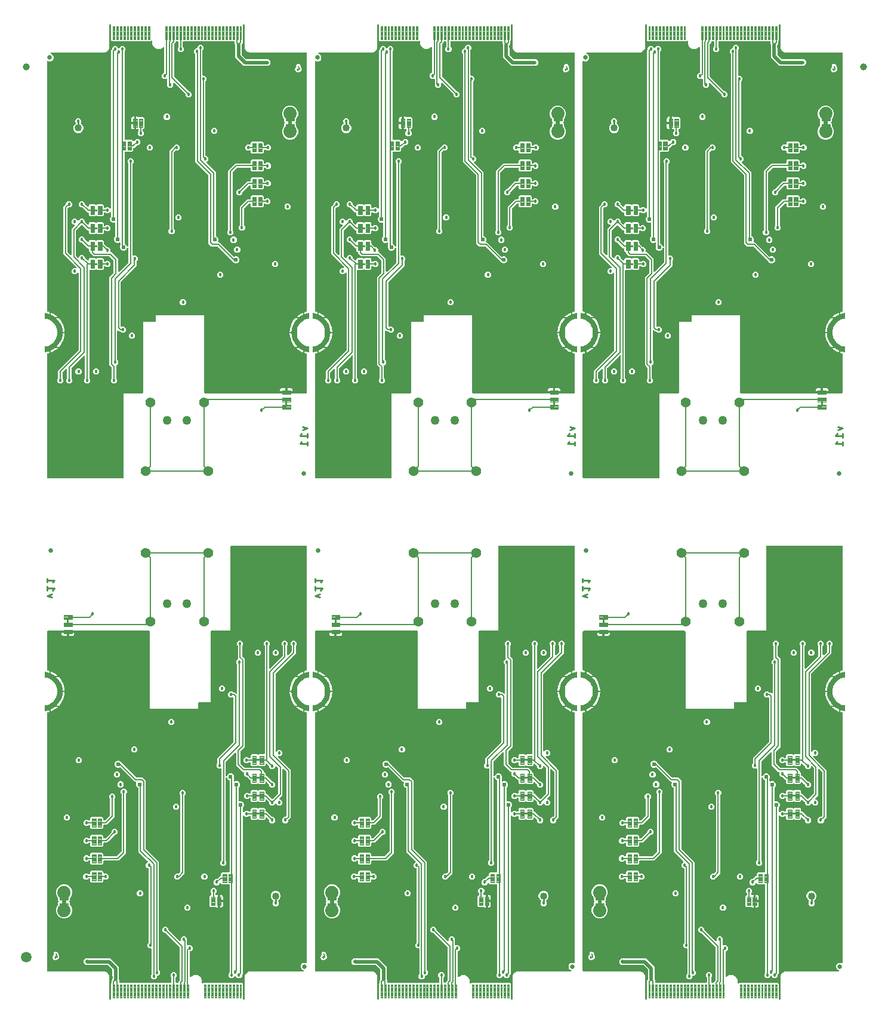
<source format=gbl>
G04 EAGLE Gerber RS-274X export*
G75*
%MOMM*%
%FSLAX34Y34*%
%LPD*%
%INBottom Copper*%
%IPPOS*%
%AMOC8*
5,1,8,0,0,1.08239X$1,22.5*%
G01*
%ADD10C,0.254000*%
%ADD11C,0.203200*%
%ADD12C,0.635000*%
%ADD13C,0.101600*%
%ADD14C,1.879600*%
%ADD15C,0.101500*%
%ADD16C,0.609600*%
%ADD17C,0.099059*%
%ADD18C,1.016000*%
%ADD19C,1.425000*%
%ADD20C,1.275000*%
%ADD21C,1.000000*%
%ADD22C,1.500000*%
%ADD23C,0.457200*%
%ADD24C,0.508000*%

G36*
X93162Y3053D02*
X93162Y3053D01*
X93191Y3050D01*
X93302Y3073D01*
X93414Y3089D01*
X93441Y3101D01*
X93470Y3106D01*
X93571Y3159D01*
X93674Y3205D01*
X93696Y3224D01*
X93722Y3237D01*
X93804Y3315D01*
X93891Y3388D01*
X93907Y3413D01*
X93928Y3433D01*
X93986Y3531D01*
X94048Y3625D01*
X94057Y3653D01*
X94072Y3678D01*
X94100Y3788D01*
X94134Y3896D01*
X94135Y3926D01*
X94142Y3954D01*
X94138Y4067D01*
X94141Y4180D01*
X94134Y4209D01*
X94133Y4238D01*
X94098Y4346D01*
X94070Y4455D01*
X94055Y4481D01*
X94046Y4509D01*
X94000Y4573D01*
X93924Y4700D01*
X93879Y4743D01*
X93851Y4782D01*
X93677Y4955D01*
X93677Y25545D01*
X94114Y25981D01*
X94166Y26051D01*
X94226Y26115D01*
X94252Y26164D01*
X94285Y26209D01*
X94316Y26290D01*
X94356Y26368D01*
X94364Y26416D01*
X94386Y26474D01*
X94398Y26622D01*
X94411Y26699D01*
X94411Y30143D01*
X95460Y31191D01*
X95512Y31261D01*
X95572Y31325D01*
X95598Y31375D01*
X95631Y31419D01*
X95662Y31500D01*
X95702Y31578D01*
X95710Y31626D01*
X95732Y31684D01*
X95744Y31832D01*
X95757Y31909D01*
X95757Y45315D01*
X95745Y45402D01*
X95742Y45489D01*
X95725Y45542D01*
X95717Y45597D01*
X95682Y45677D01*
X95655Y45760D01*
X95627Y45799D01*
X95601Y45856D01*
X95505Y45970D01*
X95460Y46033D01*
X89433Y52060D01*
X89364Y52112D01*
X89300Y52172D01*
X89250Y52198D01*
X89206Y52231D01*
X89124Y52262D01*
X89046Y52302D01*
X88999Y52310D01*
X88940Y52332D01*
X88793Y52344D01*
X88715Y52357D01*
X57796Y52357D01*
X55117Y55036D01*
X55117Y59044D01*
X57796Y61723D01*
X61603Y61723D01*
X61640Y61688D01*
X61690Y61662D01*
X61734Y61629D01*
X61816Y61598D01*
X61894Y61558D01*
X61941Y61550D01*
X61999Y61528D01*
X62147Y61516D01*
X62225Y61503D01*
X92924Y61503D01*
X95900Y58527D01*
X101927Y52500D01*
X104903Y49524D01*
X104903Y31909D01*
X104915Y31823D01*
X104918Y31735D01*
X104935Y31683D01*
X104943Y31628D01*
X104978Y31548D01*
X105005Y31465D01*
X105033Y31426D01*
X105059Y31368D01*
X105155Y31255D01*
X105200Y31191D01*
X105509Y30883D01*
X105509Y28048D01*
X105517Y27990D01*
X105515Y27932D01*
X105537Y27850D01*
X105549Y27766D01*
X105572Y27713D01*
X105587Y27657D01*
X105630Y27584D01*
X105665Y27507D01*
X105703Y27462D01*
X105732Y27412D01*
X105794Y27354D01*
X105848Y27290D01*
X105897Y27258D01*
X105940Y27218D01*
X106015Y27179D01*
X106085Y27132D01*
X106141Y27115D01*
X106193Y27088D01*
X106261Y27077D01*
X106356Y27047D01*
X106456Y27044D01*
X106524Y27033D01*
X178396Y27033D01*
X178454Y27041D01*
X178512Y27039D01*
X178594Y27061D01*
X178678Y27073D01*
X178731Y27096D01*
X178787Y27111D01*
X178860Y27154D01*
X178937Y27189D01*
X178982Y27227D01*
X179032Y27256D01*
X179090Y27318D01*
X179154Y27372D01*
X179186Y27421D01*
X179226Y27464D01*
X179265Y27539D01*
X179312Y27609D01*
X179329Y27665D01*
X179356Y27717D01*
X179367Y27785D01*
X179397Y27880D01*
X179400Y27980D01*
X179411Y28048D01*
X179411Y34191D01*
X179399Y34278D01*
X179396Y34365D01*
X179379Y34418D01*
X179371Y34473D01*
X179336Y34553D01*
X179309Y34636D01*
X179281Y34675D01*
X179255Y34732D01*
X179159Y34846D01*
X179114Y34909D01*
X178122Y35901D01*
X178122Y39479D01*
X180651Y42009D01*
X184229Y42009D01*
X186759Y39479D01*
X186759Y35901D01*
X185806Y34948D01*
X185754Y34879D01*
X185694Y34815D01*
X185668Y34765D01*
X185635Y34721D01*
X185604Y34640D01*
X185564Y34562D01*
X185556Y34514D01*
X185534Y34456D01*
X185522Y34308D01*
X185509Y34231D01*
X185509Y28048D01*
X185517Y27990D01*
X185515Y27932D01*
X185537Y27850D01*
X185549Y27766D01*
X185572Y27713D01*
X185587Y27657D01*
X185630Y27584D01*
X185665Y27507D01*
X185703Y27462D01*
X185732Y27412D01*
X185794Y27354D01*
X185848Y27290D01*
X185897Y27258D01*
X185940Y27218D01*
X186015Y27179D01*
X186085Y27132D01*
X186141Y27115D01*
X186193Y27088D01*
X186261Y27077D01*
X186356Y27047D01*
X186456Y27044D01*
X186524Y27033D01*
X188396Y27033D01*
X188454Y27041D01*
X188512Y27039D01*
X188594Y27061D01*
X188678Y27073D01*
X188731Y27096D01*
X188787Y27111D01*
X188860Y27154D01*
X188937Y27189D01*
X188982Y27227D01*
X189032Y27256D01*
X189090Y27318D01*
X189154Y27372D01*
X189186Y27421D01*
X189226Y27464D01*
X189265Y27539D01*
X189312Y27609D01*
X189329Y27665D01*
X189356Y27717D01*
X189367Y27785D01*
X189397Y27880D01*
X189400Y27980D01*
X189411Y28048D01*
X189411Y28713D01*
X191214Y30515D01*
X191266Y30585D01*
X191326Y30649D01*
X191352Y30699D01*
X191385Y30743D01*
X191416Y30824D01*
X191456Y30902D01*
X191464Y30950D01*
X191486Y31008D01*
X191498Y31156D01*
X191511Y31233D01*
X191511Y76654D01*
X191499Y76741D01*
X191496Y76828D01*
X191479Y76881D01*
X191471Y76936D01*
X191436Y77016D01*
X191409Y77099D01*
X191381Y77138D01*
X191355Y77195D01*
X191259Y77308D01*
X191214Y77372D01*
X171272Y97314D01*
X171202Y97367D01*
X171138Y97427D01*
X171089Y97452D01*
X171045Y97485D01*
X170963Y97516D01*
X170885Y97556D01*
X170838Y97564D01*
X170779Y97586D01*
X170631Y97598D01*
X170554Y97611D01*
X169178Y97611D01*
X166649Y100141D01*
X166649Y103719D01*
X169178Y106249D01*
X172756Y106249D01*
X175286Y103719D01*
X175286Y102344D01*
X175298Y102257D01*
X175301Y102170D01*
X175318Y102117D01*
X175326Y102062D01*
X175362Y101982D01*
X175389Y101899D01*
X175417Y101860D01*
X175442Y101803D01*
X175538Y101690D01*
X175583Y101626D01*
X191128Y86081D01*
X191152Y86063D01*
X191171Y86041D01*
X191265Y85978D01*
X191355Y85910D01*
X191383Y85899D01*
X191407Y85883D01*
X191515Y85849D01*
X191621Y85809D01*
X191650Y85806D01*
X191678Y85797D01*
X191792Y85795D01*
X191904Y85785D01*
X191933Y85791D01*
X191963Y85790D01*
X192072Y85819D01*
X192183Y85841D01*
X192209Y85855D01*
X192238Y85862D01*
X192335Y85920D01*
X192436Y85972D01*
X192457Y85992D01*
X192482Y86007D01*
X192559Y86090D01*
X192642Y86168D01*
X192656Y86193D01*
X192677Y86215D01*
X192728Y86315D01*
X192785Y86413D01*
X192793Y86442D01*
X192806Y86468D01*
X192819Y86545D01*
X192855Y86689D01*
X192853Y86751D01*
X192861Y86799D01*
X192861Y90537D01*
X195391Y93066D01*
X198969Y93066D01*
X201499Y90537D01*
X201499Y89161D01*
X201511Y89074D01*
X201514Y88987D01*
X201531Y88934D01*
X201539Y88879D01*
X201575Y88800D01*
X201601Y88716D01*
X201609Y88706D01*
X201609Y81186D01*
X201613Y81157D01*
X201610Y81128D01*
X201633Y81017D01*
X201649Y80905D01*
X201661Y80878D01*
X201666Y80849D01*
X201718Y80749D01*
X201765Y80645D01*
X201784Y80623D01*
X201797Y80597D01*
X201875Y80515D01*
X201948Y80428D01*
X201973Y80412D01*
X201993Y80391D01*
X202091Y80333D01*
X202185Y80271D01*
X202213Y80262D01*
X202238Y80247D01*
X202348Y80219D01*
X202456Y80185D01*
X202485Y80184D01*
X202514Y80177D01*
X202627Y80180D01*
X202740Y80178D01*
X202769Y80185D01*
X202798Y80186D01*
X202906Y80221D01*
X203015Y80249D01*
X203041Y80264D01*
X203069Y80273D01*
X203132Y80319D01*
X203260Y80395D01*
X203303Y80440D01*
X203341Y80468D01*
X206919Y80468D01*
X209449Y77938D01*
X209449Y74360D01*
X206919Y71830D01*
X206524Y71830D01*
X206466Y71822D01*
X206408Y71824D01*
X206326Y71802D01*
X206242Y71791D01*
X206189Y71767D01*
X206133Y71752D01*
X206060Y71709D01*
X205983Y71674D01*
X205938Y71637D01*
X205888Y71607D01*
X205830Y71545D01*
X205766Y71491D01*
X205734Y71442D01*
X205694Y71399D01*
X205655Y71324D01*
X205608Y71254D01*
X205591Y71198D01*
X205564Y71146D01*
X205553Y71078D01*
X205523Y70983D01*
X205520Y70883D01*
X205509Y70815D01*
X205509Y36476D01*
X205514Y36438D01*
X205512Y36398D01*
X205534Y36297D01*
X205549Y36195D01*
X205565Y36159D01*
X205573Y36121D01*
X205622Y36030D01*
X205665Y35935D01*
X205690Y35906D01*
X205709Y35871D01*
X205782Y35797D01*
X205848Y35718D01*
X205881Y35697D01*
X205909Y35669D01*
X205999Y35618D01*
X206085Y35561D01*
X206123Y35549D01*
X206157Y35530D01*
X206257Y35506D01*
X206356Y35475D01*
X206395Y35474D01*
X206434Y35465D01*
X206537Y35470D01*
X206640Y35468D01*
X206678Y35478D01*
X206717Y35480D01*
X206790Y35507D01*
X206915Y35540D01*
X206979Y35578D01*
X207032Y35597D01*
X211284Y38054D01*
X216136Y38054D01*
X220337Y35627D01*
X222761Y31423D01*
X222759Y28999D01*
X222759Y28998D01*
X222759Y27077D01*
X222763Y27048D01*
X222760Y27019D01*
X222783Y26908D01*
X222799Y26796D01*
X222811Y26769D01*
X222816Y26740D01*
X222869Y26639D01*
X222915Y26536D01*
X222934Y26514D01*
X222947Y26488D01*
X223025Y26406D01*
X223098Y26319D01*
X223123Y26303D01*
X223143Y26282D01*
X223241Y26224D01*
X223335Y26162D01*
X223363Y26153D01*
X223388Y26138D01*
X223498Y26110D01*
X223606Y26076D01*
X223636Y26075D01*
X223664Y26068D01*
X223777Y26072D01*
X223890Y26069D01*
X223919Y26076D01*
X223948Y26077D01*
X224056Y26112D01*
X224165Y26140D01*
X224191Y26155D01*
X224219Y26164D01*
X224283Y26210D01*
X224410Y26286D01*
X224453Y26331D01*
X224492Y26359D01*
X225165Y27033D01*
X279755Y27033D01*
X281243Y25545D01*
X281243Y4955D01*
X281069Y4782D01*
X281052Y4758D01*
X281029Y4739D01*
X280966Y4645D01*
X280898Y4555D01*
X280888Y4527D01*
X280872Y4503D01*
X280837Y4395D01*
X280797Y4289D01*
X280795Y4260D01*
X280786Y4232D01*
X280783Y4119D01*
X280774Y4006D01*
X280779Y3977D01*
X280779Y3948D01*
X280807Y3838D01*
X280829Y3727D01*
X280843Y3701D01*
X280850Y3673D01*
X280908Y3575D01*
X280960Y3475D01*
X280981Y3453D01*
X280996Y3428D01*
X281078Y3351D01*
X281156Y3269D01*
X281182Y3254D01*
X281203Y3234D01*
X281304Y3182D01*
X281402Y3125D01*
X281430Y3118D01*
X281456Y3104D01*
X281533Y3091D01*
X281677Y3055D01*
X281740Y3057D01*
X281787Y3049D01*
X282646Y3049D01*
X282704Y3057D01*
X282762Y3055D01*
X282844Y3077D01*
X282928Y3089D01*
X282981Y3112D01*
X283037Y3127D01*
X283110Y3170D01*
X283187Y3205D01*
X283232Y3243D01*
X283282Y3272D01*
X283340Y3334D01*
X283404Y3388D01*
X283436Y3437D01*
X283476Y3480D01*
X283515Y3555D01*
X283562Y3625D01*
X283579Y3681D01*
X283606Y3733D01*
X283617Y3801D01*
X283647Y3896D01*
X283650Y3996D01*
X283661Y4064D01*
X283661Y34948D01*
X283659Y34962D01*
X283661Y34974D01*
X283608Y37045D01*
X285636Y40776D01*
X289259Y42993D01*
X289760Y43006D01*
X289833Y43018D01*
X289908Y43021D01*
X289973Y43042D01*
X290014Y43049D01*
X291408Y43049D01*
X291423Y43051D01*
X291434Y43049D01*
X292836Y43085D01*
X292883Y43069D01*
X293007Y43061D01*
X293083Y43049D01*
X366029Y43049D01*
X366115Y43061D01*
X366200Y43063D01*
X366255Y43081D01*
X366311Y43089D01*
X366389Y43124D01*
X366471Y43150D01*
X366519Y43182D01*
X366570Y43205D01*
X366636Y43260D01*
X366707Y43308D01*
X366744Y43352D01*
X366787Y43388D01*
X366835Y43460D01*
X366890Y43526D01*
X366913Y43578D01*
X366945Y43625D01*
X366971Y43707D01*
X367006Y43786D01*
X367014Y43842D01*
X367031Y43896D01*
X367033Y43982D01*
X367045Y44067D01*
X367037Y44123D01*
X367038Y44180D01*
X367016Y44263D01*
X367004Y44349D01*
X366981Y44400D01*
X366966Y44455D01*
X366922Y44529D01*
X366887Y44608D01*
X366850Y44651D01*
X366821Y44700D01*
X366758Y44759D01*
X366703Y44824D01*
X366661Y44850D01*
X366614Y44894D01*
X366484Y44960D01*
X366418Y45002D01*
X365010Y45585D01*
X363545Y47050D01*
X362752Y48964D01*
X362752Y51036D01*
X363545Y52950D01*
X365010Y54415D01*
X366924Y55208D01*
X368996Y55208D01*
X370451Y54605D01*
X370563Y54576D01*
X370672Y54541D01*
X370700Y54541D01*
X370727Y54534D01*
X370841Y54537D01*
X370956Y54534D01*
X370983Y54541D01*
X371011Y54542D01*
X371120Y54577D01*
X371231Y54606D01*
X371255Y54620D01*
X371282Y54629D01*
X371377Y54693D01*
X371476Y54751D01*
X371495Y54772D01*
X371518Y54787D01*
X371592Y54875D01*
X371670Y54959D01*
X371683Y54983D01*
X371701Y55005D01*
X371747Y55109D01*
X371800Y55212D01*
X371804Y55236D01*
X371816Y55264D01*
X371853Y55528D01*
X371855Y55543D01*
X371855Y409305D01*
X371842Y409402D01*
X371836Y409500D01*
X371822Y409542D01*
X371815Y409587D01*
X371775Y409676D01*
X371743Y409769D01*
X371717Y409805D01*
X371699Y409846D01*
X371636Y409921D01*
X371579Y410001D01*
X371544Y410029D01*
X371516Y410063D01*
X371434Y410117D01*
X371357Y410179D01*
X371321Y410193D01*
X371279Y410221D01*
X371112Y410273D01*
X371044Y410300D01*
X369952Y410524D01*
X368475Y410993D01*
X368475Y413746D01*
X370871Y412957D01*
X370881Y412956D01*
X370907Y412948D01*
X374918Y412254D01*
X374956Y412259D01*
X374993Y412253D01*
X375024Y412266D01*
X375056Y412270D01*
X375086Y412294D01*
X375121Y412310D01*
X375139Y412337D01*
X375165Y412358D01*
X375177Y412395D01*
X375198Y412427D01*
X375207Y412484D01*
X375209Y412491D01*
X375208Y412494D01*
X375209Y412500D01*
X375209Y420000D01*
X375207Y420009D01*
X375207Y420011D01*
X375204Y420017D01*
X375190Y420065D01*
X375171Y420132D01*
X375170Y420133D01*
X375170Y420134D01*
X375118Y420180D01*
X375067Y420225D01*
X375066Y420226D01*
X375065Y420226D01*
X375062Y420227D01*
X374996Y420247D01*
X372098Y420670D01*
X369320Y421536D01*
X366712Y422826D01*
X364338Y424508D01*
X362256Y426540D01*
X360518Y428873D01*
X359166Y431450D01*
X358234Y434206D01*
X357744Y437074D01*
X357709Y440000D01*
X357744Y442926D01*
X358234Y445794D01*
X359166Y448550D01*
X360518Y451127D01*
X362256Y453460D01*
X364338Y455492D01*
X366712Y457174D01*
X369320Y458464D01*
X372098Y459330D01*
X374996Y459753D01*
X375057Y459781D01*
X375121Y459810D01*
X375122Y459811D01*
X375123Y459812D01*
X375160Y459869D01*
X375198Y459927D01*
X375198Y459928D01*
X375199Y459929D01*
X375199Y459932D01*
X375209Y460000D01*
X375209Y467500D01*
X375198Y467538D01*
X375197Y467577D01*
X375179Y467603D01*
X375170Y467634D01*
X375141Y467660D01*
X375119Y467692D01*
X375089Y467705D01*
X375065Y467726D01*
X375026Y467732D01*
X374990Y467747D01*
X374934Y467746D01*
X374927Y467747D01*
X374923Y467746D01*
X374916Y467745D01*
X370918Y467025D01*
X370909Y467021D01*
X370883Y467016D01*
X368475Y466209D01*
X368475Y468965D01*
X369950Y469443D01*
X371051Y469677D01*
X371140Y469709D01*
X371231Y469733D01*
X371273Y469758D01*
X371318Y469774D01*
X371394Y469830D01*
X371476Y469878D01*
X371509Y469913D01*
X371548Y469942D01*
X371606Y470017D01*
X371670Y470086D01*
X371692Y470129D01*
X371722Y470167D01*
X371757Y470254D01*
X371800Y470339D01*
X371807Y470381D01*
X371827Y470431D01*
X371843Y470595D01*
X371855Y470670D01*
X371855Y645936D01*
X371847Y645994D01*
X371849Y646052D01*
X371827Y646134D01*
X371815Y646218D01*
X371792Y646271D01*
X371777Y646327D01*
X371734Y646400D01*
X371699Y646477D01*
X371661Y646522D01*
X371632Y646572D01*
X371570Y646630D01*
X371516Y646694D01*
X371467Y646726D01*
X371424Y646766D01*
X371349Y646805D01*
X371279Y646852D01*
X371223Y646869D01*
X371171Y646896D01*
X371103Y646907D01*
X371008Y646937D01*
X370908Y646940D01*
X370840Y646951D01*
X264460Y646951D01*
X264402Y646943D01*
X264344Y646945D01*
X264262Y646923D01*
X264179Y646911D01*
X264125Y646888D01*
X264069Y646873D01*
X263996Y646830D01*
X263919Y646795D01*
X263874Y646757D01*
X263824Y646728D01*
X263766Y646666D01*
X263702Y646612D01*
X263670Y646563D01*
X263630Y646520D01*
X263591Y646445D01*
X263545Y646375D01*
X263527Y646319D01*
X263500Y646267D01*
X263489Y646199D01*
X263459Y646104D01*
X263456Y646004D01*
X263445Y645936D01*
X263445Y526005D01*
X236398Y526005D01*
X236340Y525997D01*
X236281Y525999D01*
X236200Y525977D01*
X236116Y525965D01*
X236063Y525941D01*
X236006Y525927D01*
X235934Y525884D01*
X235857Y525849D01*
X235812Y525811D01*
X235762Y525781D01*
X235704Y525720D01*
X235640Y525665D01*
X235608Y525617D01*
X235567Y525574D01*
X235529Y525499D01*
X235482Y525429D01*
X235465Y525373D01*
X235438Y525321D01*
X235427Y525253D01*
X235397Y525158D01*
X235394Y525058D01*
X235383Y524990D01*
X235383Y424687D01*
X218440Y424687D01*
X218382Y424679D01*
X218324Y424681D01*
X218242Y424659D01*
X218159Y424647D01*
X218105Y424624D01*
X218049Y424609D01*
X217976Y424566D01*
X217899Y424531D01*
X217854Y424493D01*
X217804Y424464D01*
X217746Y424402D01*
X217682Y424348D01*
X217650Y424299D01*
X217610Y424256D01*
X217571Y424181D01*
X217525Y424111D01*
X217507Y424055D01*
X217480Y424003D01*
X217469Y423935D01*
X217439Y423840D01*
X217436Y423740D01*
X217425Y423672D01*
X217425Y415162D01*
X148691Y415162D01*
X148691Y525000D01*
X148683Y525058D01*
X148684Y525116D01*
X148663Y525198D01*
X148651Y525282D01*
X148627Y525335D01*
X148612Y525391D01*
X148569Y525464D01*
X148535Y525541D01*
X148497Y525586D01*
X148467Y525636D01*
X148406Y525694D01*
X148351Y525758D01*
X148302Y525790D01*
X148260Y525830D01*
X148185Y525869D01*
X148114Y525916D01*
X148059Y525933D01*
X148007Y525960D01*
X147939Y525971D01*
X147843Y526001D01*
X147744Y526004D01*
X147676Y526015D01*
X33095Y526015D01*
X33037Y526007D01*
X32979Y526009D01*
X32897Y525987D01*
X32814Y525975D01*
X32760Y525952D01*
X32704Y525937D01*
X32631Y525894D01*
X32554Y525859D01*
X32510Y525821D01*
X32459Y525792D01*
X32456Y525788D01*
X32452Y525790D01*
X32409Y525830D01*
X32334Y525869D01*
X32264Y525916D01*
X32208Y525933D01*
X32156Y525960D01*
X32088Y525971D01*
X31993Y526001D01*
X31893Y526004D01*
X31825Y526015D01*
X4064Y526015D01*
X4006Y526007D01*
X3948Y526009D01*
X3866Y525987D01*
X3782Y525975D01*
X3729Y525952D01*
X3673Y525937D01*
X3600Y525894D01*
X3523Y525859D01*
X3478Y525821D01*
X3428Y525792D01*
X3370Y525730D01*
X3306Y525676D01*
X3274Y525627D01*
X3234Y525584D01*
X3195Y525509D01*
X3148Y525439D01*
X3131Y525383D01*
X3104Y525331D01*
X3093Y525263D01*
X3063Y525168D01*
X3060Y525068D01*
X3049Y525000D01*
X3049Y470698D01*
X3062Y470601D01*
X3068Y470503D01*
X3082Y470461D01*
X3089Y470417D01*
X3129Y470327D01*
X3161Y470235D01*
X3187Y470198D01*
X3205Y470157D01*
X3268Y470082D01*
X3325Y470002D01*
X3360Y469974D01*
X3388Y469940D01*
X3470Y469886D01*
X3546Y469825D01*
X3583Y469810D01*
X3625Y469783D01*
X3792Y469730D01*
X3860Y469704D01*
X4084Y469657D01*
X4085Y469657D01*
X4968Y469476D01*
X6445Y469007D01*
X6445Y466254D01*
X4049Y467044D01*
X4039Y467044D01*
X4013Y467052D01*
X2Y467746D01*
X-36Y467741D01*
X-73Y467747D01*
X-104Y467734D01*
X-136Y467730D01*
X-166Y467706D01*
X-201Y467690D01*
X-219Y467663D01*
X-245Y467642D01*
X-257Y467605D01*
X-278Y467574D01*
X-287Y467516D01*
X-289Y467509D01*
X-288Y467506D01*
X-289Y467500D01*
X-289Y460000D01*
X-270Y459935D01*
X-251Y459868D01*
X-250Y459867D01*
X-250Y459866D01*
X-197Y459820D01*
X-147Y459775D01*
X-146Y459774D01*
X-145Y459774D01*
X-142Y459773D01*
X-76Y459753D01*
X2822Y459330D01*
X5600Y458464D01*
X8208Y457174D01*
X10582Y455492D01*
X12664Y453460D01*
X14402Y451127D01*
X15754Y448550D01*
X16686Y445794D01*
X17176Y442926D01*
X17211Y440000D01*
X17176Y437074D01*
X16686Y434206D01*
X15754Y431450D01*
X14402Y428873D01*
X12664Y426540D01*
X10582Y424508D01*
X8208Y422826D01*
X5600Y421536D01*
X2822Y420670D01*
X-76Y420247D01*
X-137Y420219D01*
X-201Y420190D01*
X-202Y420189D01*
X-203Y420188D01*
X-240Y420131D01*
X-278Y420074D01*
X-278Y420072D01*
X-279Y420071D01*
X-279Y420068D01*
X-289Y420000D01*
X-289Y412500D01*
X-278Y412462D01*
X-277Y412423D01*
X-259Y412397D01*
X-250Y412366D01*
X-221Y412340D01*
X-199Y412308D01*
X-169Y412295D01*
X-145Y412274D01*
X-106Y412268D01*
X-70Y412253D01*
X-14Y412254D01*
X-7Y412253D01*
X-3Y412254D01*
X4Y412255D01*
X4002Y412975D01*
X4011Y412979D01*
X4037Y412984D01*
X6445Y413791D01*
X6445Y411035D01*
X4970Y410557D01*
X3853Y410320D01*
X3764Y410287D01*
X3673Y410264D01*
X3631Y410239D01*
X3586Y410222D01*
X3510Y410167D01*
X3428Y410118D01*
X3395Y410083D01*
X3356Y410055D01*
X3298Y409980D01*
X3234Y409911D01*
X3212Y409868D01*
X3182Y409830D01*
X3147Y409742D01*
X3104Y409658D01*
X3097Y409616D01*
X3077Y409566D01*
X3061Y409401D01*
X3049Y409327D01*
X3049Y44064D01*
X3057Y44006D01*
X3055Y43948D01*
X3077Y43866D01*
X3089Y43782D01*
X3112Y43729D01*
X3127Y43673D01*
X3170Y43600D01*
X3205Y43523D01*
X3243Y43478D01*
X3272Y43428D01*
X3334Y43370D01*
X3388Y43306D01*
X3437Y43274D01*
X3480Y43234D01*
X3555Y43195D01*
X3625Y43148D01*
X3681Y43131D01*
X3733Y43104D01*
X3801Y43093D01*
X3896Y43063D01*
X3996Y43060D01*
X4064Y43049D01*
X82911Y43049D01*
X82925Y43051D01*
X82936Y43049D01*
X85076Y43101D01*
X88922Y41004D01*
X91204Y37264D01*
X91218Y36699D01*
X91231Y36625D01*
X91233Y36550D01*
X91254Y36486D01*
X91259Y36456D01*
X91259Y35049D01*
X91261Y35036D01*
X91259Y35024D01*
X91293Y33617D01*
X91279Y33576D01*
X91271Y33450D01*
X91259Y33374D01*
X91259Y4064D01*
X91267Y4006D01*
X91265Y3948D01*
X91287Y3866D01*
X91299Y3782D01*
X91322Y3729D01*
X91337Y3673D01*
X91380Y3600D01*
X91415Y3523D01*
X91453Y3478D01*
X91482Y3428D01*
X91544Y3370D01*
X91598Y3306D01*
X91647Y3274D01*
X91690Y3234D01*
X91765Y3195D01*
X91835Y3148D01*
X91891Y3131D01*
X91943Y3104D01*
X92011Y3093D01*
X92106Y3063D01*
X92206Y3060D01*
X92274Y3049D01*
X93133Y3049D01*
X93162Y3053D01*
G37*
G36*
X853130Y3053D02*
X853130Y3053D01*
X853159Y3050D01*
X853270Y3073D01*
X853382Y3089D01*
X853409Y3101D01*
X853438Y3106D01*
X853539Y3159D01*
X853642Y3205D01*
X853664Y3224D01*
X853690Y3237D01*
X853772Y3315D01*
X853859Y3388D01*
X853875Y3413D01*
X853896Y3433D01*
X853954Y3531D01*
X854016Y3625D01*
X854025Y3653D01*
X854040Y3678D01*
X854068Y3788D01*
X854102Y3896D01*
X854103Y3926D01*
X854110Y3954D01*
X854106Y4067D01*
X854109Y4180D01*
X854102Y4209D01*
X854101Y4238D01*
X854066Y4346D01*
X854038Y4455D01*
X854023Y4481D01*
X854014Y4509D01*
X853968Y4573D01*
X853892Y4700D01*
X853847Y4743D01*
X853819Y4782D01*
X853645Y4955D01*
X853645Y25545D01*
X854082Y25981D01*
X854134Y26051D01*
X854194Y26115D01*
X854220Y26164D01*
X854253Y26209D01*
X854284Y26290D01*
X854324Y26368D01*
X854332Y26416D01*
X854354Y26474D01*
X854366Y26622D01*
X854379Y26699D01*
X854379Y30143D01*
X855428Y31191D01*
X855480Y31261D01*
X855540Y31325D01*
X855566Y31375D01*
X855599Y31419D01*
X855630Y31500D01*
X855670Y31578D01*
X855678Y31626D01*
X855700Y31684D01*
X855712Y31832D01*
X855725Y31909D01*
X855725Y45315D01*
X855713Y45402D01*
X855710Y45489D01*
X855693Y45542D01*
X855685Y45597D01*
X855650Y45677D01*
X855623Y45760D01*
X855595Y45799D01*
X855569Y45856D01*
X855473Y45970D01*
X855428Y46033D01*
X849401Y52060D01*
X849331Y52112D01*
X849268Y52172D01*
X849218Y52198D01*
X849174Y52231D01*
X849092Y52262D01*
X849014Y52302D01*
X848967Y52310D01*
X848908Y52332D01*
X848761Y52344D01*
X848683Y52357D01*
X817764Y52357D01*
X815085Y55036D01*
X815085Y59044D01*
X817764Y61723D01*
X821571Y61723D01*
X821608Y61688D01*
X821658Y61662D01*
X821702Y61629D01*
X821784Y61598D01*
X821862Y61558D01*
X821909Y61550D01*
X821968Y61528D01*
X822115Y61516D01*
X822193Y61503D01*
X852892Y61503D01*
X864871Y49524D01*
X864871Y31909D01*
X864883Y31823D01*
X864886Y31735D01*
X864903Y31683D01*
X864911Y31628D01*
X864946Y31548D01*
X864973Y31465D01*
X865001Y31426D01*
X865027Y31368D01*
X865123Y31255D01*
X865168Y31191D01*
X865477Y30883D01*
X865477Y28048D01*
X865485Y27990D01*
X865483Y27932D01*
X865505Y27850D01*
X865517Y27766D01*
X865540Y27713D01*
X865555Y27657D01*
X865598Y27584D01*
X865633Y27507D01*
X865671Y27462D01*
X865700Y27412D01*
X865762Y27354D01*
X865816Y27290D01*
X865865Y27258D01*
X865908Y27218D01*
X865983Y27179D01*
X866053Y27132D01*
X866109Y27115D01*
X866161Y27088D01*
X866229Y27077D01*
X866324Y27047D01*
X866424Y27044D01*
X866492Y27033D01*
X938364Y27033D01*
X938422Y27041D01*
X938480Y27039D01*
X938562Y27061D01*
X938646Y27073D01*
X938699Y27096D01*
X938755Y27111D01*
X938828Y27154D01*
X938905Y27189D01*
X938950Y27227D01*
X939000Y27256D01*
X939058Y27318D01*
X939122Y27372D01*
X939154Y27421D01*
X939194Y27464D01*
X939233Y27539D01*
X939280Y27609D01*
X939297Y27665D01*
X939324Y27717D01*
X939335Y27785D01*
X939365Y27880D01*
X939368Y27980D01*
X939379Y28048D01*
X939379Y34191D01*
X939367Y34278D01*
X939364Y34365D01*
X939347Y34418D01*
X939339Y34473D01*
X939304Y34553D01*
X939277Y34636D01*
X939249Y34675D01*
X939223Y34732D01*
X939127Y34845D01*
X939082Y34909D01*
X938090Y35902D01*
X938090Y39479D01*
X940619Y42009D01*
X944197Y42009D01*
X946727Y39479D01*
X946727Y35902D01*
X945774Y34949D01*
X945722Y34879D01*
X945662Y34815D01*
X945636Y34766D01*
X945603Y34721D01*
X945572Y34640D01*
X945532Y34562D01*
X945524Y34514D01*
X945502Y34456D01*
X945490Y34308D01*
X945477Y34231D01*
X945477Y28048D01*
X945485Y27990D01*
X945483Y27932D01*
X945505Y27850D01*
X945517Y27766D01*
X945540Y27713D01*
X945555Y27657D01*
X945598Y27584D01*
X945633Y27507D01*
X945671Y27462D01*
X945700Y27412D01*
X945762Y27354D01*
X945816Y27290D01*
X945865Y27258D01*
X945908Y27218D01*
X945983Y27179D01*
X946053Y27132D01*
X946109Y27115D01*
X946161Y27088D01*
X946229Y27077D01*
X946324Y27047D01*
X946424Y27044D01*
X946492Y27033D01*
X948364Y27033D01*
X948422Y27041D01*
X948480Y27039D01*
X948562Y27061D01*
X948646Y27073D01*
X948699Y27096D01*
X948755Y27111D01*
X948828Y27154D01*
X948905Y27189D01*
X948950Y27227D01*
X949000Y27256D01*
X949058Y27318D01*
X949122Y27372D01*
X949154Y27421D01*
X949194Y27464D01*
X949233Y27539D01*
X949280Y27609D01*
X949297Y27665D01*
X949324Y27717D01*
X949335Y27785D01*
X949365Y27880D01*
X949368Y27980D01*
X949379Y28048D01*
X949379Y28713D01*
X951182Y30515D01*
X951234Y30585D01*
X951294Y30649D01*
X951320Y30699D01*
X951353Y30743D01*
X951384Y30824D01*
X951424Y30902D01*
X951432Y30950D01*
X951454Y31008D01*
X951466Y31156D01*
X951479Y31233D01*
X951479Y76654D01*
X951467Y76741D01*
X951464Y76828D01*
X951447Y76881D01*
X951439Y76936D01*
X951404Y77016D01*
X951377Y77099D01*
X951349Y77138D01*
X951323Y77195D01*
X951227Y77308D01*
X951182Y77372D01*
X931240Y97314D01*
X931170Y97367D01*
X931106Y97427D01*
X931057Y97452D01*
X931013Y97485D01*
X930931Y97516D01*
X930853Y97556D01*
X930806Y97564D01*
X930747Y97586D01*
X930599Y97598D01*
X930522Y97611D01*
X929146Y97611D01*
X926617Y100141D01*
X926617Y103719D01*
X929146Y106249D01*
X932724Y106249D01*
X935254Y103719D01*
X935254Y102344D01*
X935266Y102257D01*
X935269Y102170D01*
X935286Y102117D01*
X935294Y102062D01*
X935330Y101982D01*
X935357Y101899D01*
X935385Y101860D01*
X935410Y101803D01*
X935506Y101690D01*
X935551Y101626D01*
X951096Y86081D01*
X951120Y86063D01*
X951139Y86041D01*
X951233Y85978D01*
X951323Y85910D01*
X951351Y85899D01*
X951375Y85883D01*
X951483Y85849D01*
X951589Y85809D01*
X951618Y85806D01*
X951646Y85797D01*
X951760Y85795D01*
X951872Y85785D01*
X951901Y85791D01*
X951931Y85790D01*
X952040Y85819D01*
X952151Y85841D01*
X952177Y85855D01*
X952206Y85862D01*
X952303Y85920D01*
X952404Y85972D01*
X952425Y85992D01*
X952450Y86007D01*
X952527Y86090D01*
X952610Y86168D01*
X952624Y86193D01*
X952645Y86215D01*
X952696Y86315D01*
X952753Y86413D01*
X952761Y86442D01*
X952774Y86468D01*
X952787Y86545D01*
X952823Y86689D01*
X952821Y86751D01*
X952829Y86799D01*
X952829Y90537D01*
X955359Y93066D01*
X958937Y93066D01*
X961467Y90537D01*
X961467Y89161D01*
X961479Y89074D01*
X961482Y88987D01*
X961499Y88934D01*
X961507Y88879D01*
X961543Y88800D01*
X961569Y88716D01*
X961577Y88706D01*
X961577Y81186D01*
X961581Y81157D01*
X961578Y81128D01*
X961601Y81017D01*
X961617Y80905D01*
X961629Y80878D01*
X961634Y80849D01*
X961686Y80749D01*
X961733Y80645D01*
X961752Y80623D01*
X961765Y80597D01*
X961843Y80515D01*
X961916Y80428D01*
X961941Y80412D01*
X961961Y80391D01*
X962059Y80333D01*
X962153Y80271D01*
X962181Y80262D01*
X962206Y80247D01*
X962316Y80219D01*
X962424Y80185D01*
X962453Y80184D01*
X962482Y80177D01*
X962595Y80180D01*
X962708Y80178D01*
X962737Y80185D01*
X962766Y80186D01*
X962874Y80221D01*
X962983Y80249D01*
X963009Y80264D01*
X963037Y80273D01*
X963100Y80319D01*
X963228Y80395D01*
X963271Y80440D01*
X963309Y80468D01*
X966887Y80468D01*
X969417Y77938D01*
X969417Y74360D01*
X966887Y71830D01*
X966492Y71830D01*
X966434Y71822D01*
X966376Y71824D01*
X966294Y71802D01*
X966210Y71791D01*
X966157Y71767D01*
X966101Y71752D01*
X966028Y71709D01*
X965951Y71674D01*
X965906Y71637D01*
X965856Y71607D01*
X965798Y71545D01*
X965734Y71491D01*
X965702Y71442D01*
X965662Y71399D01*
X965623Y71324D01*
X965576Y71254D01*
X965559Y71198D01*
X965532Y71146D01*
X965521Y71078D01*
X965491Y70983D01*
X965488Y70883D01*
X965477Y70815D01*
X965477Y36476D01*
X965482Y36438D01*
X965480Y36398D01*
X965502Y36297D01*
X965517Y36195D01*
X965533Y36159D01*
X965541Y36121D01*
X965590Y36030D01*
X965633Y35935D01*
X965658Y35906D01*
X965677Y35871D01*
X965750Y35797D01*
X965816Y35718D01*
X965849Y35697D01*
X965877Y35669D01*
X965967Y35618D01*
X966053Y35561D01*
X966091Y35549D01*
X966125Y35530D01*
X966225Y35506D01*
X966324Y35475D01*
X966363Y35474D01*
X966402Y35465D01*
X966505Y35470D01*
X966608Y35468D01*
X966646Y35478D01*
X966685Y35480D01*
X966758Y35507D01*
X966883Y35540D01*
X966947Y35578D01*
X967000Y35597D01*
X971252Y38054D01*
X976104Y38054D01*
X980305Y35627D01*
X982729Y31423D01*
X982727Y28998D01*
X982727Y28997D01*
X982727Y27077D01*
X982731Y27048D01*
X982728Y27019D01*
X982751Y26908D01*
X982767Y26796D01*
X982779Y26769D01*
X982784Y26740D01*
X982837Y26639D01*
X982883Y26536D01*
X982902Y26514D01*
X982915Y26488D01*
X982993Y26406D01*
X983066Y26319D01*
X983091Y26303D01*
X983111Y26282D01*
X983209Y26224D01*
X983303Y26162D01*
X983331Y26153D01*
X983356Y26138D01*
X983466Y26110D01*
X983574Y26076D01*
X983604Y26075D01*
X983632Y26068D01*
X983745Y26072D01*
X983858Y26069D01*
X983887Y26076D01*
X983916Y26077D01*
X984024Y26112D01*
X984133Y26140D01*
X984159Y26155D01*
X984187Y26164D01*
X984251Y26210D01*
X984378Y26286D01*
X984421Y26331D01*
X984460Y26359D01*
X985133Y27033D01*
X1039723Y27033D01*
X1041211Y25545D01*
X1041211Y4955D01*
X1041037Y4782D01*
X1041020Y4758D01*
X1040997Y4739D01*
X1040934Y4645D01*
X1040866Y4555D01*
X1040856Y4527D01*
X1040840Y4503D01*
X1040805Y4395D01*
X1040765Y4289D01*
X1040763Y4260D01*
X1040754Y4232D01*
X1040751Y4119D01*
X1040742Y4006D01*
X1040747Y3977D01*
X1040747Y3948D01*
X1040775Y3838D01*
X1040797Y3727D01*
X1040811Y3701D01*
X1040818Y3673D01*
X1040876Y3575D01*
X1040928Y3475D01*
X1040949Y3453D01*
X1040964Y3428D01*
X1041046Y3351D01*
X1041124Y3269D01*
X1041150Y3254D01*
X1041171Y3234D01*
X1041272Y3182D01*
X1041370Y3125D01*
X1041398Y3118D01*
X1041424Y3104D01*
X1041501Y3091D01*
X1041645Y3055D01*
X1041708Y3057D01*
X1041755Y3049D01*
X1042614Y3049D01*
X1042672Y3057D01*
X1042730Y3055D01*
X1042812Y3077D01*
X1042896Y3089D01*
X1042949Y3112D01*
X1043005Y3127D01*
X1043078Y3170D01*
X1043155Y3205D01*
X1043200Y3243D01*
X1043250Y3272D01*
X1043308Y3334D01*
X1043372Y3388D01*
X1043404Y3437D01*
X1043444Y3480D01*
X1043483Y3555D01*
X1043530Y3625D01*
X1043547Y3681D01*
X1043574Y3733D01*
X1043585Y3801D01*
X1043615Y3896D01*
X1043618Y3996D01*
X1043629Y4064D01*
X1043629Y34949D01*
X1043627Y34963D01*
X1043629Y34975D01*
X1043576Y37045D01*
X1045604Y40776D01*
X1049227Y42993D01*
X1049728Y43006D01*
X1049801Y43018D01*
X1049876Y43021D01*
X1049941Y43042D01*
X1049982Y43049D01*
X1051376Y43049D01*
X1051390Y43051D01*
X1051402Y43049D01*
X1052804Y43085D01*
X1052851Y43069D01*
X1052975Y43061D01*
X1053051Y43049D01*
X1125997Y43049D01*
X1126083Y43061D01*
X1126168Y43063D01*
X1126223Y43081D01*
X1126279Y43089D01*
X1126357Y43124D01*
X1126439Y43150D01*
X1126487Y43182D01*
X1126538Y43205D01*
X1126604Y43260D01*
X1126675Y43308D01*
X1126712Y43352D01*
X1126755Y43388D01*
X1126803Y43460D01*
X1126858Y43526D01*
X1126881Y43578D01*
X1126913Y43625D01*
X1126939Y43707D01*
X1126974Y43786D01*
X1126982Y43842D01*
X1126999Y43896D01*
X1127001Y43982D01*
X1127013Y44067D01*
X1127005Y44123D01*
X1127006Y44180D01*
X1126984Y44263D01*
X1126972Y44349D01*
X1126949Y44400D01*
X1126934Y44455D01*
X1126890Y44529D01*
X1126855Y44608D01*
X1126818Y44651D01*
X1126789Y44700D01*
X1126726Y44759D01*
X1126671Y44824D01*
X1126629Y44850D01*
X1126582Y44894D01*
X1126452Y44960D01*
X1126386Y45002D01*
X1124978Y45585D01*
X1123513Y47050D01*
X1122720Y48964D01*
X1122720Y51036D01*
X1123513Y52950D01*
X1124978Y54415D01*
X1126892Y55208D01*
X1128964Y55208D01*
X1130419Y54605D01*
X1130531Y54576D01*
X1130640Y54541D01*
X1130668Y54541D01*
X1130695Y54534D01*
X1130809Y54537D01*
X1130924Y54534D01*
X1130951Y54541D01*
X1130979Y54542D01*
X1131088Y54577D01*
X1131199Y54606D01*
X1131223Y54620D01*
X1131250Y54629D01*
X1131345Y54693D01*
X1131444Y54751D01*
X1131463Y54772D01*
X1131486Y54787D01*
X1131560Y54875D01*
X1131638Y54959D01*
X1131651Y54983D01*
X1131669Y55005D01*
X1131715Y55109D01*
X1131768Y55212D01*
X1131772Y55236D01*
X1131784Y55264D01*
X1131821Y55528D01*
X1131823Y55543D01*
X1131823Y409305D01*
X1131810Y409402D01*
X1131804Y409500D01*
X1131790Y409542D01*
X1131783Y409587D01*
X1131743Y409676D01*
X1131711Y409769D01*
X1131685Y409805D01*
X1131667Y409846D01*
X1131604Y409921D01*
X1131547Y410001D01*
X1131512Y410029D01*
X1131484Y410063D01*
X1131402Y410117D01*
X1131326Y410179D01*
X1131289Y410193D01*
X1131247Y410221D01*
X1131080Y410273D01*
X1131012Y410300D01*
X1130206Y410465D01*
X1129920Y410524D01*
X1128443Y410993D01*
X1128443Y413746D01*
X1130839Y412957D01*
X1130849Y412956D01*
X1130875Y412948D01*
X1134886Y412254D01*
X1134924Y412259D01*
X1134961Y412253D01*
X1134992Y412266D01*
X1135024Y412270D01*
X1135054Y412294D01*
X1135089Y412310D01*
X1135107Y412337D01*
X1135133Y412358D01*
X1135145Y412395D01*
X1135166Y412427D01*
X1135175Y412484D01*
X1135177Y412491D01*
X1135176Y412494D01*
X1135177Y412500D01*
X1135177Y420000D01*
X1135175Y420009D01*
X1135175Y420011D01*
X1135172Y420017D01*
X1135158Y420065D01*
X1135139Y420132D01*
X1135138Y420133D01*
X1135138Y420134D01*
X1135086Y420180D01*
X1135035Y420225D01*
X1135034Y420226D01*
X1135033Y420226D01*
X1135030Y420227D01*
X1134964Y420247D01*
X1132066Y420670D01*
X1129288Y421536D01*
X1126680Y422826D01*
X1124306Y424508D01*
X1122224Y426540D01*
X1120486Y428873D01*
X1119134Y431450D01*
X1118202Y434206D01*
X1117712Y437074D01*
X1117677Y440000D01*
X1117712Y442926D01*
X1118202Y445794D01*
X1119134Y448550D01*
X1120486Y451127D01*
X1122224Y453460D01*
X1124306Y455492D01*
X1126680Y457174D01*
X1129288Y458464D01*
X1132066Y459330D01*
X1134964Y459753D01*
X1135025Y459781D01*
X1135089Y459810D01*
X1135090Y459811D01*
X1135091Y459812D01*
X1135128Y459869D01*
X1135166Y459927D01*
X1135166Y459928D01*
X1135167Y459929D01*
X1135167Y459932D01*
X1135177Y460000D01*
X1135177Y467500D01*
X1135166Y467538D01*
X1135165Y467577D01*
X1135147Y467603D01*
X1135138Y467634D01*
X1135109Y467660D01*
X1135087Y467692D01*
X1135057Y467705D01*
X1135033Y467726D01*
X1134994Y467732D01*
X1134958Y467747D01*
X1134902Y467746D01*
X1134895Y467747D01*
X1134891Y467746D01*
X1134884Y467745D01*
X1130886Y467025D01*
X1130877Y467021D01*
X1130851Y467016D01*
X1128443Y466209D01*
X1128443Y468965D01*
X1129918Y469443D01*
X1131019Y469677D01*
X1131108Y469709D01*
X1131199Y469733D01*
X1131241Y469758D01*
X1131286Y469774D01*
X1131363Y469830D01*
X1131444Y469878D01*
X1131477Y469913D01*
X1131516Y469942D01*
X1131574Y470017D01*
X1131638Y470086D01*
X1131660Y470129D01*
X1131690Y470167D01*
X1131725Y470255D01*
X1131768Y470339D01*
X1131775Y470380D01*
X1131795Y470431D01*
X1131811Y470595D01*
X1131823Y470670D01*
X1131823Y645936D01*
X1131815Y645994D01*
X1131817Y646052D01*
X1131795Y646134D01*
X1131783Y646218D01*
X1131760Y646271D01*
X1131745Y646327D01*
X1131702Y646400D01*
X1131667Y646477D01*
X1131629Y646522D01*
X1131600Y646572D01*
X1131538Y646630D01*
X1131484Y646694D01*
X1131435Y646726D01*
X1131392Y646766D01*
X1131317Y646805D01*
X1131247Y646852D01*
X1131191Y646869D01*
X1131139Y646896D01*
X1131071Y646907D01*
X1130976Y646937D01*
X1130876Y646940D01*
X1130808Y646951D01*
X1024428Y646951D01*
X1024370Y646943D01*
X1024312Y646945D01*
X1024230Y646923D01*
X1024147Y646911D01*
X1024093Y646888D01*
X1024037Y646873D01*
X1023964Y646830D01*
X1023887Y646795D01*
X1023842Y646757D01*
X1023792Y646728D01*
X1023734Y646666D01*
X1023670Y646612D01*
X1023638Y646563D01*
X1023598Y646520D01*
X1023559Y646445D01*
X1023513Y646375D01*
X1023495Y646319D01*
X1023468Y646267D01*
X1023457Y646199D01*
X1023427Y646104D01*
X1023424Y646004D01*
X1023413Y645936D01*
X1023413Y526005D01*
X996366Y526005D01*
X996308Y525997D01*
X996249Y525999D01*
X996168Y525977D01*
X996084Y525965D01*
X996031Y525941D01*
X995974Y525927D01*
X995902Y525884D01*
X995825Y525849D01*
X995780Y525811D01*
X995730Y525781D01*
X995672Y525720D01*
X995608Y525665D01*
X995576Y525617D01*
X995535Y525574D01*
X995497Y525499D01*
X995450Y525429D01*
X995433Y525373D01*
X995406Y525321D01*
X995395Y525253D01*
X995365Y525158D01*
X995362Y525058D01*
X995351Y524990D01*
X995351Y424687D01*
X978408Y424687D01*
X978350Y424679D01*
X978292Y424681D01*
X978210Y424659D01*
X978127Y424647D01*
X978073Y424624D01*
X978017Y424609D01*
X977944Y424566D01*
X977867Y424531D01*
X977822Y424493D01*
X977772Y424464D01*
X977714Y424402D01*
X977650Y424348D01*
X977618Y424299D01*
X977578Y424256D01*
X977539Y424181D01*
X977493Y424111D01*
X977475Y424055D01*
X977448Y424003D01*
X977437Y423935D01*
X977407Y423840D01*
X977404Y423740D01*
X977393Y423672D01*
X977393Y415162D01*
X908659Y415162D01*
X908659Y525000D01*
X908651Y525058D01*
X908652Y525116D01*
X908631Y525198D01*
X908619Y525282D01*
X908595Y525335D01*
X908580Y525391D01*
X908537Y525464D01*
X908503Y525541D01*
X908465Y525586D01*
X908435Y525636D01*
X908374Y525694D01*
X908319Y525758D01*
X908270Y525790D01*
X908228Y525830D01*
X908153Y525869D01*
X908082Y525916D01*
X908027Y525933D01*
X907975Y525960D01*
X907907Y525971D01*
X907811Y526001D01*
X907712Y526004D01*
X907644Y526015D01*
X793063Y526015D01*
X793005Y526007D01*
X792947Y526009D01*
X792865Y525987D01*
X792782Y525975D01*
X792728Y525952D01*
X792672Y525937D01*
X792599Y525894D01*
X792522Y525859D01*
X792478Y525821D01*
X792427Y525792D01*
X792424Y525788D01*
X792420Y525790D01*
X792377Y525830D01*
X792302Y525869D01*
X792232Y525916D01*
X792176Y525933D01*
X792124Y525960D01*
X792056Y525971D01*
X791961Y526001D01*
X791861Y526004D01*
X791793Y526015D01*
X764032Y526015D01*
X763974Y526007D01*
X763916Y526009D01*
X763834Y525987D01*
X763750Y525975D01*
X763697Y525952D01*
X763641Y525937D01*
X763568Y525894D01*
X763491Y525859D01*
X763446Y525821D01*
X763396Y525792D01*
X763338Y525730D01*
X763274Y525676D01*
X763242Y525627D01*
X763202Y525584D01*
X763163Y525509D01*
X763116Y525439D01*
X763099Y525383D01*
X763072Y525331D01*
X763061Y525263D01*
X763031Y525168D01*
X763028Y525068D01*
X763017Y525000D01*
X763017Y470698D01*
X763030Y470601D01*
X763036Y470503D01*
X763050Y470461D01*
X763057Y470417D01*
X763097Y470327D01*
X763129Y470235D01*
X763155Y470198D01*
X763173Y470157D01*
X763236Y470082D01*
X763293Y470002D01*
X763328Y469974D01*
X763356Y469940D01*
X763438Y469886D01*
X763515Y469825D01*
X763551Y469810D01*
X763593Y469783D01*
X763760Y469730D01*
X763828Y469704D01*
X764936Y469476D01*
X766413Y469007D01*
X766413Y466254D01*
X764017Y467044D01*
X764007Y467044D01*
X763981Y467052D01*
X759970Y467746D01*
X759932Y467741D01*
X759895Y467747D01*
X759864Y467734D01*
X759832Y467730D01*
X759802Y467706D01*
X759767Y467690D01*
X759749Y467663D01*
X759723Y467642D01*
X759711Y467605D01*
X759690Y467574D01*
X759681Y467516D01*
X759679Y467509D01*
X759680Y467506D01*
X759679Y467500D01*
X759679Y460000D01*
X759698Y459935D01*
X759717Y459868D01*
X759718Y459867D01*
X759718Y459866D01*
X759771Y459820D01*
X759821Y459775D01*
X759823Y459774D01*
X759826Y459773D01*
X759892Y459753D01*
X762790Y459330D01*
X765568Y458464D01*
X768176Y457174D01*
X770550Y455492D01*
X772632Y453460D01*
X774370Y451127D01*
X775722Y448550D01*
X776654Y445794D01*
X777144Y442926D01*
X777179Y440000D01*
X777144Y437074D01*
X776654Y434206D01*
X775722Y431450D01*
X774370Y428873D01*
X772632Y426540D01*
X770550Y424508D01*
X768176Y422826D01*
X765568Y421536D01*
X762790Y420670D01*
X759892Y420247D01*
X759831Y420219D01*
X759767Y420190D01*
X759766Y420189D01*
X759765Y420188D01*
X759728Y420131D01*
X759690Y420074D01*
X759690Y420072D01*
X759689Y420071D01*
X759689Y420068D01*
X759679Y420000D01*
X759679Y412500D01*
X759690Y412462D01*
X759691Y412423D01*
X759709Y412397D01*
X759718Y412366D01*
X759747Y412340D01*
X759769Y412308D01*
X759799Y412295D01*
X759823Y412274D01*
X759862Y412268D01*
X759898Y412253D01*
X759954Y412254D01*
X759961Y412253D01*
X759965Y412254D01*
X759972Y412255D01*
X763970Y412975D01*
X763979Y412979D01*
X764005Y412984D01*
X766413Y413791D01*
X766413Y411035D01*
X764938Y410557D01*
X763821Y410320D01*
X763732Y410287D01*
X763641Y410264D01*
X763599Y410239D01*
X763554Y410222D01*
X763478Y410167D01*
X763396Y410118D01*
X763363Y410083D01*
X763324Y410055D01*
X763266Y409980D01*
X763202Y409911D01*
X763180Y409868D01*
X763150Y409830D01*
X763115Y409742D01*
X763072Y409658D01*
X763065Y409616D01*
X763045Y409566D01*
X763029Y409401D01*
X763017Y409327D01*
X763017Y44064D01*
X763025Y44006D01*
X763023Y43948D01*
X763045Y43866D01*
X763057Y43782D01*
X763080Y43729D01*
X763095Y43673D01*
X763138Y43600D01*
X763173Y43523D01*
X763211Y43478D01*
X763240Y43428D01*
X763302Y43370D01*
X763356Y43306D01*
X763405Y43274D01*
X763448Y43234D01*
X763523Y43195D01*
X763593Y43148D01*
X763649Y43131D01*
X763701Y43104D01*
X763769Y43093D01*
X763864Y43063D01*
X763964Y43060D01*
X764032Y43049D01*
X842879Y43049D01*
X842892Y43051D01*
X842904Y43049D01*
X845044Y43101D01*
X848890Y41004D01*
X851172Y37264D01*
X851186Y36699D01*
X851199Y36625D01*
X851201Y36550D01*
X851222Y36486D01*
X851227Y36456D01*
X851227Y35049D01*
X851229Y35036D01*
X851227Y35024D01*
X851261Y33617D01*
X851247Y33576D01*
X851239Y33450D01*
X851227Y33374D01*
X851227Y4064D01*
X851235Y4006D01*
X851233Y3948D01*
X851255Y3866D01*
X851267Y3782D01*
X851290Y3729D01*
X851305Y3673D01*
X851348Y3600D01*
X851383Y3523D01*
X851421Y3478D01*
X851450Y3428D01*
X851512Y3370D01*
X851566Y3306D01*
X851615Y3274D01*
X851658Y3234D01*
X851733Y3195D01*
X851803Y3148D01*
X851859Y3131D01*
X851911Y3104D01*
X851979Y3093D01*
X852074Y3063D01*
X852174Y3060D01*
X852242Y3049D01*
X853101Y3049D01*
X853130Y3053D01*
G37*
G36*
X473146Y3053D02*
X473146Y3053D01*
X473175Y3050D01*
X473286Y3073D01*
X473398Y3089D01*
X473425Y3101D01*
X473454Y3106D01*
X473555Y3159D01*
X473658Y3205D01*
X473680Y3224D01*
X473706Y3237D01*
X473788Y3315D01*
X473875Y3388D01*
X473891Y3413D01*
X473912Y3433D01*
X473970Y3531D01*
X474032Y3625D01*
X474041Y3653D01*
X474056Y3678D01*
X474084Y3788D01*
X474118Y3896D01*
X474119Y3926D01*
X474126Y3954D01*
X474122Y4067D01*
X474125Y4180D01*
X474118Y4209D01*
X474117Y4238D01*
X474082Y4346D01*
X474054Y4455D01*
X474039Y4481D01*
X474030Y4509D01*
X473984Y4573D01*
X473908Y4700D01*
X473863Y4743D01*
X473835Y4782D01*
X473661Y4955D01*
X473661Y25545D01*
X474098Y25981D01*
X474150Y26051D01*
X474210Y26115D01*
X474236Y26164D01*
X474269Y26209D01*
X474300Y26290D01*
X474340Y26368D01*
X474348Y26416D01*
X474370Y26474D01*
X474382Y26622D01*
X474395Y26699D01*
X474395Y30143D01*
X475444Y31191D01*
X475496Y31261D01*
X475556Y31325D01*
X475582Y31375D01*
X475615Y31419D01*
X475646Y31500D01*
X475686Y31578D01*
X475694Y31626D01*
X475716Y31684D01*
X475728Y31832D01*
X475741Y31909D01*
X475741Y45315D01*
X475729Y45402D01*
X475726Y45489D01*
X475709Y45542D01*
X475701Y45597D01*
X475666Y45677D01*
X475639Y45760D01*
X475611Y45799D01*
X475585Y45856D01*
X475489Y45970D01*
X475444Y46033D01*
X469417Y52060D01*
X469347Y52112D01*
X469284Y52172D01*
X469234Y52198D01*
X469190Y52231D01*
X469108Y52262D01*
X469030Y52302D01*
X468983Y52310D01*
X468924Y52332D01*
X468777Y52344D01*
X468699Y52357D01*
X437780Y52357D01*
X435101Y55036D01*
X435101Y59044D01*
X437780Y61723D01*
X441587Y61723D01*
X441624Y61688D01*
X441674Y61662D01*
X441718Y61629D01*
X441800Y61598D01*
X441878Y61558D01*
X441925Y61550D01*
X441984Y61528D01*
X442131Y61516D01*
X442209Y61503D01*
X472908Y61503D01*
X484887Y49524D01*
X484887Y31909D01*
X484899Y31823D01*
X484902Y31735D01*
X484919Y31683D01*
X484927Y31628D01*
X484962Y31548D01*
X484989Y31465D01*
X485017Y31426D01*
X485043Y31368D01*
X485139Y31255D01*
X485184Y31191D01*
X485493Y30883D01*
X485493Y28048D01*
X485501Y27990D01*
X485499Y27932D01*
X485521Y27850D01*
X485533Y27766D01*
X485556Y27713D01*
X485571Y27657D01*
X485614Y27584D01*
X485649Y27507D01*
X485687Y27462D01*
X485716Y27412D01*
X485778Y27354D01*
X485832Y27290D01*
X485881Y27258D01*
X485924Y27218D01*
X485999Y27179D01*
X486069Y27132D01*
X486125Y27115D01*
X486177Y27088D01*
X486245Y27077D01*
X486340Y27047D01*
X486440Y27044D01*
X486508Y27033D01*
X558380Y27033D01*
X558438Y27041D01*
X558496Y27039D01*
X558578Y27061D01*
X558662Y27073D01*
X558715Y27096D01*
X558771Y27111D01*
X558844Y27154D01*
X558921Y27189D01*
X558966Y27227D01*
X559016Y27256D01*
X559074Y27318D01*
X559138Y27372D01*
X559170Y27421D01*
X559210Y27464D01*
X559249Y27539D01*
X559296Y27609D01*
X559313Y27665D01*
X559340Y27717D01*
X559351Y27785D01*
X559381Y27880D01*
X559384Y27980D01*
X559395Y28048D01*
X559395Y34191D01*
X559383Y34278D01*
X559380Y34365D01*
X559363Y34418D01*
X559355Y34473D01*
X559320Y34553D01*
X559293Y34636D01*
X559265Y34675D01*
X559239Y34732D01*
X559143Y34846D01*
X559098Y34909D01*
X558106Y35901D01*
X558106Y39479D01*
X560635Y42009D01*
X564213Y42009D01*
X566743Y39479D01*
X566743Y35901D01*
X565790Y34948D01*
X565738Y34879D01*
X565678Y34815D01*
X565652Y34765D01*
X565619Y34721D01*
X565588Y34640D01*
X565548Y34562D01*
X565540Y34514D01*
X565518Y34456D01*
X565506Y34308D01*
X565493Y34231D01*
X565493Y28048D01*
X565501Y27990D01*
X565499Y27932D01*
X565521Y27850D01*
X565533Y27766D01*
X565556Y27713D01*
X565571Y27657D01*
X565614Y27584D01*
X565649Y27507D01*
X565687Y27462D01*
X565716Y27412D01*
X565778Y27354D01*
X565832Y27290D01*
X565881Y27258D01*
X565924Y27218D01*
X565999Y27179D01*
X566069Y27132D01*
X566125Y27115D01*
X566177Y27088D01*
X566245Y27077D01*
X566340Y27047D01*
X566440Y27044D01*
X566508Y27033D01*
X568380Y27033D01*
X568438Y27041D01*
X568496Y27039D01*
X568578Y27061D01*
X568662Y27073D01*
X568715Y27096D01*
X568771Y27111D01*
X568844Y27154D01*
X568921Y27189D01*
X568966Y27227D01*
X569016Y27256D01*
X569074Y27318D01*
X569138Y27372D01*
X569170Y27421D01*
X569210Y27464D01*
X569249Y27539D01*
X569296Y27609D01*
X569313Y27665D01*
X569340Y27717D01*
X569351Y27785D01*
X569381Y27880D01*
X569384Y27980D01*
X569395Y28048D01*
X569395Y28713D01*
X571198Y30515D01*
X571250Y30585D01*
X571310Y30649D01*
X571336Y30699D01*
X571369Y30743D01*
X571400Y30824D01*
X571440Y30902D01*
X571448Y30950D01*
X571470Y31008D01*
X571482Y31156D01*
X571495Y31233D01*
X571495Y76654D01*
X571483Y76741D01*
X571480Y76828D01*
X571463Y76881D01*
X571455Y76936D01*
X571420Y77016D01*
X571393Y77099D01*
X571365Y77138D01*
X571339Y77195D01*
X571243Y77308D01*
X571198Y77372D01*
X551256Y97314D01*
X551186Y97367D01*
X551122Y97427D01*
X551073Y97452D01*
X551029Y97485D01*
X550947Y97516D01*
X550869Y97556D01*
X550822Y97564D01*
X550763Y97586D01*
X550615Y97598D01*
X550538Y97611D01*
X549162Y97611D01*
X546633Y100141D01*
X546633Y103719D01*
X549162Y106249D01*
X552740Y106249D01*
X555270Y103719D01*
X555270Y102344D01*
X555282Y102257D01*
X555285Y102170D01*
X555302Y102117D01*
X555310Y102062D01*
X555346Y101982D01*
X555373Y101899D01*
X555401Y101860D01*
X555426Y101803D01*
X555522Y101690D01*
X555567Y101626D01*
X571112Y86081D01*
X571136Y86063D01*
X571155Y86041D01*
X571249Y85978D01*
X571339Y85910D01*
X571367Y85899D01*
X571391Y85883D01*
X571499Y85849D01*
X571605Y85809D01*
X571634Y85806D01*
X571662Y85797D01*
X571776Y85795D01*
X571888Y85785D01*
X571917Y85791D01*
X571947Y85790D01*
X572056Y85819D01*
X572167Y85841D01*
X572193Y85855D01*
X572222Y85862D01*
X572319Y85920D01*
X572420Y85972D01*
X572441Y85992D01*
X572466Y86007D01*
X572543Y86090D01*
X572626Y86168D01*
X572640Y86193D01*
X572661Y86215D01*
X572712Y86315D01*
X572769Y86413D01*
X572777Y86442D01*
X572790Y86468D01*
X572803Y86545D01*
X572839Y86689D01*
X572837Y86751D01*
X572845Y86799D01*
X572845Y90537D01*
X575375Y93066D01*
X578953Y93066D01*
X581483Y90537D01*
X581483Y89161D01*
X581495Y89074D01*
X581498Y88987D01*
X581515Y88934D01*
X581523Y88879D01*
X581559Y88800D01*
X581585Y88716D01*
X581593Y88706D01*
X581593Y81186D01*
X581597Y81157D01*
X581594Y81128D01*
X581617Y81017D01*
X581633Y80905D01*
X581645Y80878D01*
X581650Y80849D01*
X581702Y80749D01*
X581749Y80645D01*
X581768Y80623D01*
X581781Y80597D01*
X581859Y80515D01*
X581932Y80428D01*
X581957Y80412D01*
X581977Y80391D01*
X582075Y80333D01*
X582169Y80271D01*
X582197Y80262D01*
X582222Y80247D01*
X582332Y80219D01*
X582440Y80185D01*
X582469Y80184D01*
X582498Y80177D01*
X582611Y80180D01*
X582724Y80178D01*
X582753Y80185D01*
X582782Y80186D01*
X582890Y80221D01*
X582999Y80249D01*
X583025Y80264D01*
X583053Y80273D01*
X583116Y80319D01*
X583244Y80395D01*
X583287Y80440D01*
X583325Y80468D01*
X586903Y80468D01*
X589433Y77938D01*
X589433Y74360D01*
X586903Y71830D01*
X586508Y71830D01*
X586450Y71822D01*
X586392Y71824D01*
X586310Y71802D01*
X586226Y71791D01*
X586173Y71767D01*
X586117Y71752D01*
X586044Y71709D01*
X585967Y71674D01*
X585922Y71637D01*
X585872Y71607D01*
X585814Y71545D01*
X585750Y71491D01*
X585718Y71442D01*
X585678Y71399D01*
X585639Y71324D01*
X585592Y71254D01*
X585575Y71198D01*
X585548Y71146D01*
X585537Y71078D01*
X585507Y70983D01*
X585504Y70883D01*
X585493Y70815D01*
X585493Y36476D01*
X585498Y36438D01*
X585496Y36398D01*
X585518Y36297D01*
X585533Y36195D01*
X585549Y36159D01*
X585557Y36121D01*
X585606Y36030D01*
X585649Y35935D01*
X585674Y35906D01*
X585693Y35871D01*
X585766Y35797D01*
X585832Y35718D01*
X585865Y35697D01*
X585893Y35669D01*
X585983Y35618D01*
X586069Y35561D01*
X586107Y35549D01*
X586141Y35530D01*
X586241Y35506D01*
X586340Y35475D01*
X586379Y35474D01*
X586418Y35465D01*
X586521Y35470D01*
X586624Y35468D01*
X586662Y35478D01*
X586701Y35480D01*
X586774Y35507D01*
X586899Y35540D01*
X586963Y35578D01*
X587016Y35597D01*
X591268Y38054D01*
X596120Y38054D01*
X600321Y35627D01*
X602745Y31423D01*
X602743Y28999D01*
X602743Y28998D01*
X602743Y27077D01*
X602747Y27048D01*
X602744Y27019D01*
X602767Y26908D01*
X602783Y26796D01*
X602795Y26769D01*
X602800Y26740D01*
X602853Y26639D01*
X602899Y26536D01*
X602918Y26514D01*
X602931Y26488D01*
X603009Y26406D01*
X603082Y26319D01*
X603107Y26303D01*
X603127Y26282D01*
X603225Y26224D01*
X603319Y26162D01*
X603347Y26153D01*
X603372Y26138D01*
X603482Y26110D01*
X603590Y26076D01*
X603620Y26075D01*
X603648Y26068D01*
X603761Y26072D01*
X603874Y26069D01*
X603903Y26076D01*
X603932Y26077D01*
X604040Y26112D01*
X604149Y26140D01*
X604175Y26155D01*
X604203Y26164D01*
X604267Y26210D01*
X604394Y26286D01*
X604437Y26331D01*
X604476Y26359D01*
X605149Y27033D01*
X659739Y27033D01*
X661227Y25545D01*
X661227Y4955D01*
X661053Y4782D01*
X661036Y4758D01*
X661013Y4739D01*
X660950Y4645D01*
X660882Y4555D01*
X660872Y4527D01*
X660856Y4503D01*
X660821Y4395D01*
X660781Y4289D01*
X660779Y4260D01*
X660770Y4232D01*
X660767Y4119D01*
X660758Y4006D01*
X660763Y3977D01*
X660763Y3948D01*
X660791Y3838D01*
X660813Y3727D01*
X660827Y3701D01*
X660834Y3673D01*
X660892Y3575D01*
X660944Y3475D01*
X660965Y3453D01*
X660980Y3428D01*
X661062Y3351D01*
X661140Y3269D01*
X661166Y3254D01*
X661187Y3234D01*
X661288Y3182D01*
X661386Y3125D01*
X661414Y3118D01*
X661440Y3104D01*
X661517Y3091D01*
X661661Y3055D01*
X661724Y3057D01*
X661771Y3049D01*
X662630Y3049D01*
X662688Y3057D01*
X662746Y3055D01*
X662828Y3077D01*
X662912Y3089D01*
X662965Y3112D01*
X663021Y3127D01*
X663094Y3170D01*
X663171Y3205D01*
X663216Y3243D01*
X663266Y3272D01*
X663324Y3334D01*
X663388Y3388D01*
X663420Y3437D01*
X663460Y3480D01*
X663499Y3555D01*
X663546Y3625D01*
X663563Y3681D01*
X663590Y3733D01*
X663601Y3801D01*
X663631Y3896D01*
X663634Y3996D01*
X663645Y4064D01*
X663645Y34948D01*
X663643Y34962D01*
X663645Y34974D01*
X663592Y37045D01*
X665620Y40776D01*
X669243Y42993D01*
X669744Y43006D01*
X669817Y43018D01*
X669892Y43021D01*
X669957Y43042D01*
X669998Y43049D01*
X671392Y43049D01*
X671407Y43051D01*
X671418Y43049D01*
X672820Y43085D01*
X672867Y43069D01*
X672991Y43061D01*
X673067Y43049D01*
X746013Y43049D01*
X746099Y43061D01*
X746184Y43063D01*
X746239Y43081D01*
X746295Y43089D01*
X746373Y43124D01*
X746455Y43150D01*
X746503Y43182D01*
X746554Y43205D01*
X746620Y43260D01*
X746691Y43308D01*
X746728Y43352D01*
X746771Y43388D01*
X746819Y43460D01*
X746874Y43526D01*
X746897Y43578D01*
X746929Y43625D01*
X746955Y43707D01*
X746990Y43786D01*
X746998Y43842D01*
X747015Y43896D01*
X747017Y43982D01*
X747029Y44067D01*
X747021Y44123D01*
X747022Y44180D01*
X747000Y44263D01*
X746988Y44349D01*
X746965Y44400D01*
X746950Y44455D01*
X746906Y44529D01*
X746871Y44608D01*
X746834Y44651D01*
X746805Y44700D01*
X746742Y44759D01*
X746687Y44824D01*
X746645Y44850D01*
X746598Y44894D01*
X746468Y44960D01*
X746402Y45002D01*
X744994Y45585D01*
X743529Y47050D01*
X742736Y48964D01*
X742736Y51036D01*
X743529Y52950D01*
X744994Y54415D01*
X746908Y55208D01*
X748980Y55208D01*
X750435Y54605D01*
X750547Y54576D01*
X750656Y54541D01*
X750684Y54541D01*
X750711Y54534D01*
X750825Y54537D01*
X750940Y54534D01*
X750967Y54541D01*
X750995Y54542D01*
X751104Y54577D01*
X751215Y54606D01*
X751239Y54620D01*
X751266Y54629D01*
X751361Y54693D01*
X751460Y54751D01*
X751479Y54772D01*
X751502Y54787D01*
X751576Y54875D01*
X751654Y54959D01*
X751667Y54983D01*
X751685Y55005D01*
X751731Y55109D01*
X751784Y55212D01*
X751788Y55236D01*
X751800Y55264D01*
X751837Y55528D01*
X751839Y55543D01*
X751839Y409305D01*
X751826Y409402D01*
X751820Y409500D01*
X751806Y409542D01*
X751799Y409587D01*
X751759Y409676D01*
X751727Y409769D01*
X751701Y409805D01*
X751683Y409846D01*
X751620Y409921D01*
X751563Y410001D01*
X751528Y410029D01*
X751500Y410063D01*
X751418Y410117D01*
X751341Y410179D01*
X751305Y410193D01*
X751263Y410221D01*
X751096Y410273D01*
X751028Y410300D01*
X750818Y410343D01*
X749936Y410524D01*
X748459Y410993D01*
X748459Y413746D01*
X750855Y412957D01*
X750865Y412956D01*
X750891Y412948D01*
X754902Y412254D01*
X754940Y412259D01*
X754977Y412253D01*
X755008Y412266D01*
X755040Y412270D01*
X755070Y412294D01*
X755105Y412310D01*
X755123Y412337D01*
X755149Y412358D01*
X755161Y412395D01*
X755182Y412427D01*
X755191Y412484D01*
X755193Y412491D01*
X755192Y412494D01*
X755193Y412500D01*
X755193Y420000D01*
X755191Y420009D01*
X755191Y420011D01*
X755188Y420017D01*
X755174Y420065D01*
X755155Y420132D01*
X755154Y420133D01*
X755154Y420134D01*
X755102Y420180D01*
X755051Y420225D01*
X755050Y420226D01*
X755049Y420226D01*
X755046Y420227D01*
X754980Y420247D01*
X752082Y420670D01*
X749304Y421536D01*
X746696Y422826D01*
X744322Y424508D01*
X742240Y426540D01*
X740502Y428873D01*
X739150Y431450D01*
X738218Y434206D01*
X737728Y437074D01*
X737693Y440000D01*
X737728Y442926D01*
X738218Y445794D01*
X739150Y448550D01*
X740502Y451127D01*
X742240Y453460D01*
X744322Y455492D01*
X746696Y457174D01*
X749304Y458464D01*
X752082Y459330D01*
X754980Y459753D01*
X755041Y459781D01*
X755105Y459810D01*
X755106Y459811D01*
X755107Y459812D01*
X755144Y459869D01*
X755182Y459927D01*
X755182Y459928D01*
X755183Y459929D01*
X755183Y459932D01*
X755193Y460000D01*
X755193Y467500D01*
X755182Y467538D01*
X755181Y467577D01*
X755163Y467603D01*
X755154Y467634D01*
X755125Y467660D01*
X755103Y467692D01*
X755073Y467705D01*
X755049Y467726D01*
X755010Y467732D01*
X754974Y467747D01*
X754918Y467746D01*
X754911Y467747D01*
X754907Y467746D01*
X754900Y467745D01*
X750902Y467025D01*
X750893Y467021D01*
X750867Y467016D01*
X748459Y466209D01*
X748459Y468965D01*
X749934Y469443D01*
X751035Y469677D01*
X751124Y469709D01*
X751215Y469733D01*
X751257Y469758D01*
X751302Y469774D01*
X751378Y469830D01*
X751460Y469878D01*
X751493Y469913D01*
X751532Y469942D01*
X751590Y470017D01*
X751654Y470086D01*
X751676Y470129D01*
X751706Y470167D01*
X751741Y470254D01*
X751784Y470339D01*
X751791Y470381D01*
X751811Y470431D01*
X751827Y470595D01*
X751839Y470670D01*
X751839Y645936D01*
X751831Y645994D01*
X751833Y646052D01*
X751811Y646134D01*
X751799Y646218D01*
X751776Y646271D01*
X751761Y646327D01*
X751718Y646400D01*
X751683Y646477D01*
X751645Y646522D01*
X751616Y646572D01*
X751554Y646630D01*
X751500Y646694D01*
X751451Y646726D01*
X751408Y646766D01*
X751333Y646805D01*
X751263Y646852D01*
X751207Y646869D01*
X751155Y646896D01*
X751087Y646907D01*
X750992Y646937D01*
X750892Y646940D01*
X750824Y646951D01*
X644444Y646951D01*
X644386Y646943D01*
X644328Y646945D01*
X644246Y646923D01*
X644163Y646911D01*
X644109Y646888D01*
X644053Y646873D01*
X643980Y646830D01*
X643903Y646795D01*
X643858Y646757D01*
X643808Y646728D01*
X643750Y646666D01*
X643686Y646612D01*
X643654Y646563D01*
X643614Y646520D01*
X643575Y646445D01*
X643529Y646375D01*
X643511Y646319D01*
X643484Y646267D01*
X643473Y646199D01*
X643443Y646104D01*
X643440Y646004D01*
X643429Y645936D01*
X643429Y526005D01*
X616382Y526005D01*
X616324Y525997D01*
X616265Y525999D01*
X616184Y525977D01*
X616100Y525965D01*
X616047Y525941D01*
X615990Y525927D01*
X615918Y525884D01*
X615841Y525849D01*
X615796Y525811D01*
X615746Y525781D01*
X615688Y525720D01*
X615624Y525665D01*
X615592Y525617D01*
X615551Y525574D01*
X615513Y525499D01*
X615466Y525429D01*
X615449Y525373D01*
X615422Y525321D01*
X615411Y525253D01*
X615381Y525158D01*
X615378Y525058D01*
X615367Y524990D01*
X615367Y424687D01*
X598424Y424687D01*
X598366Y424679D01*
X598308Y424681D01*
X598226Y424659D01*
X598143Y424647D01*
X598089Y424624D01*
X598033Y424609D01*
X597960Y424566D01*
X597883Y424531D01*
X597838Y424493D01*
X597788Y424464D01*
X597730Y424402D01*
X597666Y424348D01*
X597634Y424299D01*
X597594Y424256D01*
X597555Y424181D01*
X597509Y424111D01*
X597491Y424055D01*
X597464Y424003D01*
X597453Y423935D01*
X597423Y423840D01*
X597420Y423740D01*
X597409Y423672D01*
X597409Y415162D01*
X528675Y415162D01*
X528675Y525000D01*
X528667Y525058D01*
X528668Y525116D01*
X528647Y525198D01*
X528635Y525282D01*
X528611Y525335D01*
X528596Y525391D01*
X528553Y525464D01*
X528519Y525541D01*
X528481Y525586D01*
X528451Y525636D01*
X528390Y525694D01*
X528335Y525758D01*
X528286Y525790D01*
X528244Y525830D01*
X528169Y525869D01*
X528098Y525916D01*
X528043Y525933D01*
X527991Y525960D01*
X527923Y525971D01*
X527827Y526001D01*
X527728Y526004D01*
X527660Y526015D01*
X413079Y526015D01*
X413021Y526007D01*
X412963Y526009D01*
X412881Y525987D01*
X412798Y525975D01*
X412744Y525952D01*
X412688Y525937D01*
X412615Y525894D01*
X412538Y525859D01*
X412494Y525821D01*
X412443Y525792D01*
X412440Y525788D01*
X412436Y525790D01*
X412393Y525830D01*
X412318Y525869D01*
X412248Y525916D01*
X412192Y525933D01*
X412140Y525960D01*
X412072Y525971D01*
X411977Y526001D01*
X411877Y526004D01*
X411809Y526015D01*
X384048Y526015D01*
X383990Y526007D01*
X383932Y526009D01*
X383850Y525987D01*
X383766Y525975D01*
X383713Y525952D01*
X383657Y525937D01*
X383584Y525894D01*
X383507Y525859D01*
X383462Y525821D01*
X383412Y525792D01*
X383354Y525730D01*
X383290Y525676D01*
X383258Y525627D01*
X383218Y525584D01*
X383179Y525509D01*
X383132Y525439D01*
X383115Y525383D01*
X383088Y525331D01*
X383077Y525263D01*
X383047Y525168D01*
X383044Y525068D01*
X383033Y525000D01*
X383033Y470698D01*
X383046Y470601D01*
X383052Y470503D01*
X383066Y470461D01*
X383073Y470417D01*
X383113Y470327D01*
X383145Y470235D01*
X383171Y470198D01*
X383189Y470157D01*
X383252Y470082D01*
X383309Y470002D01*
X383344Y469974D01*
X383372Y469940D01*
X383454Y469886D01*
X383531Y469825D01*
X383567Y469810D01*
X383609Y469783D01*
X383776Y469730D01*
X383844Y469704D01*
X384664Y469535D01*
X384952Y469476D01*
X386429Y469007D01*
X386429Y466254D01*
X384033Y467044D01*
X384023Y467044D01*
X383997Y467052D01*
X379986Y467746D01*
X379948Y467741D01*
X379911Y467747D01*
X379880Y467734D01*
X379848Y467730D01*
X379818Y467706D01*
X379783Y467690D01*
X379765Y467663D01*
X379739Y467642D01*
X379727Y467605D01*
X379706Y467574D01*
X379697Y467516D01*
X379695Y467509D01*
X379696Y467506D01*
X379695Y467500D01*
X379695Y460000D01*
X379714Y459935D01*
X379733Y459868D01*
X379734Y459867D01*
X379734Y459866D01*
X379787Y459820D01*
X379837Y459775D01*
X379839Y459774D01*
X379842Y459773D01*
X379908Y459753D01*
X382806Y459330D01*
X385584Y458464D01*
X388192Y457174D01*
X390566Y455492D01*
X392648Y453460D01*
X394386Y451127D01*
X395738Y448550D01*
X396670Y445794D01*
X397160Y442926D01*
X397195Y440000D01*
X397160Y437074D01*
X396670Y434206D01*
X395738Y431450D01*
X394386Y428873D01*
X392648Y426540D01*
X390566Y424508D01*
X388192Y422826D01*
X385584Y421536D01*
X382806Y420670D01*
X379908Y420247D01*
X379847Y420219D01*
X379783Y420190D01*
X379782Y420189D01*
X379781Y420188D01*
X379744Y420131D01*
X379706Y420074D01*
X379706Y420072D01*
X379705Y420071D01*
X379705Y420068D01*
X379695Y420000D01*
X379695Y412500D01*
X379706Y412462D01*
X379707Y412423D01*
X379725Y412397D01*
X379734Y412366D01*
X379763Y412340D01*
X379785Y412308D01*
X379815Y412295D01*
X379839Y412274D01*
X379878Y412268D01*
X379914Y412253D01*
X379970Y412254D01*
X379977Y412253D01*
X379981Y412254D01*
X379988Y412255D01*
X383986Y412975D01*
X383995Y412979D01*
X384021Y412984D01*
X386429Y413791D01*
X386429Y411035D01*
X384954Y410557D01*
X383837Y410320D01*
X383748Y410287D01*
X383657Y410264D01*
X383615Y410239D01*
X383570Y410222D01*
X383494Y410167D01*
X383412Y410118D01*
X383379Y410083D01*
X383340Y410055D01*
X383282Y409980D01*
X383218Y409911D01*
X383196Y409868D01*
X383166Y409830D01*
X383131Y409742D01*
X383088Y409658D01*
X383081Y409616D01*
X383061Y409566D01*
X383045Y409401D01*
X383033Y409327D01*
X383033Y44064D01*
X383041Y44006D01*
X383039Y43948D01*
X383061Y43866D01*
X383073Y43782D01*
X383096Y43729D01*
X383111Y43673D01*
X383154Y43600D01*
X383189Y43523D01*
X383227Y43478D01*
X383256Y43428D01*
X383318Y43370D01*
X383372Y43306D01*
X383421Y43274D01*
X383464Y43234D01*
X383539Y43195D01*
X383609Y43148D01*
X383665Y43131D01*
X383717Y43104D01*
X383785Y43093D01*
X383880Y43063D01*
X383980Y43060D01*
X384048Y43049D01*
X462895Y43049D01*
X462908Y43051D01*
X462920Y43049D01*
X465060Y43101D01*
X468906Y41004D01*
X471188Y37264D01*
X471202Y36699D01*
X471215Y36625D01*
X471217Y36550D01*
X471238Y36486D01*
X471243Y36456D01*
X471243Y35049D01*
X471245Y35036D01*
X471243Y35024D01*
X471277Y33617D01*
X471263Y33576D01*
X471255Y33450D01*
X471243Y33374D01*
X471243Y4064D01*
X471251Y4006D01*
X471249Y3948D01*
X471271Y3866D01*
X471283Y3782D01*
X471306Y3729D01*
X471321Y3673D01*
X471364Y3600D01*
X471399Y3523D01*
X471437Y3478D01*
X471466Y3428D01*
X471528Y3370D01*
X471582Y3306D01*
X471631Y3274D01*
X471674Y3234D01*
X471749Y3195D01*
X471819Y3148D01*
X471875Y3131D01*
X471927Y3104D01*
X471995Y3093D01*
X472090Y3063D01*
X472190Y3060D01*
X472258Y3049D01*
X473117Y3049D01*
X473146Y3053D01*
G37*
G36*
X110502Y741954D02*
X110502Y741954D01*
X110560Y741953D01*
X110642Y741974D01*
X110726Y741986D01*
X110779Y742010D01*
X110835Y742025D01*
X110908Y742068D01*
X110985Y742102D01*
X111030Y742140D01*
X111080Y742170D01*
X111138Y742231D01*
X111202Y742286D01*
X111234Y742335D01*
X111274Y742377D01*
X111313Y742452D01*
X111360Y742523D01*
X111377Y742578D01*
X111404Y742630D01*
X111415Y742698D01*
X111445Y742794D01*
X111448Y742893D01*
X111459Y742961D01*
X111459Y862892D01*
X138506Y862892D01*
X138564Y862900D01*
X138623Y862899D01*
X138704Y862920D01*
X138788Y862932D01*
X138841Y862956D01*
X138898Y862971D01*
X138970Y863014D01*
X139047Y863048D01*
X139092Y863086D01*
X139142Y863116D01*
X139200Y863177D01*
X139264Y863232D01*
X139297Y863281D01*
X139337Y863323D01*
X139375Y863398D01*
X139422Y863469D01*
X139439Y863524D01*
X139466Y863576D01*
X139477Y863644D01*
X139507Y863740D01*
X139510Y863839D01*
X139521Y863907D01*
X139521Y964210D01*
X156464Y964210D01*
X156522Y964218D01*
X156580Y964217D01*
X156662Y964238D01*
X156746Y964250D01*
X156799Y964274D01*
X156855Y964289D01*
X156928Y964332D01*
X157005Y964366D01*
X157050Y964404D01*
X157100Y964434D01*
X157158Y964495D01*
X157222Y964550D01*
X157254Y964599D01*
X157294Y964641D01*
X157333Y964716D01*
X157380Y964787D01*
X157397Y964842D01*
X157424Y964894D01*
X157435Y964962D01*
X157465Y965058D01*
X157468Y965157D01*
X157479Y965225D01*
X157479Y973735D01*
X226213Y973735D01*
X226213Y863897D01*
X226221Y863840D01*
X226220Y863781D01*
X226241Y863699D01*
X226253Y863616D01*
X226277Y863563D01*
X226292Y863506D01*
X226335Y863434D01*
X226369Y863357D01*
X226407Y863312D01*
X226437Y863262D01*
X226498Y863204D01*
X226553Y863140D01*
X226602Y863107D01*
X226644Y863067D01*
X226719Y863029D01*
X226790Y862982D01*
X226845Y862964D01*
X226897Y862938D01*
X226965Y862926D01*
X227061Y862896D01*
X227160Y862894D01*
X227228Y862882D01*
X341809Y862882D01*
X341867Y862890D01*
X341925Y862889D01*
X342007Y862910D01*
X342090Y862922D01*
X342144Y862946D01*
X342200Y862961D01*
X342273Y863004D01*
X342350Y863038D01*
X342394Y863076D01*
X342445Y863106D01*
X342448Y863110D01*
X342452Y863107D01*
X342495Y863067D01*
X342570Y863029D01*
X342640Y862982D01*
X342696Y862964D01*
X342748Y862938D01*
X342816Y862926D01*
X342911Y862896D01*
X343011Y862894D01*
X343079Y862882D01*
X370840Y862882D01*
X370898Y862890D01*
X370956Y862889D01*
X371038Y862910D01*
X371122Y862922D01*
X371175Y862946D01*
X371231Y862961D01*
X371304Y863004D01*
X371381Y863038D01*
X371426Y863076D01*
X371476Y863106D01*
X371534Y863167D01*
X371598Y863222D01*
X371630Y863271D01*
X371670Y863313D01*
X371709Y863388D01*
X371756Y863459D01*
X371773Y863514D01*
X371800Y863566D01*
X371811Y863634D01*
X371841Y863730D01*
X371844Y863829D01*
X371855Y863897D01*
X371855Y918199D01*
X371842Y918296D01*
X371836Y918394D01*
X371822Y918437D01*
X371815Y918481D01*
X371775Y918570D01*
X371743Y918663D01*
X371717Y918699D01*
X371699Y918740D01*
X371636Y918815D01*
X371579Y918895D01*
X371544Y918923D01*
X371516Y918957D01*
X371434Y919012D01*
X371357Y919073D01*
X371321Y919087D01*
X371279Y919115D01*
X371112Y919168D01*
X371044Y919194D01*
X370814Y919241D01*
X369936Y919422D01*
X368459Y919891D01*
X368459Y922643D01*
X370855Y921854D01*
X370865Y921854D01*
X370891Y921845D01*
X374902Y921152D01*
X374940Y921156D01*
X374977Y921150D01*
X375008Y921164D01*
X375040Y921168D01*
X375070Y921192D01*
X375105Y921207D01*
X375123Y921235D01*
X375149Y921256D01*
X375161Y921292D01*
X375182Y921324D01*
X375191Y921382D01*
X375193Y921388D01*
X375192Y921391D01*
X375193Y921397D01*
X375193Y928897D01*
X375191Y928906D01*
X375191Y928908D01*
X375188Y928915D01*
X375174Y928963D01*
X375155Y929029D01*
X375154Y929030D01*
X375154Y929032D01*
X375102Y929077D01*
X375051Y929122D01*
X375050Y929123D01*
X375049Y929124D01*
X375046Y929124D01*
X374980Y929144D01*
X372082Y929568D01*
X369304Y930434D01*
X366696Y931723D01*
X364322Y933405D01*
X362240Y935438D01*
X360502Y937771D01*
X359150Y940347D01*
X358218Y943104D01*
X357728Y945972D01*
X357693Y948897D01*
X357728Y951823D01*
X358218Y954691D01*
X359150Y957448D01*
X360502Y960024D01*
X362240Y962357D01*
X364322Y964390D01*
X366696Y966071D01*
X369304Y967361D01*
X372082Y968227D01*
X374980Y968651D01*
X375041Y968679D01*
X375105Y968707D01*
X375106Y968708D01*
X375107Y968709D01*
X375144Y968766D01*
X375182Y968824D01*
X375182Y968826D01*
X375183Y968826D01*
X375183Y968829D01*
X375193Y968897D01*
X375193Y976397D01*
X375182Y976435D01*
X375181Y976474D01*
X375163Y976501D01*
X375154Y976532D01*
X375125Y976557D01*
X375103Y976590D01*
X375073Y976602D01*
X375049Y976624D01*
X375010Y976629D01*
X374974Y976645D01*
X374918Y976643D01*
X374911Y976644D01*
X374907Y976643D01*
X374900Y976643D01*
X370902Y975923D01*
X370893Y975918D01*
X370867Y975914D01*
X368459Y975106D01*
X368459Y977863D01*
X369934Y978340D01*
X371051Y978578D01*
X371140Y978610D01*
X371231Y978634D01*
X371273Y978658D01*
X371318Y978675D01*
X371394Y978731D01*
X371476Y978779D01*
X371509Y978814D01*
X371548Y978843D01*
X371606Y978917D01*
X371670Y978986D01*
X371692Y979029D01*
X371722Y979067D01*
X371757Y979155D01*
X371800Y979240D01*
X371807Y979281D01*
X371827Y979332D01*
X371843Y979496D01*
X371855Y979571D01*
X371855Y1344833D01*
X371847Y1344891D01*
X371849Y1344950D01*
X371827Y1345031D01*
X371815Y1345115D01*
X371792Y1345168D01*
X371777Y1345225D01*
X371734Y1345297D01*
X371699Y1345374D01*
X371661Y1345419D01*
X371632Y1345469D01*
X371570Y1345527D01*
X371516Y1345591D01*
X371467Y1345624D01*
X371424Y1345664D01*
X371349Y1345702D01*
X371279Y1345749D01*
X371223Y1345767D01*
X371171Y1345793D01*
X371103Y1345805D01*
X371008Y1345835D01*
X370908Y1345837D01*
X370840Y1345849D01*
X291993Y1345849D01*
X291980Y1345847D01*
X291968Y1345848D01*
X289828Y1345796D01*
X285982Y1347894D01*
X283700Y1351633D01*
X283686Y1352198D01*
X283681Y1352227D01*
X283681Y1352228D01*
X283681Y1352229D01*
X283673Y1352272D01*
X283671Y1352348D01*
X283650Y1352412D01*
X283645Y1352442D01*
X283645Y1353848D01*
X283643Y1353862D01*
X283645Y1353873D01*
X283611Y1355281D01*
X283625Y1355322D01*
X283633Y1355447D01*
X283645Y1355523D01*
X283645Y1384833D01*
X283637Y1384891D01*
X283639Y1384950D01*
X283617Y1385031D01*
X283605Y1385115D01*
X283582Y1385168D01*
X283567Y1385225D01*
X283524Y1385297D01*
X283489Y1385374D01*
X283451Y1385419D01*
X283422Y1385469D01*
X283360Y1385527D01*
X283306Y1385591D01*
X283257Y1385624D01*
X283214Y1385664D01*
X283139Y1385702D01*
X283069Y1385749D01*
X283013Y1385767D01*
X282961Y1385793D01*
X282893Y1385805D01*
X282798Y1385835D01*
X282698Y1385837D01*
X282630Y1385849D01*
X281771Y1385849D01*
X281742Y1385845D01*
X281713Y1385847D01*
X281602Y1385825D01*
X281490Y1385809D01*
X281463Y1385797D01*
X281434Y1385791D01*
X281333Y1385739D01*
X281230Y1385693D01*
X281208Y1385674D01*
X281182Y1385660D01*
X281100Y1385582D01*
X281013Y1385509D01*
X280997Y1385485D01*
X280976Y1385464D01*
X280918Y1385367D01*
X280856Y1385272D01*
X280847Y1385244D01*
X280832Y1385219D01*
X280804Y1385109D01*
X280770Y1385001D01*
X280769Y1384972D01*
X280762Y1384943D01*
X280766Y1384830D01*
X280763Y1384717D01*
X280770Y1384689D01*
X280771Y1384659D01*
X280806Y1384551D01*
X280834Y1384442D01*
X280849Y1384417D01*
X280858Y1384389D01*
X280904Y1384325D01*
X280980Y1384198D01*
X281025Y1384155D01*
X281053Y1384116D01*
X281227Y1383942D01*
X281227Y1363353D01*
X280790Y1362916D01*
X280738Y1362846D01*
X280678Y1362782D01*
X280652Y1362733D01*
X280619Y1362689D01*
X280588Y1362607D01*
X280548Y1362529D01*
X280540Y1362482D01*
X280518Y1362423D01*
X280506Y1362276D01*
X280493Y1362198D01*
X280493Y1358755D01*
X279444Y1357706D01*
X279392Y1357636D01*
X279332Y1357572D01*
X279306Y1357523D01*
X279273Y1357479D01*
X279242Y1357397D01*
X279202Y1357319D01*
X279194Y1357272D01*
X279172Y1357213D01*
X279160Y1357065D01*
X279147Y1356988D01*
X279147Y1343582D01*
X279159Y1343495D01*
X279162Y1343408D01*
X279179Y1343355D01*
X279187Y1343301D01*
X279222Y1343221D01*
X279249Y1343138D01*
X279277Y1343098D01*
X279303Y1343041D01*
X279399Y1342928D01*
X279444Y1342864D01*
X285471Y1336838D01*
X285541Y1336785D01*
X285604Y1336725D01*
X285654Y1336700D01*
X285698Y1336667D01*
X285780Y1336635D01*
X285858Y1336596D01*
X285905Y1336588D01*
X285964Y1336565D01*
X286111Y1336553D01*
X286189Y1336540D01*
X317108Y1336540D01*
X319787Y1333862D01*
X319787Y1329853D01*
X317108Y1327175D01*
X313301Y1327175D01*
X313264Y1327210D01*
X313214Y1327235D01*
X313170Y1327268D01*
X313088Y1327299D01*
X313010Y1327339D01*
X312963Y1327347D01*
X312904Y1327369D01*
X312757Y1327382D01*
X312679Y1327395D01*
X281980Y1327395D01*
X270001Y1339373D01*
X270001Y1356988D01*
X269989Y1357075D01*
X269986Y1357162D01*
X269969Y1357215D01*
X269961Y1357270D01*
X269926Y1357349D01*
X269899Y1357433D01*
X269871Y1357472D01*
X269845Y1357529D01*
X269749Y1357642D01*
X269704Y1357706D01*
X269395Y1358015D01*
X269395Y1360849D01*
X269387Y1360907D01*
X269389Y1360966D01*
X269367Y1361047D01*
X269355Y1361131D01*
X269332Y1361184D01*
X269317Y1361241D01*
X269274Y1361313D01*
X269239Y1361390D01*
X269201Y1361435D01*
X269172Y1361485D01*
X269110Y1361543D01*
X269056Y1361607D01*
X269007Y1361640D01*
X268964Y1361680D01*
X268889Y1361718D01*
X268819Y1361765D01*
X268763Y1361783D01*
X268711Y1361809D01*
X268643Y1361821D01*
X268548Y1361851D01*
X268448Y1361853D01*
X268380Y1361865D01*
X196508Y1361865D01*
X196450Y1361856D01*
X196392Y1361858D01*
X196310Y1361837D01*
X196226Y1361825D01*
X196173Y1361801D01*
X196117Y1361786D01*
X196044Y1361743D01*
X195967Y1361709D01*
X195922Y1361671D01*
X195872Y1361641D01*
X195814Y1361579D01*
X195750Y1361525D01*
X195718Y1361476D01*
X195678Y1361434D01*
X195639Y1361359D01*
X195592Y1361288D01*
X195575Y1361232D01*
X195548Y1361180D01*
X195537Y1361112D01*
X195507Y1361017D01*
X195504Y1360917D01*
X195493Y1360849D01*
X195493Y1354706D01*
X195505Y1354619D01*
X195508Y1354532D01*
X195525Y1354479D01*
X195533Y1354425D01*
X195568Y1354345D01*
X195595Y1354261D01*
X195623Y1354222D01*
X195649Y1354165D01*
X195745Y1354052D01*
X195790Y1353988D01*
X196782Y1352996D01*
X196782Y1349418D01*
X194253Y1346888D01*
X190675Y1346888D01*
X188145Y1349418D01*
X188145Y1352996D01*
X189098Y1353949D01*
X189150Y1354019D01*
X189210Y1354083D01*
X189236Y1354132D01*
X189269Y1354176D01*
X189300Y1354258D01*
X189340Y1354336D01*
X189348Y1354383D01*
X189370Y1354442D01*
X189382Y1354589D01*
X189395Y1354667D01*
X189395Y1360849D01*
X189387Y1360907D01*
X189389Y1360966D01*
X189367Y1361047D01*
X189355Y1361131D01*
X189332Y1361184D01*
X189317Y1361241D01*
X189274Y1361313D01*
X189239Y1361390D01*
X189201Y1361435D01*
X189172Y1361485D01*
X189110Y1361543D01*
X189056Y1361607D01*
X189007Y1361640D01*
X188964Y1361680D01*
X188889Y1361718D01*
X188819Y1361765D01*
X188763Y1361783D01*
X188711Y1361809D01*
X188643Y1361821D01*
X188548Y1361851D01*
X188448Y1361853D01*
X188380Y1361865D01*
X186508Y1361865D01*
X186450Y1361856D01*
X186392Y1361858D01*
X186310Y1361837D01*
X186226Y1361825D01*
X186173Y1361801D01*
X186117Y1361786D01*
X186044Y1361743D01*
X185967Y1361709D01*
X185922Y1361671D01*
X185872Y1361641D01*
X185814Y1361579D01*
X185750Y1361525D01*
X185718Y1361476D01*
X185678Y1361434D01*
X185639Y1361359D01*
X185592Y1361288D01*
X185575Y1361232D01*
X185548Y1361180D01*
X185537Y1361112D01*
X185507Y1361017D01*
X185504Y1360917D01*
X185493Y1360849D01*
X185493Y1360185D01*
X183690Y1358382D01*
X183638Y1358312D01*
X183578Y1358248D01*
X183552Y1358199D01*
X183519Y1358155D01*
X183488Y1358073D01*
X183448Y1357995D01*
X183440Y1357948D01*
X183418Y1357889D01*
X183406Y1357741D01*
X183393Y1357664D01*
X183393Y1312243D01*
X183405Y1312157D01*
X183408Y1312069D01*
X183425Y1312016D01*
X183433Y1311962D01*
X183468Y1311882D01*
X183495Y1311799D01*
X183523Y1311759D01*
X183549Y1311702D01*
X183645Y1311589D01*
X183690Y1311525D01*
X203632Y1291583D01*
X203702Y1291531D01*
X203766Y1291471D01*
X203815Y1291446D01*
X203859Y1291412D01*
X203941Y1291381D01*
X204019Y1291341D01*
X204066Y1291333D01*
X204125Y1291311D01*
X204273Y1291299D01*
X204350Y1291286D01*
X205726Y1291286D01*
X208255Y1288756D01*
X208255Y1285178D01*
X205726Y1282648D01*
X202148Y1282648D01*
X199618Y1285178D01*
X199618Y1286554D01*
X199606Y1286640D01*
X199603Y1286728D01*
X199586Y1286781D01*
X199578Y1286835D01*
X199542Y1286915D01*
X199515Y1286998D01*
X199487Y1287038D01*
X199462Y1287095D01*
X199366Y1287208D01*
X199321Y1287272D01*
X183776Y1302817D01*
X183752Y1302834D01*
X183733Y1302857D01*
X183639Y1302919D01*
X183549Y1302987D01*
X183521Y1302998D01*
X183497Y1303014D01*
X183389Y1303048D01*
X183283Y1303089D01*
X183254Y1303091D01*
X183226Y1303100D01*
X183112Y1303103D01*
X183000Y1303112D01*
X182971Y1303107D01*
X182941Y1303107D01*
X182832Y1303079D01*
X182721Y1303056D01*
X182695Y1303043D01*
X182666Y1303035D01*
X182569Y1302978D01*
X182468Y1302925D01*
X182447Y1302905D01*
X182422Y1302890D01*
X182345Y1302808D01*
X182262Y1302730D01*
X182248Y1302704D01*
X182227Y1302683D01*
X182176Y1302582D01*
X182119Y1302484D01*
X182111Y1302456D01*
X182098Y1302430D01*
X182085Y1302352D01*
X182049Y1302209D01*
X182051Y1302146D01*
X182043Y1302099D01*
X182043Y1298361D01*
X179513Y1295831D01*
X175935Y1295831D01*
X173405Y1298361D01*
X173405Y1299736D01*
X173393Y1299823D01*
X173390Y1299910D01*
X173373Y1299963D01*
X173365Y1300018D01*
X173329Y1300098D01*
X173303Y1300181D01*
X173295Y1300191D01*
X173295Y1307711D01*
X173291Y1307740D01*
X173294Y1307770D01*
X173271Y1307881D01*
X173255Y1307993D01*
X173243Y1308020D01*
X173238Y1308048D01*
X173186Y1308149D01*
X173139Y1308252D01*
X173120Y1308275D01*
X173107Y1308301D01*
X173029Y1308383D01*
X172956Y1308469D01*
X172931Y1308485D01*
X172911Y1308507D01*
X172813Y1308564D01*
X172719Y1308627D01*
X172691Y1308636D01*
X172666Y1308650D01*
X172556Y1308678D01*
X172448Y1308713D01*
X172419Y1308713D01*
X172390Y1308721D01*
X172277Y1308717D01*
X172164Y1308720D01*
X172135Y1308712D01*
X172106Y1308711D01*
X171998Y1308677D01*
X171889Y1308648D01*
X171863Y1308633D01*
X171835Y1308624D01*
X171772Y1308578D01*
X171644Y1308503D01*
X171601Y1308457D01*
X171563Y1308429D01*
X167985Y1308429D01*
X165455Y1310959D01*
X165455Y1314537D01*
X167985Y1317067D01*
X168380Y1317067D01*
X168438Y1317075D01*
X168496Y1317074D01*
X168578Y1317095D01*
X168662Y1317107D01*
X168715Y1317131D01*
X168771Y1317145D01*
X168844Y1317189D01*
X168921Y1317223D01*
X168966Y1317261D01*
X169016Y1317291D01*
X169074Y1317352D01*
X169138Y1317407D01*
X169170Y1317455D01*
X169210Y1317498D01*
X169249Y1317573D01*
X169296Y1317643D01*
X169313Y1317699D01*
X169340Y1317751D01*
X169351Y1317819D01*
X169381Y1317914D01*
X169384Y1318014D01*
X169395Y1318082D01*
X169395Y1352421D01*
X169390Y1352460D01*
X169392Y1352499D01*
X169370Y1352600D01*
X169355Y1352703D01*
X169339Y1352738D01*
X169331Y1352777D01*
X169282Y1352867D01*
X169239Y1352962D01*
X169214Y1352992D01*
X169195Y1353026D01*
X169122Y1353100D01*
X169056Y1353179D01*
X169023Y1353201D01*
X168995Y1353229D01*
X168905Y1353279D01*
X168819Y1353337D01*
X168781Y1353348D01*
X168747Y1353367D01*
X168647Y1353391D01*
X168548Y1353422D01*
X168509Y1353423D01*
X168470Y1353432D01*
X168367Y1353427D01*
X168264Y1353430D01*
X168226Y1353420D01*
X168187Y1353418D01*
X168114Y1353390D01*
X167989Y1353358D01*
X167925Y1353320D01*
X167872Y1353300D01*
X163620Y1350843D01*
X158768Y1350843D01*
X154567Y1353271D01*
X152143Y1357474D01*
X152145Y1359900D01*
X152145Y1359901D01*
X152145Y1361820D01*
X152141Y1361849D01*
X152144Y1361879D01*
X152121Y1361990D01*
X152105Y1362102D01*
X152093Y1362128D01*
X152088Y1362157D01*
X152035Y1362258D01*
X151989Y1362361D01*
X151970Y1362384D01*
X151957Y1362410D01*
X151879Y1362492D01*
X151806Y1362578D01*
X151781Y1362594D01*
X151761Y1362616D01*
X151663Y1362673D01*
X151569Y1362736D01*
X151541Y1362745D01*
X151516Y1362759D01*
X151406Y1362787D01*
X151298Y1362822D01*
X151268Y1362822D01*
X151240Y1362829D01*
X151127Y1362826D01*
X151014Y1362829D01*
X150985Y1362821D01*
X150956Y1362820D01*
X150848Y1362786D01*
X150739Y1362757D01*
X150713Y1362742D01*
X150685Y1362733D01*
X150621Y1362687D01*
X150494Y1362612D01*
X150451Y1362566D01*
X150412Y1362538D01*
X149739Y1361865D01*
X95149Y1361865D01*
X93661Y1363353D01*
X93661Y1383942D01*
X93835Y1384116D01*
X93852Y1384139D01*
X93875Y1384158D01*
X93938Y1384252D01*
X94006Y1384343D01*
X94016Y1384370D01*
X94032Y1384395D01*
X94067Y1384503D01*
X94107Y1384608D01*
X94109Y1384638D01*
X94118Y1384666D01*
X94121Y1384779D01*
X94130Y1384892D01*
X94125Y1384920D01*
X94125Y1384950D01*
X94097Y1385059D01*
X94075Y1385170D01*
X94061Y1385196D01*
X94054Y1385225D01*
X93996Y1385322D01*
X93944Y1385423D01*
X93923Y1385444D01*
X93908Y1385469D01*
X93826Y1385547D01*
X93748Y1385629D01*
X93722Y1385644D01*
X93701Y1385664D01*
X93600Y1385715D01*
X93502Y1385773D01*
X93474Y1385780D01*
X93448Y1385793D01*
X93371Y1385806D01*
X93227Y1385843D01*
X93164Y1385841D01*
X93117Y1385849D01*
X92258Y1385849D01*
X92200Y1385840D01*
X92142Y1385842D01*
X92060Y1385821D01*
X91976Y1385809D01*
X91923Y1385785D01*
X91867Y1385770D01*
X91794Y1385727D01*
X91717Y1385693D01*
X91672Y1385655D01*
X91622Y1385625D01*
X91564Y1385563D01*
X91500Y1385509D01*
X91468Y1385460D01*
X91428Y1385418D01*
X91389Y1385343D01*
X91342Y1385272D01*
X91325Y1385216D01*
X91298Y1385164D01*
X91287Y1385096D01*
X91257Y1385001D01*
X91254Y1384901D01*
X91243Y1384833D01*
X91243Y1353949D01*
X91245Y1353935D01*
X91243Y1353923D01*
X91296Y1351853D01*
X89268Y1348121D01*
X85645Y1345904D01*
X85144Y1345891D01*
X85071Y1345879D01*
X84996Y1345877D01*
X84931Y1345856D01*
X84890Y1345849D01*
X83496Y1345849D01*
X83481Y1345847D01*
X83470Y1345848D01*
X82068Y1345812D01*
X82021Y1345829D01*
X81897Y1345836D01*
X81821Y1345849D01*
X8875Y1345849D01*
X8789Y1345837D01*
X8704Y1345834D01*
X8649Y1345817D01*
X8593Y1345809D01*
X8515Y1345774D01*
X8433Y1345748D01*
X8385Y1345716D01*
X8334Y1345693D01*
X8268Y1345637D01*
X8197Y1345589D01*
X8160Y1345546D01*
X8117Y1345509D01*
X8069Y1345437D01*
X8014Y1345372D01*
X7991Y1345320D01*
X7959Y1345272D01*
X7933Y1345190D01*
X7898Y1345112D01*
X7890Y1345056D01*
X7873Y1345001D01*
X7871Y1344915D01*
X7859Y1344830D01*
X7867Y1344774D01*
X7866Y1344717D01*
X7888Y1344634D01*
X7900Y1344549D01*
X7923Y1344497D01*
X7938Y1344442D01*
X7982Y1344368D01*
X8017Y1344290D01*
X8054Y1344246D01*
X8083Y1344198D01*
X8146Y1344139D01*
X8201Y1344073D01*
X8243Y1344047D01*
X8290Y1344003D01*
X8420Y1343937D01*
X8486Y1343895D01*
X9894Y1343312D01*
X11359Y1341847D01*
X12152Y1339933D01*
X12152Y1337862D01*
X11359Y1335947D01*
X9894Y1334482D01*
X7980Y1333690D01*
X5908Y1333690D01*
X4453Y1334293D01*
X4341Y1334321D01*
X4232Y1334356D01*
X4204Y1334357D01*
X4177Y1334364D01*
X4063Y1334360D01*
X3948Y1334363D01*
X3921Y1334356D01*
X3893Y1334355D01*
X3784Y1334320D01*
X3673Y1334291D01*
X3649Y1334277D01*
X3622Y1334269D01*
X3527Y1334205D01*
X3428Y1334146D01*
X3409Y1334126D01*
X3386Y1334110D01*
X3312Y1334023D01*
X3234Y1333939D01*
X3221Y1333914D01*
X3203Y1333893D01*
X3157Y1333788D01*
X3104Y1333686D01*
X3100Y1333661D01*
X3088Y1333633D01*
X3051Y1333369D01*
X3049Y1333355D01*
X3049Y979592D01*
X3062Y979495D01*
X3068Y979397D01*
X3082Y979355D01*
X3089Y979311D01*
X3129Y979221D01*
X3161Y979129D01*
X3187Y979092D01*
X3205Y979051D01*
X3268Y978977D01*
X3325Y978896D01*
X3360Y978868D01*
X3388Y978834D01*
X3470Y978780D01*
X3547Y978719D01*
X3583Y978704D01*
X3625Y978677D01*
X3792Y978624D01*
X3860Y978598D01*
X4952Y978373D01*
X6429Y977904D01*
X6429Y975152D01*
X4033Y975941D01*
X4023Y975941D01*
X3997Y975950D01*
X-14Y976643D01*
X-52Y976639D01*
X-89Y976644D01*
X-120Y976631D01*
X-152Y976627D01*
X-182Y976603D01*
X-217Y976588D01*
X-235Y976560D01*
X-261Y976539D01*
X-273Y976503D01*
X-294Y976471D01*
X-303Y976413D01*
X-305Y976407D01*
X-304Y976404D01*
X-305Y976397D01*
X-305Y968897D01*
X-286Y968832D01*
X-267Y968765D01*
X-266Y968765D01*
X-266Y968763D01*
X-213Y968717D01*
X-163Y968672D01*
X-162Y968672D01*
X-161Y968671D01*
X-158Y968671D01*
X-92Y968651D01*
X2806Y968227D01*
X5584Y967361D01*
X8192Y966071D01*
X10566Y964390D01*
X12648Y962357D01*
X14386Y960024D01*
X15738Y957448D01*
X16670Y954691D01*
X17160Y951823D01*
X17195Y948897D01*
X17160Y945972D01*
X16670Y943104D01*
X15738Y940347D01*
X14386Y937771D01*
X12648Y935438D01*
X10566Y933405D01*
X8192Y931723D01*
X5584Y930434D01*
X2806Y929568D01*
X-92Y929144D01*
X-153Y929116D01*
X-217Y929088D01*
X-218Y929086D01*
X-219Y929086D01*
X-256Y929028D01*
X-294Y928971D01*
X-294Y928969D01*
X-295Y928968D01*
X-295Y928966D01*
X-305Y928897D01*
X-305Y921397D01*
X-294Y921360D01*
X-293Y921321D01*
X-275Y921294D01*
X-266Y921263D01*
X-237Y921237D01*
X-215Y921205D01*
X-185Y921192D01*
X-161Y921171D01*
X-122Y921165D01*
X-86Y921150D01*
X-30Y921152D01*
X-23Y921150D01*
X-19Y921152D01*
X-12Y921152D01*
X3986Y921872D01*
X3995Y921876D01*
X4021Y921881D01*
X6429Y922689D01*
X6429Y919932D01*
X4954Y919455D01*
X3853Y919221D01*
X3764Y919188D01*
X3673Y919164D01*
X3631Y919140D01*
X3586Y919123D01*
X3510Y919067D01*
X3428Y919019D01*
X3395Y918984D01*
X3356Y918956D01*
X3298Y918881D01*
X3234Y918812D01*
X3212Y918769D01*
X3182Y918731D01*
X3147Y918643D01*
X3104Y918559D01*
X3097Y918517D01*
X3077Y918467D01*
X3061Y918302D01*
X3049Y918228D01*
X3049Y742961D01*
X3057Y742904D01*
X3055Y742845D01*
X3077Y742763D01*
X3089Y742680D01*
X3112Y742627D01*
X3127Y742570D01*
X3170Y742498D01*
X3205Y742420D01*
X3243Y742376D01*
X3272Y742326D01*
X3334Y742268D01*
X3388Y742203D01*
X3437Y742171D01*
X3480Y742131D01*
X3555Y742093D01*
X3625Y742046D01*
X3681Y742028D01*
X3733Y742002D01*
X3801Y741990D01*
X3896Y741960D01*
X3996Y741958D01*
X4064Y741946D01*
X110444Y741946D01*
X110502Y741954D01*
G37*
G36*
X490486Y741954D02*
X490486Y741954D01*
X490544Y741953D01*
X490626Y741974D01*
X490710Y741986D01*
X490763Y742010D01*
X490819Y742025D01*
X490892Y742068D01*
X490969Y742102D01*
X491014Y742140D01*
X491064Y742170D01*
X491122Y742231D01*
X491186Y742286D01*
X491218Y742335D01*
X491258Y742377D01*
X491297Y742452D01*
X491344Y742523D01*
X491361Y742578D01*
X491388Y742630D01*
X491399Y742698D01*
X491429Y742794D01*
X491432Y742893D01*
X491443Y742961D01*
X491443Y862892D01*
X518490Y862892D01*
X518548Y862900D01*
X518607Y862899D01*
X518688Y862920D01*
X518772Y862932D01*
X518825Y862956D01*
X518882Y862971D01*
X518954Y863014D01*
X519031Y863048D01*
X519076Y863086D01*
X519126Y863116D01*
X519184Y863177D01*
X519248Y863232D01*
X519281Y863281D01*
X519321Y863323D01*
X519359Y863398D01*
X519406Y863469D01*
X519423Y863524D01*
X519450Y863576D01*
X519461Y863644D01*
X519491Y863740D01*
X519494Y863839D01*
X519505Y863907D01*
X519505Y964210D01*
X536448Y964210D01*
X536506Y964218D01*
X536564Y964217D01*
X536646Y964238D01*
X536730Y964250D01*
X536783Y964274D01*
X536839Y964289D01*
X536912Y964332D01*
X536989Y964366D01*
X537034Y964404D01*
X537084Y964434D01*
X537142Y964495D01*
X537206Y964550D01*
X537238Y964599D01*
X537278Y964641D01*
X537317Y964716D01*
X537364Y964787D01*
X537381Y964842D01*
X537408Y964894D01*
X537419Y964962D01*
X537449Y965058D01*
X537452Y965157D01*
X537463Y965225D01*
X537463Y973735D01*
X606197Y973735D01*
X606197Y863897D01*
X606205Y863840D01*
X606204Y863781D01*
X606225Y863699D01*
X606237Y863616D01*
X606261Y863563D01*
X606276Y863506D01*
X606319Y863434D01*
X606353Y863357D01*
X606391Y863312D01*
X606421Y863262D01*
X606482Y863204D01*
X606537Y863140D01*
X606586Y863107D01*
X606628Y863067D01*
X606703Y863029D01*
X606774Y862982D01*
X606829Y862964D01*
X606881Y862938D01*
X606949Y862926D01*
X607045Y862896D01*
X607144Y862894D01*
X607212Y862882D01*
X721793Y862882D01*
X721851Y862890D01*
X721909Y862889D01*
X721991Y862910D01*
X722074Y862922D01*
X722128Y862946D01*
X722184Y862961D01*
X722257Y863004D01*
X722334Y863038D01*
X722378Y863076D01*
X722429Y863106D01*
X722432Y863110D01*
X722436Y863107D01*
X722479Y863067D01*
X722554Y863029D01*
X722624Y862982D01*
X722680Y862964D01*
X722732Y862938D01*
X722800Y862926D01*
X722895Y862896D01*
X722995Y862894D01*
X723063Y862882D01*
X750824Y862882D01*
X750882Y862890D01*
X750940Y862889D01*
X751022Y862910D01*
X751106Y862922D01*
X751159Y862946D01*
X751215Y862961D01*
X751288Y863004D01*
X751365Y863038D01*
X751410Y863076D01*
X751460Y863106D01*
X751518Y863167D01*
X751582Y863222D01*
X751614Y863271D01*
X751654Y863313D01*
X751693Y863388D01*
X751740Y863459D01*
X751757Y863514D01*
X751784Y863566D01*
X751795Y863634D01*
X751825Y863730D01*
X751828Y863829D01*
X751839Y863897D01*
X751839Y918199D01*
X751826Y918296D01*
X751820Y918394D01*
X751806Y918437D01*
X751799Y918481D01*
X751759Y918570D01*
X751727Y918663D01*
X751701Y918699D01*
X751683Y918740D01*
X751620Y918815D01*
X751563Y918895D01*
X751528Y918923D01*
X751500Y918957D01*
X751418Y919012D01*
X751341Y919073D01*
X751305Y919087D01*
X751263Y919115D01*
X751096Y919168D01*
X751028Y919194D01*
X750200Y919364D01*
X749920Y919422D01*
X748443Y919891D01*
X748443Y922643D01*
X750839Y921854D01*
X750849Y921854D01*
X750875Y921845D01*
X754886Y921152D01*
X754924Y921156D01*
X754961Y921150D01*
X754992Y921164D01*
X755024Y921168D01*
X755054Y921192D01*
X755089Y921207D01*
X755107Y921235D01*
X755133Y921256D01*
X755145Y921292D01*
X755166Y921324D01*
X755175Y921382D01*
X755177Y921388D01*
X755176Y921391D01*
X755177Y921397D01*
X755177Y928897D01*
X755175Y928906D01*
X755175Y928908D01*
X755172Y928915D01*
X755158Y928963D01*
X755139Y929029D01*
X755138Y929030D01*
X755138Y929032D01*
X755086Y929077D01*
X755035Y929122D01*
X755034Y929123D01*
X755033Y929124D01*
X755030Y929124D01*
X754964Y929144D01*
X752066Y929568D01*
X749288Y930434D01*
X746680Y931723D01*
X744306Y933405D01*
X742224Y935438D01*
X740486Y937771D01*
X739134Y940347D01*
X738202Y943104D01*
X737712Y945972D01*
X737677Y948897D01*
X737712Y951823D01*
X738202Y954691D01*
X739134Y957448D01*
X740486Y960024D01*
X742224Y962357D01*
X744306Y964390D01*
X746680Y966071D01*
X749288Y967361D01*
X752066Y968227D01*
X754964Y968651D01*
X755025Y968679D01*
X755089Y968707D01*
X755090Y968708D01*
X755091Y968709D01*
X755128Y968766D01*
X755166Y968824D01*
X755166Y968826D01*
X755167Y968826D01*
X755167Y968829D01*
X755177Y968897D01*
X755177Y976397D01*
X755166Y976435D01*
X755165Y976474D01*
X755147Y976501D01*
X755138Y976532D01*
X755109Y976557D01*
X755087Y976590D01*
X755057Y976602D01*
X755033Y976624D01*
X754994Y976629D01*
X754958Y976645D01*
X754902Y976643D01*
X754895Y976644D01*
X754891Y976643D01*
X754884Y976643D01*
X750886Y975923D01*
X750877Y975918D01*
X750851Y975914D01*
X748443Y975106D01*
X748443Y977863D01*
X749918Y978340D01*
X751035Y978578D01*
X751124Y978610D01*
X751215Y978634D01*
X751257Y978658D01*
X751302Y978675D01*
X751378Y978731D01*
X751460Y978779D01*
X751493Y978814D01*
X751532Y978843D01*
X751590Y978917D01*
X751654Y978986D01*
X751676Y979029D01*
X751706Y979067D01*
X751741Y979155D01*
X751784Y979240D01*
X751791Y979281D01*
X751811Y979332D01*
X751827Y979496D01*
X751839Y979571D01*
X751839Y1344833D01*
X751831Y1344891D01*
X751833Y1344950D01*
X751811Y1345031D01*
X751799Y1345115D01*
X751776Y1345168D01*
X751761Y1345225D01*
X751718Y1345297D01*
X751683Y1345374D01*
X751645Y1345419D01*
X751616Y1345469D01*
X751554Y1345527D01*
X751500Y1345591D01*
X751451Y1345624D01*
X751408Y1345664D01*
X751333Y1345702D01*
X751263Y1345749D01*
X751207Y1345767D01*
X751155Y1345793D01*
X751087Y1345805D01*
X750992Y1345835D01*
X750892Y1345837D01*
X750824Y1345849D01*
X671977Y1345849D01*
X671964Y1345847D01*
X671953Y1345848D01*
X669812Y1345796D01*
X665966Y1347894D01*
X663684Y1351633D01*
X663670Y1352198D01*
X663665Y1352227D01*
X663665Y1352228D01*
X663665Y1352229D01*
X663657Y1352272D01*
X663655Y1352347D01*
X663634Y1352412D01*
X663629Y1352442D01*
X663629Y1353848D01*
X663627Y1353862D01*
X663629Y1353873D01*
X663595Y1355281D01*
X663609Y1355322D01*
X663617Y1355447D01*
X663629Y1355523D01*
X663629Y1384833D01*
X663621Y1384891D01*
X663623Y1384950D01*
X663601Y1385031D01*
X663589Y1385115D01*
X663566Y1385168D01*
X663551Y1385225D01*
X663508Y1385297D01*
X663473Y1385374D01*
X663435Y1385419D01*
X663406Y1385469D01*
X663344Y1385527D01*
X663290Y1385591D01*
X663241Y1385624D01*
X663198Y1385664D01*
X663123Y1385702D01*
X663053Y1385749D01*
X662997Y1385767D01*
X662945Y1385793D01*
X662877Y1385805D01*
X662782Y1385835D01*
X662682Y1385837D01*
X662614Y1385849D01*
X661755Y1385849D01*
X661726Y1385845D01*
X661697Y1385847D01*
X661586Y1385825D01*
X661474Y1385809D01*
X661447Y1385797D01*
X661418Y1385791D01*
X661317Y1385739D01*
X661214Y1385693D01*
X661192Y1385674D01*
X661166Y1385660D01*
X661084Y1385582D01*
X660997Y1385509D01*
X660981Y1385485D01*
X660960Y1385464D01*
X660902Y1385367D01*
X660840Y1385272D01*
X660831Y1385244D01*
X660816Y1385219D01*
X660788Y1385109D01*
X660754Y1385001D01*
X660753Y1384972D01*
X660746Y1384943D01*
X660750Y1384830D01*
X660747Y1384717D01*
X660754Y1384689D01*
X660755Y1384659D01*
X660790Y1384551D01*
X660818Y1384442D01*
X660833Y1384417D01*
X660842Y1384389D01*
X660888Y1384325D01*
X660964Y1384198D01*
X661009Y1384155D01*
X661037Y1384116D01*
X661211Y1383942D01*
X661211Y1363353D01*
X660774Y1362916D01*
X660722Y1362846D01*
X660662Y1362782D01*
X660636Y1362733D01*
X660603Y1362689D01*
X660572Y1362607D01*
X660532Y1362529D01*
X660524Y1362482D01*
X660502Y1362423D01*
X660490Y1362276D01*
X660477Y1362198D01*
X660477Y1358755D01*
X659428Y1357706D01*
X659376Y1357636D01*
X659316Y1357572D01*
X659290Y1357523D01*
X659257Y1357479D01*
X659226Y1357397D01*
X659186Y1357319D01*
X659178Y1357272D01*
X659156Y1357213D01*
X659144Y1357065D01*
X659131Y1356988D01*
X659131Y1343582D01*
X659143Y1343495D01*
X659146Y1343408D01*
X659163Y1343355D01*
X659171Y1343301D01*
X659206Y1343221D01*
X659233Y1343138D01*
X659261Y1343098D01*
X659287Y1343041D01*
X659383Y1342928D01*
X659428Y1342864D01*
X665455Y1336838D01*
X665525Y1336785D01*
X665588Y1336725D01*
X665638Y1336700D01*
X665682Y1336667D01*
X665764Y1336635D01*
X665842Y1336596D01*
X665889Y1336588D01*
X665948Y1336565D01*
X666095Y1336553D01*
X666173Y1336540D01*
X697092Y1336540D01*
X699771Y1333862D01*
X699771Y1329853D01*
X697092Y1327175D01*
X693285Y1327175D01*
X693248Y1327210D01*
X693198Y1327235D01*
X693154Y1327268D01*
X693072Y1327299D01*
X692994Y1327339D01*
X692947Y1327347D01*
X692888Y1327369D01*
X692741Y1327382D01*
X692663Y1327395D01*
X661964Y1327395D01*
X649985Y1339373D01*
X649985Y1356988D01*
X649973Y1357075D01*
X649970Y1357162D01*
X649953Y1357215D01*
X649945Y1357270D01*
X649910Y1357349D01*
X649883Y1357433D01*
X649855Y1357472D01*
X649829Y1357529D01*
X649733Y1357642D01*
X649688Y1357706D01*
X649379Y1358015D01*
X649379Y1360849D01*
X649371Y1360907D01*
X649373Y1360966D01*
X649351Y1361047D01*
X649339Y1361131D01*
X649316Y1361184D01*
X649301Y1361241D01*
X649258Y1361313D01*
X649223Y1361390D01*
X649185Y1361435D01*
X649156Y1361485D01*
X649094Y1361543D01*
X649040Y1361607D01*
X648991Y1361640D01*
X648948Y1361680D01*
X648873Y1361718D01*
X648803Y1361765D01*
X648747Y1361783D01*
X648695Y1361809D01*
X648627Y1361821D01*
X648532Y1361851D01*
X648432Y1361853D01*
X648364Y1361865D01*
X576492Y1361865D01*
X576434Y1361856D01*
X576376Y1361858D01*
X576294Y1361837D01*
X576210Y1361825D01*
X576157Y1361801D01*
X576101Y1361786D01*
X576028Y1361743D01*
X575951Y1361709D01*
X575906Y1361671D01*
X575856Y1361641D01*
X575798Y1361579D01*
X575734Y1361525D01*
X575702Y1361476D01*
X575662Y1361434D01*
X575623Y1361359D01*
X575576Y1361288D01*
X575559Y1361232D01*
X575532Y1361180D01*
X575521Y1361112D01*
X575491Y1361017D01*
X575488Y1360917D01*
X575477Y1360849D01*
X575477Y1354706D01*
X575489Y1354619D01*
X575492Y1354532D01*
X575509Y1354479D01*
X575517Y1354425D01*
X575552Y1354345D01*
X575579Y1354261D01*
X575607Y1354222D01*
X575633Y1354165D01*
X575729Y1354052D01*
X575774Y1353988D01*
X576766Y1352996D01*
X576766Y1349418D01*
X574237Y1346888D01*
X570659Y1346888D01*
X568129Y1349418D01*
X568129Y1352996D01*
X569082Y1353949D01*
X569134Y1354019D01*
X569194Y1354083D01*
X569220Y1354132D01*
X569253Y1354176D01*
X569284Y1354258D01*
X569324Y1354336D01*
X569332Y1354383D01*
X569354Y1354442D01*
X569366Y1354589D01*
X569379Y1354667D01*
X569379Y1360849D01*
X569371Y1360907D01*
X569373Y1360966D01*
X569351Y1361047D01*
X569339Y1361131D01*
X569316Y1361184D01*
X569301Y1361241D01*
X569258Y1361313D01*
X569223Y1361390D01*
X569185Y1361435D01*
X569156Y1361485D01*
X569094Y1361543D01*
X569040Y1361607D01*
X568991Y1361640D01*
X568948Y1361680D01*
X568873Y1361718D01*
X568803Y1361765D01*
X568747Y1361783D01*
X568695Y1361809D01*
X568627Y1361821D01*
X568532Y1361851D01*
X568432Y1361853D01*
X568364Y1361865D01*
X566492Y1361865D01*
X566434Y1361856D01*
X566376Y1361858D01*
X566294Y1361837D01*
X566210Y1361825D01*
X566157Y1361801D01*
X566101Y1361786D01*
X566028Y1361743D01*
X565951Y1361709D01*
X565906Y1361671D01*
X565856Y1361641D01*
X565798Y1361579D01*
X565734Y1361525D01*
X565702Y1361476D01*
X565662Y1361434D01*
X565623Y1361359D01*
X565576Y1361288D01*
X565559Y1361232D01*
X565532Y1361180D01*
X565521Y1361112D01*
X565491Y1361017D01*
X565488Y1360917D01*
X565477Y1360849D01*
X565477Y1360185D01*
X563674Y1358382D01*
X563622Y1358312D01*
X563562Y1358248D01*
X563536Y1358199D01*
X563503Y1358155D01*
X563472Y1358073D01*
X563432Y1357995D01*
X563424Y1357948D01*
X563402Y1357889D01*
X563390Y1357741D01*
X563377Y1357664D01*
X563377Y1312243D01*
X563389Y1312157D01*
X563392Y1312069D01*
X563409Y1312016D01*
X563417Y1311962D01*
X563452Y1311882D01*
X563479Y1311799D01*
X563507Y1311759D01*
X563533Y1311702D01*
X563629Y1311589D01*
X563674Y1311525D01*
X583616Y1291583D01*
X583686Y1291531D01*
X583750Y1291471D01*
X583799Y1291446D01*
X583843Y1291412D01*
X583925Y1291381D01*
X584003Y1291341D01*
X584050Y1291333D01*
X584109Y1291311D01*
X584257Y1291299D01*
X584334Y1291286D01*
X585710Y1291286D01*
X588239Y1288756D01*
X588239Y1285178D01*
X585710Y1282648D01*
X582132Y1282648D01*
X579602Y1285178D01*
X579602Y1286554D01*
X579590Y1286640D01*
X579587Y1286728D01*
X579570Y1286781D01*
X579562Y1286835D01*
X579526Y1286915D01*
X579499Y1286998D01*
X579471Y1287038D01*
X579446Y1287095D01*
X579350Y1287208D01*
X579305Y1287272D01*
X563760Y1302817D01*
X563736Y1302834D01*
X563717Y1302857D01*
X563623Y1302919D01*
X563533Y1302987D01*
X563505Y1302998D01*
X563481Y1303014D01*
X563373Y1303048D01*
X563267Y1303089D01*
X563238Y1303091D01*
X563210Y1303100D01*
X563096Y1303103D01*
X562984Y1303112D01*
X562955Y1303107D01*
X562925Y1303107D01*
X562816Y1303079D01*
X562705Y1303056D01*
X562679Y1303043D01*
X562650Y1303035D01*
X562553Y1302978D01*
X562452Y1302925D01*
X562431Y1302905D01*
X562406Y1302890D01*
X562329Y1302808D01*
X562246Y1302730D01*
X562232Y1302704D01*
X562211Y1302683D01*
X562160Y1302582D01*
X562103Y1302484D01*
X562095Y1302456D01*
X562082Y1302430D01*
X562069Y1302352D01*
X562033Y1302209D01*
X562035Y1302146D01*
X562027Y1302099D01*
X562027Y1298361D01*
X559497Y1295831D01*
X555919Y1295831D01*
X553389Y1298361D01*
X553389Y1299736D01*
X553377Y1299823D01*
X553374Y1299910D01*
X553357Y1299963D01*
X553349Y1300018D01*
X553313Y1300098D01*
X553287Y1300181D01*
X553279Y1300191D01*
X553279Y1307711D01*
X553275Y1307740D01*
X553278Y1307770D01*
X553255Y1307881D01*
X553239Y1307993D01*
X553227Y1308020D01*
X553222Y1308048D01*
X553170Y1308149D01*
X553123Y1308252D01*
X553104Y1308275D01*
X553091Y1308301D01*
X553013Y1308383D01*
X552940Y1308469D01*
X552915Y1308485D01*
X552895Y1308507D01*
X552797Y1308564D01*
X552703Y1308627D01*
X552675Y1308636D01*
X552650Y1308650D01*
X552540Y1308678D01*
X552432Y1308713D01*
X552403Y1308713D01*
X552374Y1308721D01*
X552261Y1308717D01*
X552148Y1308720D01*
X552119Y1308712D01*
X552090Y1308711D01*
X551982Y1308677D01*
X551873Y1308648D01*
X551847Y1308633D01*
X551819Y1308624D01*
X551756Y1308578D01*
X551628Y1308503D01*
X551585Y1308457D01*
X551547Y1308429D01*
X547969Y1308429D01*
X545439Y1310959D01*
X545439Y1314537D01*
X547969Y1317067D01*
X548364Y1317067D01*
X548422Y1317075D01*
X548480Y1317074D01*
X548562Y1317095D01*
X548646Y1317107D01*
X548699Y1317131D01*
X548755Y1317145D01*
X548828Y1317189D01*
X548905Y1317223D01*
X548950Y1317261D01*
X549000Y1317291D01*
X549058Y1317352D01*
X549122Y1317407D01*
X549154Y1317455D01*
X549194Y1317498D01*
X549233Y1317573D01*
X549280Y1317643D01*
X549297Y1317699D01*
X549324Y1317751D01*
X549335Y1317819D01*
X549365Y1317914D01*
X549368Y1318014D01*
X549379Y1318082D01*
X549379Y1352421D01*
X549374Y1352460D01*
X549376Y1352499D01*
X549354Y1352600D01*
X549339Y1352703D01*
X549323Y1352738D01*
X549315Y1352777D01*
X549266Y1352867D01*
X549223Y1352962D01*
X549198Y1352992D01*
X549179Y1353026D01*
X549106Y1353100D01*
X549040Y1353179D01*
X549007Y1353201D01*
X548979Y1353229D01*
X548889Y1353279D01*
X548803Y1353337D01*
X548765Y1353348D01*
X548731Y1353367D01*
X548631Y1353391D01*
X548532Y1353422D01*
X548493Y1353423D01*
X548454Y1353432D01*
X548351Y1353427D01*
X548248Y1353430D01*
X548210Y1353420D01*
X548171Y1353418D01*
X548098Y1353390D01*
X547973Y1353358D01*
X547909Y1353320D01*
X547856Y1353300D01*
X543604Y1350843D01*
X538752Y1350843D01*
X534551Y1353271D01*
X532127Y1357474D01*
X532129Y1359900D01*
X532129Y1359901D01*
X532129Y1361820D01*
X532125Y1361849D01*
X532128Y1361879D01*
X532105Y1361990D01*
X532089Y1362102D01*
X532077Y1362128D01*
X532072Y1362157D01*
X532019Y1362258D01*
X531973Y1362361D01*
X531954Y1362384D01*
X531941Y1362410D01*
X531863Y1362492D01*
X531790Y1362578D01*
X531765Y1362594D01*
X531745Y1362616D01*
X531647Y1362673D01*
X531553Y1362736D01*
X531525Y1362745D01*
X531500Y1362759D01*
X531390Y1362787D01*
X531282Y1362822D01*
X531252Y1362822D01*
X531224Y1362829D01*
X531111Y1362826D01*
X530998Y1362829D01*
X530969Y1362821D01*
X530940Y1362820D01*
X530832Y1362786D01*
X530723Y1362757D01*
X530697Y1362742D01*
X530669Y1362733D01*
X530605Y1362687D01*
X530478Y1362612D01*
X530435Y1362566D01*
X530396Y1362538D01*
X529723Y1361865D01*
X475133Y1361865D01*
X473645Y1363353D01*
X473645Y1383942D01*
X473819Y1384116D01*
X473836Y1384139D01*
X473859Y1384158D01*
X473922Y1384252D01*
X473990Y1384343D01*
X474000Y1384370D01*
X474016Y1384395D01*
X474051Y1384503D01*
X474091Y1384608D01*
X474093Y1384638D01*
X474102Y1384666D01*
X474105Y1384779D01*
X474114Y1384892D01*
X474109Y1384920D01*
X474109Y1384950D01*
X474081Y1385059D01*
X474059Y1385170D01*
X474045Y1385196D01*
X474038Y1385225D01*
X473980Y1385322D01*
X473928Y1385423D01*
X473907Y1385444D01*
X473892Y1385469D01*
X473810Y1385547D01*
X473732Y1385629D01*
X473706Y1385644D01*
X473685Y1385664D01*
X473584Y1385715D01*
X473486Y1385773D01*
X473458Y1385780D01*
X473432Y1385793D01*
X473355Y1385806D01*
X473211Y1385843D01*
X473148Y1385841D01*
X473101Y1385849D01*
X472242Y1385849D01*
X472184Y1385840D01*
X472126Y1385842D01*
X472044Y1385821D01*
X471960Y1385809D01*
X471907Y1385785D01*
X471851Y1385770D01*
X471778Y1385727D01*
X471701Y1385693D01*
X471656Y1385655D01*
X471606Y1385625D01*
X471548Y1385563D01*
X471484Y1385509D01*
X471452Y1385460D01*
X471412Y1385418D01*
X471373Y1385343D01*
X471326Y1385272D01*
X471309Y1385216D01*
X471282Y1385164D01*
X471271Y1385096D01*
X471241Y1385001D01*
X471238Y1384901D01*
X471227Y1384833D01*
X471227Y1353949D01*
X471229Y1353935D01*
X471227Y1353923D01*
X471280Y1351853D01*
X469252Y1348121D01*
X465629Y1345904D01*
X465128Y1345891D01*
X465055Y1345879D01*
X464980Y1345877D01*
X464915Y1345856D01*
X464874Y1345849D01*
X463480Y1345849D01*
X463465Y1345847D01*
X463454Y1345848D01*
X462052Y1345812D01*
X462005Y1345829D01*
X461881Y1345836D01*
X461805Y1345849D01*
X388859Y1345849D01*
X388774Y1345837D01*
X388688Y1345834D01*
X388633Y1345817D01*
X388577Y1345809D01*
X388499Y1345774D01*
X388417Y1345748D01*
X388370Y1345716D01*
X388318Y1345693D01*
X388252Y1345637D01*
X388181Y1345589D01*
X388144Y1345546D01*
X388101Y1345509D01*
X388053Y1345437D01*
X387998Y1345372D01*
X387975Y1345320D01*
X387943Y1345272D01*
X387917Y1345190D01*
X387882Y1345112D01*
X387875Y1345056D01*
X387857Y1345001D01*
X387855Y1344915D01*
X387843Y1344830D01*
X387852Y1344774D01*
X387850Y1344717D01*
X387872Y1344634D01*
X387884Y1344549D01*
X387908Y1344497D01*
X387922Y1344442D01*
X387966Y1344368D01*
X388001Y1344290D01*
X388038Y1344247D01*
X388067Y1344198D01*
X388130Y1344139D01*
X388185Y1344073D01*
X388227Y1344047D01*
X388274Y1344003D01*
X388404Y1343937D01*
X388470Y1343895D01*
X389878Y1343312D01*
X391343Y1341847D01*
X392136Y1339933D01*
X392136Y1337862D01*
X391343Y1335947D01*
X389878Y1334482D01*
X387964Y1333690D01*
X385892Y1333690D01*
X384437Y1334293D01*
X384325Y1334321D01*
X384216Y1334356D01*
X384188Y1334357D01*
X384161Y1334364D01*
X384047Y1334360D01*
X383932Y1334363D01*
X383905Y1334356D01*
X383877Y1334355D01*
X383768Y1334320D01*
X383657Y1334291D01*
X383633Y1334277D01*
X383606Y1334269D01*
X383511Y1334205D01*
X383412Y1334146D01*
X383393Y1334126D01*
X383370Y1334110D01*
X383296Y1334023D01*
X383218Y1333939D01*
X383205Y1333914D01*
X383187Y1333893D01*
X383141Y1333788D01*
X383088Y1333686D01*
X383084Y1333661D01*
X383072Y1333633D01*
X383035Y1333369D01*
X383033Y1333355D01*
X383033Y979592D01*
X383046Y979495D01*
X383052Y979397D01*
X383066Y979355D01*
X383073Y979311D01*
X383113Y979221D01*
X383145Y979129D01*
X383170Y979092D01*
X383189Y979051D01*
X383252Y978976D01*
X383309Y978896D01*
X383344Y978868D01*
X383372Y978834D01*
X383454Y978780D01*
X383530Y978719D01*
X383567Y978704D01*
X383609Y978677D01*
X383776Y978624D01*
X383844Y978598D01*
X384059Y978553D01*
X384936Y978373D01*
X386413Y977904D01*
X386413Y975152D01*
X384017Y975941D01*
X384007Y975941D01*
X383981Y975950D01*
X379970Y976643D01*
X379932Y976639D01*
X379895Y976644D01*
X379864Y976631D01*
X379832Y976627D01*
X379802Y976603D01*
X379767Y976588D01*
X379749Y976560D01*
X379723Y976539D01*
X379711Y976503D01*
X379690Y976471D01*
X379681Y976413D01*
X379679Y976407D01*
X379680Y976404D01*
X379679Y976397D01*
X379679Y968897D01*
X379698Y968832D01*
X379717Y968765D01*
X379718Y968765D01*
X379718Y968763D01*
X379771Y968717D01*
X379821Y968672D01*
X379823Y968672D01*
X379823Y968671D01*
X379826Y968671D01*
X379892Y968651D01*
X382790Y968227D01*
X385568Y967361D01*
X388176Y966071D01*
X390550Y964390D01*
X392632Y962357D01*
X394370Y960024D01*
X395722Y957448D01*
X396654Y954691D01*
X397144Y951823D01*
X397179Y948897D01*
X397144Y945972D01*
X396654Y943104D01*
X395722Y940347D01*
X394370Y937771D01*
X392632Y935438D01*
X390550Y933405D01*
X388176Y931723D01*
X385568Y930434D01*
X382790Y929568D01*
X379892Y929144D01*
X379831Y929116D01*
X379767Y929088D01*
X379766Y929086D01*
X379765Y929086D01*
X379728Y929028D01*
X379690Y928971D01*
X379690Y928969D01*
X379689Y928968D01*
X379689Y928966D01*
X379679Y928897D01*
X379679Y921397D01*
X379690Y921360D01*
X379691Y921321D01*
X379709Y921294D01*
X379718Y921263D01*
X379747Y921237D01*
X379769Y921205D01*
X379799Y921192D01*
X379823Y921171D01*
X379862Y921165D01*
X379898Y921150D01*
X379954Y921152D01*
X379961Y921150D01*
X379965Y921152D01*
X379972Y921152D01*
X383970Y921872D01*
X383979Y921876D01*
X384005Y921881D01*
X386413Y922689D01*
X386413Y919932D01*
X384938Y919455D01*
X383837Y919221D01*
X383748Y919188D01*
X383657Y919164D01*
X383615Y919140D01*
X383570Y919123D01*
X383494Y919067D01*
X383412Y919019D01*
X383379Y918984D01*
X383340Y918956D01*
X383282Y918881D01*
X383218Y918812D01*
X383196Y918769D01*
X383166Y918731D01*
X383131Y918643D01*
X383088Y918559D01*
X383081Y918517D01*
X383061Y918467D01*
X383045Y918302D01*
X383033Y918228D01*
X383033Y742961D01*
X383041Y742904D01*
X383039Y742845D01*
X383061Y742763D01*
X383073Y742680D01*
X383096Y742627D01*
X383111Y742570D01*
X383154Y742498D01*
X383189Y742420D01*
X383227Y742376D01*
X383256Y742326D01*
X383318Y742268D01*
X383372Y742203D01*
X383421Y742171D01*
X383464Y742131D01*
X383539Y742093D01*
X383609Y742046D01*
X383665Y742028D01*
X383717Y742002D01*
X383785Y741990D01*
X383880Y741960D01*
X383980Y741958D01*
X384048Y741946D01*
X490428Y741946D01*
X490486Y741954D01*
G37*
G36*
X870470Y741954D02*
X870470Y741954D01*
X870528Y741953D01*
X870610Y741974D01*
X870694Y741986D01*
X870747Y742010D01*
X870803Y742025D01*
X870876Y742068D01*
X870953Y742102D01*
X870998Y742140D01*
X871048Y742170D01*
X871106Y742231D01*
X871170Y742286D01*
X871202Y742335D01*
X871242Y742377D01*
X871281Y742452D01*
X871328Y742523D01*
X871345Y742578D01*
X871372Y742630D01*
X871383Y742698D01*
X871413Y742794D01*
X871416Y742893D01*
X871427Y742961D01*
X871427Y862892D01*
X898474Y862892D01*
X898532Y862900D01*
X898591Y862899D01*
X898672Y862920D01*
X898756Y862932D01*
X898809Y862956D01*
X898866Y862971D01*
X898938Y863014D01*
X899015Y863048D01*
X899060Y863086D01*
X899110Y863116D01*
X899168Y863177D01*
X899232Y863232D01*
X899265Y863281D01*
X899305Y863323D01*
X899343Y863398D01*
X899390Y863469D01*
X899407Y863524D01*
X899434Y863576D01*
X899445Y863644D01*
X899475Y863740D01*
X899478Y863839D01*
X899489Y863907D01*
X899489Y964210D01*
X916432Y964210D01*
X916490Y964218D01*
X916548Y964217D01*
X916630Y964238D01*
X916714Y964250D01*
X916767Y964274D01*
X916823Y964289D01*
X916896Y964332D01*
X916973Y964366D01*
X917018Y964404D01*
X917068Y964434D01*
X917126Y964495D01*
X917190Y964550D01*
X917222Y964599D01*
X917262Y964641D01*
X917301Y964716D01*
X917348Y964787D01*
X917365Y964842D01*
X917392Y964894D01*
X917403Y964962D01*
X917433Y965058D01*
X917436Y965157D01*
X917447Y965225D01*
X917447Y973735D01*
X986181Y973735D01*
X986181Y863897D01*
X986189Y863840D01*
X986188Y863781D01*
X986209Y863699D01*
X986221Y863616D01*
X986245Y863563D01*
X986260Y863506D01*
X986303Y863434D01*
X986337Y863357D01*
X986375Y863312D01*
X986405Y863262D01*
X986466Y863204D01*
X986521Y863140D01*
X986570Y863107D01*
X986612Y863067D01*
X986687Y863029D01*
X986758Y862982D01*
X986813Y862964D01*
X986865Y862938D01*
X986933Y862926D01*
X987029Y862896D01*
X987128Y862894D01*
X987196Y862882D01*
X1101777Y862882D01*
X1101835Y862890D01*
X1101893Y862889D01*
X1101975Y862910D01*
X1102058Y862922D01*
X1102112Y862946D01*
X1102168Y862961D01*
X1102241Y863004D01*
X1102318Y863038D01*
X1102362Y863076D01*
X1102413Y863106D01*
X1102416Y863110D01*
X1102420Y863107D01*
X1102463Y863067D01*
X1102538Y863029D01*
X1102608Y862982D01*
X1102664Y862964D01*
X1102716Y862938D01*
X1102784Y862926D01*
X1102879Y862896D01*
X1102979Y862894D01*
X1103047Y862882D01*
X1130808Y862882D01*
X1130866Y862890D01*
X1130924Y862889D01*
X1131006Y862910D01*
X1131090Y862922D01*
X1131143Y862946D01*
X1131199Y862961D01*
X1131272Y863004D01*
X1131349Y863038D01*
X1131394Y863076D01*
X1131444Y863106D01*
X1131502Y863167D01*
X1131566Y863222D01*
X1131598Y863271D01*
X1131638Y863313D01*
X1131677Y863388D01*
X1131724Y863459D01*
X1131741Y863514D01*
X1131768Y863566D01*
X1131779Y863634D01*
X1131809Y863730D01*
X1131812Y863829D01*
X1131823Y863897D01*
X1131823Y918199D01*
X1131810Y918296D01*
X1131804Y918394D01*
X1131790Y918436D01*
X1131783Y918481D01*
X1131743Y918570D01*
X1131711Y918663D01*
X1131685Y918699D01*
X1131667Y918740D01*
X1131604Y918815D01*
X1131547Y918895D01*
X1131512Y918923D01*
X1131484Y918957D01*
X1131402Y919011D01*
X1131326Y919073D01*
X1131289Y919087D01*
X1131247Y919115D01*
X1131080Y919168D01*
X1131012Y919194D01*
X1129904Y919421D01*
X1128427Y919891D01*
X1128427Y922643D01*
X1130823Y921854D01*
X1130833Y921854D01*
X1130859Y921845D01*
X1134870Y921152D01*
X1134908Y921156D01*
X1134945Y921150D01*
X1134976Y921164D01*
X1135008Y921168D01*
X1135038Y921192D01*
X1135073Y921207D01*
X1135091Y921235D01*
X1135117Y921256D01*
X1135129Y921292D01*
X1135150Y921324D01*
X1135159Y921382D01*
X1135161Y921388D01*
X1135160Y921391D01*
X1135161Y921397D01*
X1135161Y928897D01*
X1135159Y928906D01*
X1135159Y928908D01*
X1135156Y928915D01*
X1135142Y928963D01*
X1135123Y929029D01*
X1135122Y929030D01*
X1135122Y929032D01*
X1135070Y929077D01*
X1135019Y929122D01*
X1135018Y929123D01*
X1135017Y929124D01*
X1135014Y929124D01*
X1134948Y929144D01*
X1132050Y929568D01*
X1129272Y930434D01*
X1126664Y931723D01*
X1124290Y933405D01*
X1122208Y935438D01*
X1120470Y937771D01*
X1119118Y940347D01*
X1118186Y943104D01*
X1117696Y945972D01*
X1117661Y948897D01*
X1117696Y951823D01*
X1118186Y954691D01*
X1119118Y957448D01*
X1120470Y960024D01*
X1122208Y962357D01*
X1124290Y964390D01*
X1126664Y966071D01*
X1129272Y967361D01*
X1132050Y968227D01*
X1134948Y968651D01*
X1135009Y968679D01*
X1135073Y968707D01*
X1135074Y968708D01*
X1135075Y968709D01*
X1135112Y968766D01*
X1135150Y968824D01*
X1135150Y968826D01*
X1135151Y968826D01*
X1135151Y968829D01*
X1135161Y968897D01*
X1135161Y976397D01*
X1135150Y976435D01*
X1135149Y976474D01*
X1135131Y976501D01*
X1135122Y976532D01*
X1135093Y976557D01*
X1135071Y976590D01*
X1135041Y976602D01*
X1135017Y976624D01*
X1134978Y976629D01*
X1134942Y976645D01*
X1134886Y976643D01*
X1134879Y976644D01*
X1134875Y976643D01*
X1134868Y976643D01*
X1130870Y975923D01*
X1130861Y975918D01*
X1130835Y975914D01*
X1128427Y975106D01*
X1128427Y977863D01*
X1129902Y978340D01*
X1131019Y978578D01*
X1131108Y978610D01*
X1131199Y978634D01*
X1131241Y978658D01*
X1131286Y978675D01*
X1131362Y978731D01*
X1131444Y978779D01*
X1131477Y978814D01*
X1131516Y978843D01*
X1131574Y978917D01*
X1131638Y978986D01*
X1131660Y979029D01*
X1131690Y979067D01*
X1131725Y979155D01*
X1131768Y979240D01*
X1131775Y979281D01*
X1131795Y979332D01*
X1131811Y979496D01*
X1131823Y979571D01*
X1131823Y1344833D01*
X1131815Y1344891D01*
X1131817Y1344950D01*
X1131795Y1345031D01*
X1131783Y1345115D01*
X1131760Y1345168D01*
X1131745Y1345225D01*
X1131702Y1345297D01*
X1131667Y1345374D01*
X1131629Y1345419D01*
X1131600Y1345469D01*
X1131538Y1345527D01*
X1131484Y1345591D01*
X1131435Y1345624D01*
X1131392Y1345664D01*
X1131317Y1345702D01*
X1131247Y1345749D01*
X1131191Y1345767D01*
X1131139Y1345793D01*
X1131071Y1345805D01*
X1130976Y1345835D01*
X1130876Y1345837D01*
X1130808Y1345849D01*
X1051961Y1345849D01*
X1051947Y1345847D01*
X1051936Y1345848D01*
X1049796Y1345796D01*
X1045950Y1347894D01*
X1043668Y1351633D01*
X1043654Y1352198D01*
X1043649Y1352227D01*
X1043649Y1352228D01*
X1043649Y1352229D01*
X1043641Y1352272D01*
X1043639Y1352347D01*
X1043618Y1352412D01*
X1043613Y1352442D01*
X1043613Y1353848D01*
X1043611Y1353862D01*
X1043613Y1353873D01*
X1043579Y1355281D01*
X1043593Y1355322D01*
X1043601Y1355447D01*
X1043613Y1355523D01*
X1043613Y1384833D01*
X1043605Y1384891D01*
X1043607Y1384950D01*
X1043585Y1385031D01*
X1043573Y1385115D01*
X1043550Y1385168D01*
X1043535Y1385225D01*
X1043492Y1385297D01*
X1043457Y1385374D01*
X1043419Y1385419D01*
X1043390Y1385469D01*
X1043328Y1385527D01*
X1043274Y1385591D01*
X1043225Y1385624D01*
X1043182Y1385664D01*
X1043107Y1385702D01*
X1043037Y1385749D01*
X1042981Y1385767D01*
X1042929Y1385793D01*
X1042861Y1385805D01*
X1042766Y1385835D01*
X1042666Y1385837D01*
X1042598Y1385849D01*
X1041739Y1385849D01*
X1041710Y1385845D01*
X1041681Y1385847D01*
X1041570Y1385825D01*
X1041458Y1385809D01*
X1041431Y1385797D01*
X1041402Y1385791D01*
X1041301Y1385739D01*
X1041198Y1385693D01*
X1041176Y1385674D01*
X1041150Y1385660D01*
X1041068Y1385582D01*
X1040981Y1385509D01*
X1040965Y1385485D01*
X1040944Y1385464D01*
X1040886Y1385367D01*
X1040824Y1385272D01*
X1040815Y1385244D01*
X1040800Y1385219D01*
X1040772Y1385109D01*
X1040738Y1385001D01*
X1040737Y1384972D01*
X1040730Y1384943D01*
X1040734Y1384830D01*
X1040731Y1384717D01*
X1040738Y1384689D01*
X1040739Y1384659D01*
X1040774Y1384551D01*
X1040802Y1384442D01*
X1040817Y1384417D01*
X1040826Y1384389D01*
X1040872Y1384325D01*
X1040948Y1384198D01*
X1040993Y1384155D01*
X1041021Y1384116D01*
X1041195Y1383942D01*
X1041195Y1363353D01*
X1040758Y1362916D01*
X1040706Y1362846D01*
X1040646Y1362782D01*
X1040620Y1362733D01*
X1040587Y1362689D01*
X1040556Y1362607D01*
X1040516Y1362529D01*
X1040508Y1362482D01*
X1040486Y1362423D01*
X1040474Y1362276D01*
X1040461Y1362198D01*
X1040461Y1358755D01*
X1039412Y1357706D01*
X1039360Y1357636D01*
X1039300Y1357572D01*
X1039274Y1357523D01*
X1039241Y1357479D01*
X1039210Y1357397D01*
X1039170Y1357319D01*
X1039162Y1357272D01*
X1039140Y1357213D01*
X1039128Y1357065D01*
X1039115Y1356988D01*
X1039115Y1343582D01*
X1039127Y1343495D01*
X1039130Y1343408D01*
X1039147Y1343355D01*
X1039155Y1343301D01*
X1039190Y1343221D01*
X1039217Y1343138D01*
X1039245Y1343098D01*
X1039271Y1343041D01*
X1039367Y1342928D01*
X1039412Y1342864D01*
X1045439Y1336838D01*
X1045509Y1336785D01*
X1045572Y1336725D01*
X1045622Y1336700D01*
X1045666Y1336667D01*
X1045748Y1336635D01*
X1045826Y1336596D01*
X1045873Y1336588D01*
X1045932Y1336565D01*
X1046079Y1336553D01*
X1046157Y1336540D01*
X1077076Y1336540D01*
X1079755Y1333862D01*
X1079755Y1329853D01*
X1077076Y1327175D01*
X1073269Y1327175D01*
X1073232Y1327210D01*
X1073182Y1327235D01*
X1073138Y1327268D01*
X1073056Y1327299D01*
X1072978Y1327339D01*
X1072931Y1327347D01*
X1072872Y1327369D01*
X1072725Y1327382D01*
X1072647Y1327395D01*
X1041948Y1327395D01*
X1029969Y1339373D01*
X1029969Y1356988D01*
X1029957Y1357075D01*
X1029954Y1357162D01*
X1029937Y1357215D01*
X1029929Y1357270D01*
X1029894Y1357349D01*
X1029867Y1357433D01*
X1029839Y1357472D01*
X1029813Y1357529D01*
X1029717Y1357642D01*
X1029672Y1357706D01*
X1029363Y1358015D01*
X1029363Y1360849D01*
X1029355Y1360907D01*
X1029357Y1360966D01*
X1029335Y1361047D01*
X1029323Y1361131D01*
X1029300Y1361184D01*
X1029285Y1361241D01*
X1029242Y1361313D01*
X1029207Y1361390D01*
X1029169Y1361435D01*
X1029140Y1361485D01*
X1029078Y1361543D01*
X1029024Y1361607D01*
X1028975Y1361640D01*
X1028932Y1361680D01*
X1028857Y1361718D01*
X1028787Y1361765D01*
X1028731Y1361783D01*
X1028679Y1361809D01*
X1028611Y1361821D01*
X1028516Y1361851D01*
X1028416Y1361853D01*
X1028348Y1361865D01*
X956476Y1361865D01*
X956418Y1361856D01*
X956360Y1361858D01*
X956278Y1361837D01*
X956194Y1361825D01*
X956141Y1361801D01*
X956085Y1361786D01*
X956012Y1361743D01*
X955935Y1361709D01*
X955890Y1361671D01*
X955840Y1361641D01*
X955782Y1361579D01*
X955718Y1361525D01*
X955686Y1361476D01*
X955646Y1361434D01*
X955607Y1361359D01*
X955560Y1361288D01*
X955543Y1361232D01*
X955516Y1361180D01*
X955505Y1361112D01*
X955475Y1361017D01*
X955472Y1360917D01*
X955461Y1360849D01*
X955461Y1354706D01*
X955473Y1354619D01*
X955476Y1354532D01*
X955493Y1354479D01*
X955501Y1354425D01*
X955536Y1354345D01*
X955563Y1354261D01*
X955591Y1354222D01*
X955617Y1354165D01*
X955713Y1354052D01*
X955758Y1353988D01*
X956750Y1352996D01*
X956750Y1349418D01*
X954221Y1346888D01*
X950643Y1346888D01*
X948113Y1349418D01*
X948113Y1352996D01*
X949066Y1353949D01*
X949118Y1354019D01*
X949178Y1354083D01*
X949204Y1354132D01*
X949237Y1354176D01*
X949268Y1354258D01*
X949308Y1354336D01*
X949316Y1354383D01*
X949338Y1354442D01*
X949350Y1354589D01*
X949363Y1354667D01*
X949363Y1360849D01*
X949355Y1360907D01*
X949357Y1360966D01*
X949335Y1361047D01*
X949323Y1361131D01*
X949300Y1361184D01*
X949285Y1361241D01*
X949242Y1361313D01*
X949207Y1361390D01*
X949169Y1361435D01*
X949140Y1361485D01*
X949078Y1361543D01*
X949024Y1361607D01*
X948975Y1361640D01*
X948932Y1361680D01*
X948857Y1361718D01*
X948787Y1361765D01*
X948731Y1361783D01*
X948679Y1361809D01*
X948611Y1361821D01*
X948516Y1361851D01*
X948416Y1361853D01*
X948348Y1361865D01*
X946476Y1361865D01*
X946418Y1361856D01*
X946360Y1361858D01*
X946278Y1361837D01*
X946194Y1361825D01*
X946141Y1361801D01*
X946085Y1361786D01*
X946012Y1361743D01*
X945935Y1361709D01*
X945890Y1361671D01*
X945840Y1361641D01*
X945782Y1361579D01*
X945718Y1361525D01*
X945686Y1361476D01*
X945646Y1361434D01*
X945607Y1361359D01*
X945560Y1361288D01*
X945543Y1361232D01*
X945516Y1361180D01*
X945505Y1361112D01*
X945475Y1361017D01*
X945472Y1360917D01*
X945461Y1360849D01*
X945461Y1360185D01*
X943658Y1358382D01*
X943606Y1358312D01*
X943546Y1358248D01*
X943520Y1358199D01*
X943487Y1358155D01*
X943456Y1358073D01*
X943416Y1357995D01*
X943408Y1357948D01*
X943386Y1357889D01*
X943374Y1357741D01*
X943361Y1357664D01*
X943361Y1312243D01*
X943373Y1312157D01*
X943376Y1312069D01*
X943393Y1312016D01*
X943401Y1311962D01*
X943436Y1311882D01*
X943463Y1311799D01*
X943491Y1311759D01*
X943517Y1311702D01*
X943613Y1311589D01*
X943658Y1311525D01*
X963600Y1291583D01*
X963670Y1291531D01*
X963734Y1291471D01*
X963783Y1291446D01*
X963827Y1291412D01*
X963909Y1291381D01*
X963987Y1291341D01*
X964034Y1291333D01*
X964093Y1291311D01*
X964241Y1291299D01*
X964318Y1291286D01*
X965694Y1291286D01*
X968223Y1288756D01*
X968223Y1285178D01*
X965694Y1282648D01*
X962116Y1282648D01*
X959586Y1285178D01*
X959586Y1286554D01*
X959574Y1286640D01*
X959571Y1286728D01*
X959554Y1286781D01*
X959546Y1286835D01*
X959510Y1286915D01*
X959483Y1286998D01*
X959455Y1287038D01*
X959430Y1287095D01*
X959334Y1287208D01*
X959289Y1287272D01*
X943744Y1302817D01*
X943720Y1302834D01*
X943701Y1302857D01*
X943607Y1302919D01*
X943517Y1302987D01*
X943489Y1302998D01*
X943465Y1303014D01*
X943357Y1303048D01*
X943251Y1303089D01*
X943222Y1303091D01*
X943194Y1303100D01*
X943080Y1303103D01*
X942968Y1303112D01*
X942939Y1303107D01*
X942909Y1303107D01*
X942800Y1303079D01*
X942689Y1303056D01*
X942663Y1303043D01*
X942634Y1303035D01*
X942537Y1302978D01*
X942436Y1302925D01*
X942415Y1302905D01*
X942390Y1302890D01*
X942313Y1302808D01*
X942230Y1302730D01*
X942216Y1302704D01*
X942195Y1302683D01*
X942144Y1302582D01*
X942087Y1302484D01*
X942079Y1302456D01*
X942066Y1302430D01*
X942053Y1302352D01*
X942017Y1302209D01*
X942019Y1302146D01*
X942011Y1302099D01*
X942011Y1298361D01*
X939481Y1295831D01*
X935903Y1295831D01*
X933373Y1298361D01*
X933373Y1299736D01*
X933361Y1299823D01*
X933358Y1299910D01*
X933341Y1299963D01*
X933333Y1300018D01*
X933297Y1300098D01*
X933271Y1300181D01*
X933263Y1300191D01*
X933263Y1307711D01*
X933259Y1307740D01*
X933262Y1307770D01*
X933239Y1307881D01*
X933223Y1307993D01*
X933211Y1308020D01*
X933206Y1308048D01*
X933154Y1308149D01*
X933107Y1308252D01*
X933088Y1308275D01*
X933075Y1308301D01*
X932997Y1308383D01*
X932924Y1308469D01*
X932899Y1308485D01*
X932879Y1308507D01*
X932781Y1308564D01*
X932687Y1308627D01*
X932659Y1308636D01*
X932634Y1308650D01*
X932524Y1308678D01*
X932416Y1308713D01*
X932387Y1308713D01*
X932358Y1308721D01*
X932245Y1308717D01*
X932132Y1308720D01*
X932103Y1308712D01*
X932074Y1308711D01*
X931966Y1308677D01*
X931857Y1308648D01*
X931831Y1308633D01*
X931803Y1308624D01*
X931740Y1308578D01*
X931612Y1308503D01*
X931569Y1308457D01*
X931531Y1308429D01*
X927953Y1308429D01*
X925423Y1310959D01*
X925423Y1314537D01*
X927953Y1317067D01*
X928348Y1317067D01*
X928406Y1317075D01*
X928464Y1317074D01*
X928546Y1317095D01*
X928630Y1317107D01*
X928683Y1317131D01*
X928739Y1317145D01*
X928812Y1317189D01*
X928889Y1317223D01*
X928934Y1317261D01*
X928984Y1317291D01*
X929042Y1317352D01*
X929106Y1317407D01*
X929138Y1317455D01*
X929178Y1317498D01*
X929217Y1317573D01*
X929264Y1317643D01*
X929281Y1317699D01*
X929308Y1317751D01*
X929319Y1317819D01*
X929349Y1317914D01*
X929352Y1318014D01*
X929363Y1318082D01*
X929363Y1352421D01*
X929358Y1352460D01*
X929360Y1352499D01*
X929338Y1352600D01*
X929323Y1352703D01*
X929307Y1352738D01*
X929299Y1352777D01*
X929250Y1352867D01*
X929207Y1352962D01*
X929182Y1352992D01*
X929163Y1353026D01*
X929090Y1353100D01*
X929024Y1353179D01*
X928991Y1353201D01*
X928963Y1353229D01*
X928873Y1353279D01*
X928787Y1353337D01*
X928749Y1353348D01*
X928715Y1353367D01*
X928615Y1353391D01*
X928516Y1353422D01*
X928477Y1353423D01*
X928438Y1353432D01*
X928335Y1353427D01*
X928232Y1353430D01*
X928194Y1353420D01*
X928155Y1353418D01*
X928082Y1353390D01*
X927957Y1353358D01*
X927893Y1353320D01*
X927840Y1353300D01*
X923588Y1350843D01*
X918736Y1350843D01*
X914535Y1353271D01*
X912111Y1357474D01*
X912113Y1359898D01*
X912113Y1359899D01*
X912113Y1361820D01*
X912109Y1361849D01*
X912112Y1361879D01*
X912089Y1361990D01*
X912073Y1362102D01*
X912061Y1362128D01*
X912056Y1362157D01*
X912003Y1362258D01*
X911957Y1362361D01*
X911938Y1362384D01*
X911925Y1362410D01*
X911847Y1362492D01*
X911774Y1362578D01*
X911749Y1362594D01*
X911729Y1362616D01*
X911631Y1362673D01*
X911537Y1362736D01*
X911509Y1362745D01*
X911484Y1362759D01*
X911374Y1362787D01*
X911266Y1362822D01*
X911236Y1362822D01*
X911208Y1362829D01*
X911095Y1362826D01*
X910982Y1362829D01*
X910953Y1362821D01*
X910924Y1362820D01*
X910816Y1362786D01*
X910707Y1362757D01*
X910681Y1362742D01*
X910653Y1362733D01*
X910589Y1362687D01*
X910462Y1362612D01*
X910419Y1362566D01*
X910380Y1362538D01*
X909707Y1361865D01*
X855117Y1361865D01*
X853629Y1363353D01*
X853629Y1383942D01*
X853803Y1384116D01*
X853820Y1384139D01*
X853843Y1384158D01*
X853906Y1384252D01*
X853974Y1384343D01*
X853984Y1384370D01*
X854000Y1384395D01*
X854035Y1384503D01*
X854075Y1384608D01*
X854077Y1384638D01*
X854086Y1384666D01*
X854089Y1384779D01*
X854098Y1384892D01*
X854093Y1384920D01*
X854093Y1384950D01*
X854065Y1385059D01*
X854043Y1385170D01*
X854029Y1385196D01*
X854022Y1385225D01*
X853964Y1385322D01*
X853912Y1385423D01*
X853891Y1385444D01*
X853876Y1385469D01*
X853794Y1385547D01*
X853716Y1385629D01*
X853690Y1385644D01*
X853669Y1385664D01*
X853568Y1385715D01*
X853470Y1385773D01*
X853442Y1385780D01*
X853416Y1385793D01*
X853339Y1385806D01*
X853195Y1385843D01*
X853132Y1385841D01*
X853085Y1385849D01*
X852226Y1385849D01*
X852168Y1385840D01*
X852110Y1385842D01*
X852028Y1385821D01*
X851944Y1385809D01*
X851891Y1385785D01*
X851835Y1385770D01*
X851762Y1385727D01*
X851685Y1385693D01*
X851640Y1385655D01*
X851590Y1385625D01*
X851532Y1385563D01*
X851468Y1385509D01*
X851436Y1385460D01*
X851396Y1385418D01*
X851357Y1385343D01*
X851310Y1385272D01*
X851293Y1385216D01*
X851266Y1385164D01*
X851255Y1385096D01*
X851225Y1385001D01*
X851222Y1384901D01*
X851211Y1384833D01*
X851211Y1353949D01*
X851213Y1353935D01*
X851211Y1353923D01*
X851264Y1351853D01*
X849236Y1348121D01*
X845613Y1345904D01*
X845112Y1345891D01*
X845039Y1345879D01*
X844964Y1345877D01*
X844899Y1345856D01*
X844858Y1345849D01*
X843464Y1345849D01*
X843449Y1345847D01*
X843438Y1345848D01*
X842036Y1345812D01*
X841989Y1345829D01*
X841865Y1345836D01*
X841789Y1345849D01*
X768843Y1345849D01*
X768757Y1345837D01*
X768672Y1345834D01*
X768617Y1345817D01*
X768561Y1345809D01*
X768483Y1345774D01*
X768401Y1345748D01*
X768353Y1345716D01*
X768302Y1345693D01*
X768236Y1345637D01*
X768165Y1345589D01*
X768128Y1345546D01*
X768085Y1345509D01*
X768037Y1345437D01*
X767982Y1345372D01*
X767959Y1345320D01*
X767927Y1345272D01*
X767901Y1345190D01*
X767866Y1345112D01*
X767858Y1345056D01*
X767841Y1345001D01*
X767839Y1344915D01*
X767827Y1344830D01*
X767835Y1344774D01*
X767834Y1344717D01*
X767856Y1344634D01*
X767868Y1344549D01*
X767891Y1344497D01*
X767906Y1344442D01*
X767950Y1344368D01*
X767985Y1344290D01*
X768022Y1344246D01*
X768051Y1344198D01*
X768114Y1344139D01*
X768169Y1344073D01*
X768211Y1344047D01*
X768258Y1344003D01*
X768388Y1343937D01*
X768454Y1343895D01*
X769862Y1343312D01*
X771327Y1341847D01*
X772120Y1339933D01*
X772120Y1337862D01*
X771327Y1335947D01*
X769862Y1334482D01*
X767948Y1333690D01*
X765876Y1333690D01*
X764421Y1334293D01*
X764309Y1334321D01*
X764200Y1334356D01*
X764172Y1334357D01*
X764145Y1334364D01*
X764031Y1334360D01*
X763916Y1334363D01*
X763889Y1334356D01*
X763861Y1334355D01*
X763752Y1334320D01*
X763641Y1334291D01*
X763617Y1334277D01*
X763590Y1334269D01*
X763495Y1334205D01*
X763396Y1334146D01*
X763377Y1334126D01*
X763354Y1334110D01*
X763280Y1334023D01*
X763202Y1333939D01*
X763189Y1333914D01*
X763171Y1333893D01*
X763125Y1333788D01*
X763072Y1333686D01*
X763068Y1333661D01*
X763056Y1333633D01*
X763019Y1333369D01*
X763017Y1333355D01*
X763017Y979592D01*
X763030Y979495D01*
X763036Y979397D01*
X763050Y979355D01*
X763057Y979311D01*
X763097Y979221D01*
X763129Y979129D01*
X763155Y979092D01*
X763173Y979051D01*
X763236Y978977D01*
X763293Y978896D01*
X763328Y978868D01*
X763356Y978834D01*
X763438Y978780D01*
X763515Y978719D01*
X763551Y978704D01*
X763593Y978677D01*
X763760Y978624D01*
X763828Y978598D01*
X764642Y978430D01*
X764920Y978373D01*
X766397Y977904D01*
X766397Y975152D01*
X764001Y975941D01*
X763991Y975941D01*
X763965Y975950D01*
X759954Y976643D01*
X759916Y976639D01*
X759879Y976644D01*
X759848Y976631D01*
X759816Y976627D01*
X759786Y976603D01*
X759751Y976588D01*
X759733Y976560D01*
X759707Y976539D01*
X759695Y976503D01*
X759674Y976471D01*
X759665Y976413D01*
X759663Y976407D01*
X759664Y976404D01*
X759663Y976397D01*
X759663Y968897D01*
X759682Y968832D01*
X759701Y968765D01*
X759702Y968765D01*
X759702Y968763D01*
X759755Y968717D01*
X759805Y968672D01*
X759807Y968672D01*
X759807Y968671D01*
X759810Y968671D01*
X759876Y968651D01*
X762774Y968227D01*
X765552Y967361D01*
X768160Y966071D01*
X770534Y964390D01*
X772616Y962357D01*
X774354Y960024D01*
X775706Y957448D01*
X776638Y954691D01*
X777128Y951823D01*
X777163Y948897D01*
X777128Y945972D01*
X776638Y943104D01*
X775706Y940347D01*
X774354Y937771D01*
X772616Y935438D01*
X770534Y933405D01*
X768160Y931723D01*
X765552Y930434D01*
X762774Y929568D01*
X759876Y929144D01*
X759815Y929116D01*
X759751Y929088D01*
X759750Y929086D01*
X759749Y929086D01*
X759712Y929028D01*
X759674Y928971D01*
X759674Y928969D01*
X759673Y928968D01*
X759673Y928966D01*
X759663Y928897D01*
X759663Y921397D01*
X759674Y921360D01*
X759675Y921321D01*
X759693Y921294D01*
X759702Y921263D01*
X759731Y921237D01*
X759753Y921205D01*
X759783Y921192D01*
X759807Y921171D01*
X759846Y921165D01*
X759882Y921150D01*
X759938Y921152D01*
X759945Y921150D01*
X759949Y921152D01*
X759956Y921152D01*
X763954Y921872D01*
X763963Y921876D01*
X763989Y921881D01*
X766397Y922689D01*
X766397Y919932D01*
X764922Y919455D01*
X763821Y919221D01*
X763732Y919188D01*
X763641Y919164D01*
X763599Y919140D01*
X763554Y919123D01*
X763478Y919067D01*
X763396Y919019D01*
X763363Y918984D01*
X763324Y918956D01*
X763266Y918881D01*
X763202Y918812D01*
X763180Y918769D01*
X763150Y918731D01*
X763115Y918643D01*
X763072Y918559D01*
X763065Y918517D01*
X763045Y918467D01*
X763029Y918302D01*
X763017Y918228D01*
X763017Y742961D01*
X763025Y742904D01*
X763023Y742845D01*
X763045Y742763D01*
X763057Y742680D01*
X763080Y742627D01*
X763095Y742570D01*
X763138Y742498D01*
X763173Y742420D01*
X763211Y742376D01*
X763240Y742326D01*
X763302Y742268D01*
X763356Y742203D01*
X763405Y742171D01*
X763448Y742131D01*
X763523Y742093D01*
X763593Y742046D01*
X763649Y742028D01*
X763701Y742002D01*
X763769Y741990D01*
X763864Y741960D01*
X763964Y741958D01*
X764032Y741946D01*
X870412Y741946D01*
X870470Y741954D01*
G37*
%LPC*%
G36*
X856223Y876579D02*
X856223Y876579D01*
X853693Y879108D01*
X853693Y882686D01*
X854666Y883659D01*
X854718Y883729D01*
X854778Y883793D01*
X854804Y883842D01*
X854837Y883886D01*
X854868Y883968D01*
X854908Y884046D01*
X854916Y884093D01*
X854938Y884152D01*
X854950Y884299D01*
X854963Y884377D01*
X854963Y898564D01*
X854951Y898651D01*
X854948Y898738D01*
X854931Y898791D01*
X854923Y898846D01*
X854888Y898925D01*
X854861Y899009D01*
X854833Y899048D01*
X854807Y899105D01*
X854711Y899218D01*
X854666Y899282D01*
X853237Y900711D01*
X853236Y900711D01*
X851153Y902795D01*
X851153Y1027240D01*
X857206Y1033293D01*
X857258Y1033363D01*
X857318Y1033427D01*
X857344Y1033476D01*
X857377Y1033520D01*
X857408Y1033602D01*
X857448Y1033680D01*
X857456Y1033727D01*
X857478Y1033786D01*
X857490Y1033933D01*
X857503Y1034011D01*
X857503Y1050664D01*
X857491Y1050751D01*
X857488Y1050838D01*
X857471Y1050891D01*
X857463Y1050946D01*
X857428Y1051025D01*
X857401Y1051109D01*
X857373Y1051148D01*
X857347Y1051205D01*
X857251Y1051318D01*
X857206Y1051382D01*
X851967Y1056621D01*
X851897Y1056674D01*
X851833Y1056734D01*
X851783Y1056759D01*
X851739Y1056792D01*
X851658Y1056823D01*
X851580Y1056863D01*
X851532Y1056871D01*
X851474Y1056893D01*
X851326Y1056906D01*
X851249Y1056919D01*
X828809Y1056919D01*
X824356Y1061372D01*
X824356Y1061999D01*
X824348Y1062057D01*
X824350Y1062116D01*
X824328Y1062197D01*
X824316Y1062281D01*
X824293Y1062334D01*
X824278Y1062391D01*
X824235Y1062463D01*
X824200Y1062540D01*
X824162Y1062585D01*
X824133Y1062635D01*
X824071Y1062693D01*
X824017Y1062757D01*
X823968Y1062790D01*
X823925Y1062830D01*
X823850Y1062868D01*
X823780Y1062915D01*
X823724Y1062933D01*
X823672Y1062959D01*
X823604Y1062971D01*
X823591Y1062975D01*
X822070Y1064496D01*
X822070Y1067333D01*
X822062Y1067391D01*
X822064Y1067450D01*
X822042Y1067531D01*
X822030Y1067615D01*
X822007Y1067668D01*
X821992Y1067725D01*
X821949Y1067797D01*
X821914Y1067874D01*
X821876Y1067919D01*
X821847Y1067969D01*
X821785Y1068027D01*
X821731Y1068091D01*
X821682Y1068124D01*
X821639Y1068164D01*
X821564Y1068202D01*
X821494Y1068249D01*
X821438Y1068267D01*
X821386Y1068293D01*
X821318Y1068305D01*
X821223Y1068335D01*
X821123Y1068337D01*
X821055Y1068349D01*
X820554Y1068349D01*
X812597Y1076306D01*
X812527Y1076359D01*
X812463Y1076419D01*
X812413Y1076444D01*
X812369Y1076477D01*
X812288Y1076508D01*
X812210Y1076548D01*
X812162Y1076556D01*
X812104Y1076578D01*
X811956Y1076591D01*
X811879Y1076604D01*
X810503Y1076604D01*
X807973Y1079133D01*
X807973Y1082711D01*
X810503Y1085241D01*
X814081Y1085241D01*
X816611Y1082711D01*
X816611Y1081336D01*
X816623Y1081249D01*
X816626Y1081162D01*
X816643Y1081109D01*
X816651Y1081054D01*
X816686Y1080974D01*
X816713Y1080891D01*
X816741Y1080852D01*
X816767Y1080795D01*
X816863Y1080682D01*
X816908Y1080618D01*
X820337Y1077189D01*
X820361Y1077171D01*
X820380Y1077149D01*
X820474Y1077086D01*
X820564Y1077018D01*
X820592Y1077007D01*
X820616Y1076991D01*
X820724Y1076957D01*
X820830Y1076917D01*
X820859Y1076914D01*
X820887Y1076905D01*
X821001Y1076903D01*
X821113Y1076893D01*
X821142Y1076899D01*
X821171Y1076898D01*
X821281Y1076927D01*
X821392Y1076949D01*
X821418Y1076963D01*
X821446Y1076970D01*
X821544Y1077028D01*
X821644Y1077080D01*
X821666Y1077100D01*
X821691Y1077115D01*
X821768Y1077198D01*
X821850Y1077276D01*
X821865Y1077301D01*
X821885Y1077323D01*
X821937Y1077423D01*
X821994Y1077521D01*
X822001Y1077550D01*
X822015Y1077576D01*
X822028Y1077653D01*
X822064Y1077797D01*
X822062Y1077859D01*
X822070Y1077907D01*
X822070Y1078299D01*
X823551Y1079780D01*
X831259Y1079780D01*
X831894Y1079145D01*
X831941Y1079110D01*
X831981Y1079067D01*
X832054Y1079025D01*
X832121Y1078974D01*
X832176Y1078953D01*
X832226Y1078924D01*
X832308Y1078903D01*
X832387Y1078873D01*
X832445Y1078868D01*
X832502Y1078854D01*
X832586Y1078856D01*
X832670Y1078849D01*
X832728Y1078861D01*
X832786Y1078863D01*
X832866Y1078888D01*
X832949Y1078905D01*
X833001Y1078932D01*
X833057Y1078950D01*
X833113Y1078990D01*
X833201Y1079036D01*
X833274Y1079105D01*
X833330Y1079145D01*
X833965Y1079780D01*
X841673Y1079780D01*
X843154Y1078299D01*
X843154Y1075461D01*
X843162Y1075404D01*
X843160Y1075345D01*
X843182Y1075263D01*
X843194Y1075180D01*
X843217Y1075127D01*
X843232Y1075070D01*
X843275Y1074998D01*
X843310Y1074920D01*
X843348Y1074876D01*
X843377Y1074826D01*
X843439Y1074768D01*
X843493Y1074703D01*
X843542Y1074671D01*
X843585Y1074631D01*
X843660Y1074593D01*
X843730Y1074546D01*
X843786Y1074528D01*
X843838Y1074502D01*
X843906Y1074490D01*
X844001Y1074460D01*
X844100Y1074458D01*
X848206Y1070351D01*
X848276Y1070298D01*
X848340Y1070238D01*
X848389Y1070213D01*
X848433Y1070180D01*
X848515Y1070149D01*
X848593Y1070109D01*
X848641Y1070101D01*
X848699Y1070079D01*
X848847Y1070067D01*
X848924Y1070054D01*
X850150Y1070054D01*
X852680Y1067524D01*
X852680Y1064031D01*
X852688Y1063974D01*
X852687Y1063915D01*
X852708Y1063833D01*
X852720Y1063750D01*
X852744Y1063697D01*
X852758Y1063640D01*
X852801Y1063568D01*
X852836Y1063490D01*
X852874Y1063446D01*
X852904Y1063396D01*
X852965Y1063338D01*
X853020Y1063273D01*
X853068Y1063241D01*
X853111Y1063201D01*
X853186Y1063163D01*
X853256Y1063116D01*
X853312Y1063098D01*
X853364Y1063072D01*
X853432Y1063060D01*
X853527Y1063030D01*
X853627Y1063028D01*
X853695Y1063016D01*
X854195Y1063016D01*
X863601Y1053610D01*
X863601Y1036168D01*
X863605Y1036139D01*
X863602Y1036109D01*
X863625Y1035998D01*
X863641Y1035886D01*
X863653Y1035859D01*
X863658Y1035831D01*
X863710Y1035730D01*
X863757Y1035627D01*
X863776Y1035604D01*
X863789Y1035578D01*
X863867Y1035496D01*
X863940Y1035410D01*
X863965Y1035394D01*
X863985Y1035372D01*
X864083Y1035315D01*
X864177Y1035252D01*
X864205Y1035243D01*
X864230Y1035228D01*
X864340Y1035201D01*
X864448Y1035166D01*
X864478Y1035166D01*
X864506Y1035158D01*
X864619Y1035162D01*
X864732Y1035159D01*
X864761Y1035166D01*
X864790Y1035167D01*
X864898Y1035202D01*
X865007Y1035231D01*
X865033Y1035246D01*
X865061Y1035255D01*
X865124Y1035300D01*
X865252Y1035376D01*
X865295Y1035422D01*
X865334Y1035450D01*
X878085Y1048201D01*
X878137Y1048270D01*
X878197Y1048334D01*
X878222Y1048384D01*
X878256Y1048428D01*
X878287Y1048509D01*
X878327Y1048587D01*
X878335Y1048635D01*
X878357Y1048693D01*
X878369Y1048841D01*
X878382Y1048918D01*
X878382Y1068333D01*
X878370Y1068418D01*
X878368Y1068504D01*
X878350Y1068558D01*
X878342Y1068615D01*
X878307Y1068693D01*
X878281Y1068775D01*
X878249Y1068822D01*
X878226Y1068874D01*
X878170Y1068940D01*
X878123Y1069011D01*
X878079Y1069048D01*
X878042Y1069091D01*
X877971Y1069139D01*
X877905Y1069194D01*
X877853Y1069217D01*
X877806Y1069249D01*
X877724Y1069275D01*
X877645Y1069310D01*
X877589Y1069317D01*
X877535Y1069335D01*
X877449Y1069337D01*
X877364Y1069349D01*
X877307Y1069340D01*
X877250Y1069342D01*
X877167Y1069320D01*
X877082Y1069308D01*
X877030Y1069284D01*
X876975Y1069270D01*
X876902Y1069226D01*
X876823Y1069191D01*
X876780Y1069154D01*
X876731Y1069125D01*
X876672Y1069062D01*
X876607Y1069006D01*
X876581Y1068964D01*
X876536Y1068917D01*
X876470Y1068788D01*
X876429Y1068722D01*
X875756Y1067097D01*
X874327Y1065668D01*
X872459Y1064894D01*
X870438Y1064894D01*
X868571Y1065668D01*
X867141Y1067097D01*
X866368Y1068964D01*
X866368Y1070986D01*
X866786Y1071995D01*
X866794Y1072025D01*
X866808Y1072052D01*
X866821Y1072130D01*
X866857Y1072270D01*
X866855Y1072335D01*
X866863Y1072384D01*
X866863Y1075868D01*
X866847Y1075982D01*
X866837Y1076096D01*
X866827Y1076122D01*
X866823Y1076149D01*
X866776Y1076254D01*
X866735Y1076361D01*
X866719Y1076383D01*
X866707Y1076409D01*
X866633Y1076496D01*
X866564Y1076588D01*
X866541Y1076605D01*
X866524Y1076626D01*
X866428Y1076689D01*
X866336Y1076758D01*
X866310Y1076768D01*
X866287Y1076783D01*
X866177Y1076818D01*
X866070Y1076858D01*
X866042Y1076861D01*
X866016Y1076869D01*
X865901Y1076872D01*
X865787Y1076881D01*
X865762Y1076876D01*
X865732Y1076876D01*
X865475Y1076809D01*
X865459Y1076806D01*
X864052Y1076223D01*
X862031Y1076223D01*
X860163Y1076996D01*
X858734Y1078425D01*
X857960Y1080293D01*
X857960Y1082314D01*
X858734Y1084181D01*
X859670Y1085117D01*
X859722Y1085187D01*
X859782Y1085251D01*
X859807Y1085300D01*
X859841Y1085344D01*
X859872Y1085426D01*
X859912Y1085504D01*
X859920Y1085552D01*
X859942Y1085610D01*
X859954Y1085758D01*
X859967Y1085835D01*
X859967Y1103849D01*
X859951Y1103963D01*
X859941Y1104078D01*
X859931Y1104103D01*
X859927Y1104131D01*
X859880Y1104235D01*
X859839Y1104343D01*
X859822Y1104365D01*
X859811Y1104390D01*
X859737Y1104478D01*
X859667Y1104570D01*
X859645Y1104586D01*
X859627Y1104607D01*
X859532Y1104671D01*
X859440Y1104740D01*
X859414Y1104749D01*
X859391Y1104765D01*
X859281Y1104800D01*
X859174Y1104840D01*
X859146Y1104842D01*
X859120Y1104851D01*
X859005Y1104854D01*
X858890Y1104863D01*
X858866Y1104857D01*
X858836Y1104858D01*
X858578Y1104791D01*
X858563Y1104787D01*
X858159Y1104620D01*
X856138Y1104620D01*
X854270Y1105393D01*
X852841Y1106822D01*
X852068Y1108690D01*
X852068Y1110711D01*
X852841Y1112579D01*
X853802Y1113540D01*
X853855Y1113609D01*
X853915Y1113673D01*
X853940Y1113723D01*
X853973Y1113767D01*
X854004Y1113849D01*
X854044Y1113927D01*
X854052Y1113974D01*
X854074Y1114033D01*
X854087Y1114180D01*
X854100Y1114258D01*
X854100Y1119331D01*
X854096Y1119360D01*
X854098Y1119390D01*
X854076Y1119501D01*
X854060Y1119613D01*
X854048Y1119639D01*
X854042Y1119668D01*
X853990Y1119769D01*
X853944Y1119872D01*
X853925Y1119895D01*
X853911Y1119921D01*
X853833Y1120003D01*
X853760Y1120089D01*
X853736Y1120105D01*
X853715Y1120127D01*
X853618Y1120184D01*
X853523Y1120247D01*
X853495Y1120256D01*
X853470Y1120270D01*
X853361Y1120298D01*
X853252Y1120333D01*
X853223Y1120333D01*
X853195Y1120341D01*
X853081Y1120337D01*
X852968Y1120340D01*
X852940Y1120332D01*
X852910Y1120331D01*
X852802Y1120297D01*
X852693Y1120268D01*
X852668Y1120253D01*
X852640Y1120244D01*
X852576Y1120198D01*
X852449Y1120123D01*
X852406Y1120077D01*
X852367Y1120049D01*
X850461Y1118144D01*
X846884Y1118144D01*
X845911Y1119117D01*
X845841Y1119169D01*
X845777Y1119229D01*
X845728Y1119254D01*
X845684Y1119288D01*
X845602Y1119319D01*
X845524Y1119359D01*
X845477Y1119367D01*
X845418Y1119389D01*
X845270Y1119401D01*
X845193Y1119414D01*
X844169Y1119414D01*
X844111Y1119406D01*
X844053Y1119407D01*
X843971Y1119386D01*
X843887Y1119374D01*
X843834Y1119350D01*
X843778Y1119336D01*
X843705Y1119292D01*
X843628Y1119258D01*
X843583Y1119220D01*
X843533Y1119190D01*
X843475Y1119129D01*
X843411Y1119074D01*
X843379Y1119026D01*
X843339Y1118983D01*
X843300Y1118908D01*
X843253Y1118838D01*
X843236Y1118782D01*
X843209Y1118730D01*
X843198Y1118662D01*
X843168Y1118567D01*
X843165Y1118467D01*
X843154Y1118399D01*
X843154Y1115296D01*
X841673Y1113815D01*
X833965Y1113815D01*
X833330Y1114450D01*
X833283Y1114485D01*
X833243Y1114527D01*
X833170Y1114570D01*
X833103Y1114621D01*
X833048Y1114642D01*
X832998Y1114671D01*
X832916Y1114692D01*
X832837Y1114722D01*
X832779Y1114727D01*
X832722Y1114741D01*
X832638Y1114739D01*
X832554Y1114746D01*
X832496Y1114734D01*
X832438Y1114732D01*
X832358Y1114706D01*
X832275Y1114690D01*
X832223Y1114663D01*
X832167Y1114645D01*
X832111Y1114605D01*
X832023Y1114559D01*
X831950Y1114490D01*
X831894Y1114450D01*
X831259Y1113815D01*
X823551Y1113815D01*
X822070Y1115296D01*
X822070Y1118133D01*
X822062Y1118191D01*
X822064Y1118250D01*
X822042Y1118331D01*
X822030Y1118415D01*
X822007Y1118468D01*
X821992Y1118525D01*
X821949Y1118597D01*
X821914Y1118674D01*
X821876Y1118719D01*
X821847Y1118769D01*
X821785Y1118827D01*
X821731Y1118891D01*
X821682Y1118924D01*
X821639Y1118964D01*
X821564Y1119002D01*
X821494Y1119049D01*
X821438Y1119067D01*
X821386Y1119093D01*
X821318Y1119105D01*
X821223Y1119135D01*
X821123Y1119137D01*
X821055Y1119149D01*
X820148Y1119149D01*
X812673Y1126624D01*
X812603Y1126676D01*
X812539Y1126736D01*
X812490Y1126761D01*
X812446Y1126795D01*
X812364Y1126826D01*
X812286Y1126866D01*
X812238Y1126874D01*
X812180Y1126896D01*
X812032Y1126908D01*
X811955Y1126921D01*
X810579Y1126921D01*
X808049Y1129451D01*
X808049Y1133029D01*
X810579Y1135559D01*
X814157Y1135559D01*
X816687Y1133029D01*
X816687Y1131653D01*
X816699Y1131567D01*
X816702Y1131479D01*
X816719Y1131426D01*
X816727Y1131372D01*
X816763Y1131292D01*
X816789Y1131209D01*
X816817Y1131169D01*
X816843Y1131112D01*
X816939Y1130999D01*
X816984Y1130935D01*
X820337Y1127582D01*
X820361Y1127565D01*
X820380Y1127542D01*
X820474Y1127480D01*
X820564Y1127412D01*
X820592Y1127401D01*
X820616Y1127385D01*
X820724Y1127351D01*
X820830Y1127310D01*
X820859Y1127308D01*
X820887Y1127299D01*
X821001Y1127296D01*
X821113Y1127287D01*
X821142Y1127292D01*
X821171Y1127292D01*
X821281Y1127320D01*
X821392Y1127343D01*
X821418Y1127356D01*
X821446Y1127364D01*
X821544Y1127421D01*
X821644Y1127474D01*
X821666Y1127494D01*
X821691Y1127509D01*
X821768Y1127591D01*
X821850Y1127669D01*
X821865Y1127695D01*
X821885Y1127716D01*
X821937Y1127817D01*
X821994Y1127915D01*
X822001Y1127943D01*
X822015Y1127969D01*
X822028Y1128047D01*
X822064Y1128190D01*
X822062Y1128253D01*
X822070Y1128300D01*
X822070Y1129099D01*
X823551Y1130580D01*
X831259Y1130580D01*
X831894Y1129945D01*
X831941Y1129910D01*
X831981Y1129867D01*
X832054Y1129825D01*
X832121Y1129774D01*
X832176Y1129753D01*
X832226Y1129724D01*
X832308Y1129703D01*
X832387Y1129673D01*
X832445Y1129668D01*
X832502Y1129654D01*
X832586Y1129656D01*
X832670Y1129649D01*
X832728Y1129661D01*
X832786Y1129663D01*
X832866Y1129688D01*
X832949Y1129705D01*
X833001Y1129732D01*
X833057Y1129750D01*
X833113Y1129790D01*
X833201Y1129836D01*
X833274Y1129905D01*
X833330Y1129945D01*
X833965Y1130580D01*
X841673Y1130580D01*
X843154Y1129099D01*
X843154Y1126527D01*
X843162Y1126469D01*
X843160Y1126410D01*
X843182Y1126329D01*
X843194Y1126245D01*
X843217Y1126192D01*
X843232Y1126135D01*
X843275Y1126063D01*
X843310Y1125986D01*
X843348Y1125941D01*
X843377Y1125891D01*
X843439Y1125833D01*
X843493Y1125769D01*
X843542Y1125736D01*
X843585Y1125696D01*
X843660Y1125658D01*
X843730Y1125611D01*
X843786Y1125594D01*
X843838Y1125567D01*
X843906Y1125556D01*
X844001Y1125525D01*
X844101Y1125523D01*
X844169Y1125512D01*
X845193Y1125512D01*
X845280Y1125524D01*
X845367Y1125527D01*
X845420Y1125544D01*
X845475Y1125551D01*
X845554Y1125587D01*
X845638Y1125614D01*
X845677Y1125642D01*
X845734Y1125668D01*
X845847Y1125763D01*
X845911Y1125809D01*
X846884Y1126782D01*
X850461Y1126782D01*
X852367Y1124876D01*
X852390Y1124859D01*
X852409Y1124836D01*
X852503Y1124774D01*
X852594Y1124706D01*
X852621Y1124695D01*
X852646Y1124679D01*
X852754Y1124645D01*
X852859Y1124604D01*
X852889Y1124602D01*
X852917Y1124593D01*
X853030Y1124590D01*
X853143Y1124581D01*
X853171Y1124586D01*
X853201Y1124586D01*
X853310Y1124614D01*
X853421Y1124637D01*
X853448Y1124650D01*
X853476Y1124658D01*
X853573Y1124715D01*
X853674Y1124768D01*
X853695Y1124788D01*
X853720Y1124803D01*
X853798Y1124885D01*
X853880Y1124963D01*
X853895Y1124989D01*
X853915Y1125010D01*
X853966Y1125111D01*
X854024Y1125209D01*
X854031Y1125237D01*
X854044Y1125263D01*
X854057Y1125341D01*
X854094Y1125484D01*
X854092Y1125547D01*
X854100Y1125594D01*
X854100Y1349495D01*
X854971Y1350366D01*
X855023Y1350436D01*
X855083Y1350500D01*
X855108Y1350549D01*
X855142Y1350593D01*
X855163Y1350649D01*
X855168Y1350657D01*
X855176Y1350681D01*
X855213Y1350753D01*
X855221Y1350800D01*
X855243Y1350859D01*
X855247Y1350905D01*
X855254Y1350928D01*
X855256Y1351013D01*
X855268Y1351084D01*
X855268Y1352459D01*
X857798Y1354989D01*
X861376Y1354989D01*
X863987Y1352378D01*
X864034Y1352343D01*
X864074Y1352300D01*
X864147Y1352258D01*
X864214Y1352207D01*
X864269Y1352186D01*
X864319Y1352157D01*
X864401Y1352136D01*
X864480Y1352106D01*
X864538Y1352101D01*
X864595Y1352086D01*
X864679Y1352089D01*
X864763Y1352082D01*
X864820Y1352094D01*
X864879Y1352095D01*
X864959Y1352121D01*
X865042Y1352138D01*
X865094Y1352165D01*
X865149Y1352183D01*
X865206Y1352223D01*
X865294Y1352269D01*
X865367Y1352338D01*
X865423Y1352378D01*
X868161Y1355116D01*
X871739Y1355116D01*
X874269Y1352586D01*
X874269Y1349008D01*
X873296Y1348036D01*
X873244Y1347966D01*
X873184Y1347902D01*
X873158Y1347853D01*
X873125Y1347809D01*
X873094Y1347727D01*
X873054Y1347649D01*
X873046Y1347601D01*
X873024Y1347543D01*
X873012Y1347395D01*
X872999Y1347318D01*
X872999Y1223035D01*
X873007Y1222978D01*
X873005Y1222919D01*
X873027Y1222837D01*
X873039Y1222754D01*
X873062Y1222701D01*
X873077Y1222644D01*
X873120Y1222572D01*
X873155Y1222494D01*
X873193Y1222450D01*
X873222Y1222400D01*
X873284Y1222342D01*
X873338Y1222277D01*
X873387Y1222245D01*
X873430Y1222205D01*
X873505Y1222167D01*
X873575Y1222120D01*
X873631Y1222102D01*
X873683Y1222076D01*
X873751Y1222064D01*
X873846Y1222034D01*
X873946Y1222032D01*
X874014Y1222020D01*
X883575Y1222020D01*
X884955Y1220641D01*
X884978Y1220623D01*
X884997Y1220601D01*
X885091Y1220538D01*
X885182Y1220470D01*
X885209Y1220459D01*
X885234Y1220443D01*
X885342Y1220409D01*
X885448Y1220369D01*
X885477Y1220366D01*
X885505Y1220357D01*
X885618Y1220355D01*
X885731Y1220345D01*
X885760Y1220351D01*
X885789Y1220350D01*
X885899Y1220379D01*
X886010Y1220401D01*
X886036Y1220415D01*
X886064Y1220422D01*
X886161Y1220480D01*
X886262Y1220532D01*
X886283Y1220552D01*
X886308Y1220567D01*
X886386Y1220650D01*
X886468Y1220728D01*
X886483Y1220753D01*
X886503Y1220775D01*
X886555Y1220875D01*
X886612Y1220973D01*
X886619Y1221002D01*
X886632Y1221028D01*
X886639Y1221067D01*
X889218Y1223646D01*
X892796Y1223646D01*
X895325Y1221116D01*
X895325Y1217538D01*
X892796Y1215008D01*
X891420Y1215008D01*
X891333Y1214996D01*
X891246Y1214993D01*
X891193Y1214976D01*
X891138Y1214968D01*
X891059Y1214933D01*
X890975Y1214906D01*
X890936Y1214878D01*
X890879Y1214852D01*
X890766Y1214756D01*
X890702Y1214711D01*
X886580Y1210589D01*
X886079Y1210589D01*
X886021Y1210580D01*
X885963Y1210582D01*
X885881Y1210561D01*
X885797Y1210549D01*
X885744Y1210525D01*
X885688Y1210510D01*
X885615Y1210467D01*
X885538Y1210433D01*
X885493Y1210395D01*
X885443Y1210365D01*
X885385Y1210303D01*
X885321Y1210249D01*
X885289Y1210200D01*
X885249Y1210158D01*
X885210Y1210083D01*
X885163Y1210012D01*
X885146Y1209956D01*
X885119Y1209904D01*
X885108Y1209836D01*
X885078Y1209741D01*
X885075Y1209641D01*
X885064Y1209573D01*
X885064Y1206743D01*
X883575Y1205255D01*
X874014Y1205255D01*
X873956Y1205246D01*
X873898Y1205248D01*
X873816Y1205227D01*
X873732Y1205215D01*
X873679Y1205191D01*
X873623Y1205176D01*
X873550Y1205133D01*
X873473Y1205099D01*
X873428Y1205061D01*
X873378Y1205031D01*
X873320Y1204969D01*
X873256Y1204915D01*
X873224Y1204866D01*
X873184Y1204824D01*
X873145Y1204749D01*
X873098Y1204678D01*
X873081Y1204622D01*
X873054Y1204570D01*
X873043Y1204502D01*
X873013Y1204407D01*
X873010Y1204307D01*
X872999Y1204239D01*
X872999Y1148738D01*
X872986Y1148704D01*
X872974Y1148557D01*
X872961Y1148479D01*
X872961Y1075526D01*
X872961Y1075525D01*
X872961Y1075523D01*
X872981Y1075382D01*
X873001Y1075245D01*
X873001Y1075243D01*
X873001Y1075242D01*
X873059Y1075114D01*
X873117Y1074985D01*
X873118Y1074984D01*
X873119Y1074983D01*
X873210Y1074876D01*
X873300Y1074768D01*
X873302Y1074768D01*
X873303Y1074766D01*
X873316Y1074758D01*
X873537Y1074611D01*
X873566Y1074602D01*
X873587Y1074588D01*
X874327Y1074282D01*
X875756Y1072853D01*
X876429Y1071228D01*
X876473Y1071154D01*
X876508Y1071076D01*
X876544Y1071032D01*
X876573Y1070983D01*
X876636Y1070924D01*
X876691Y1070859D01*
X876739Y1070827D01*
X876780Y1070788D01*
X876856Y1070749D01*
X876928Y1070701D01*
X876982Y1070684D01*
X877033Y1070658D01*
X877117Y1070641D01*
X877199Y1070615D01*
X877256Y1070614D01*
X877312Y1070603D01*
X877397Y1070610D01*
X877483Y1070608D01*
X877538Y1070623D01*
X877595Y1070627D01*
X877675Y1070658D01*
X877758Y1070680D01*
X877807Y1070709D01*
X877860Y1070729D01*
X877929Y1070781D01*
X878003Y1070825D01*
X878042Y1070867D01*
X878087Y1070901D01*
X878138Y1070970D01*
X878197Y1071033D01*
X878223Y1071083D01*
X878257Y1071129D01*
X878288Y1071209D01*
X878327Y1071286D01*
X878335Y1071334D01*
X878358Y1071395D01*
X878369Y1071539D01*
X878382Y1071617D01*
X878382Y1188974D01*
X878370Y1189061D01*
X878367Y1189148D01*
X878350Y1189201D01*
X878342Y1189256D01*
X878306Y1189336D01*
X878280Y1189419D01*
X878252Y1189458D01*
X878226Y1189515D01*
X878130Y1189629D01*
X878085Y1189692D01*
X877544Y1190233D01*
X877544Y1193811D01*
X880074Y1196341D01*
X883652Y1196341D01*
X886181Y1193811D01*
X886181Y1190233D01*
X884777Y1188829D01*
X884724Y1188759D01*
X884664Y1188695D01*
X884639Y1188646D01*
X884606Y1188601D01*
X884575Y1188520D01*
X884535Y1188442D01*
X884527Y1188394D01*
X884505Y1188336D01*
X884493Y1188188D01*
X884480Y1188111D01*
X884480Y1058951D01*
X884488Y1058894D01*
X884486Y1058835D01*
X884508Y1058753D01*
X884519Y1058670D01*
X884543Y1058617D01*
X884558Y1058560D01*
X884601Y1058488D01*
X884636Y1058410D01*
X884673Y1058366D01*
X884703Y1058316D01*
X884765Y1058258D01*
X884819Y1058193D01*
X884868Y1058161D01*
X884911Y1058121D01*
X884986Y1058083D01*
X885056Y1058036D01*
X885112Y1058018D01*
X885164Y1057992D01*
X885232Y1057980D01*
X885327Y1057950D01*
X885427Y1057948D01*
X885495Y1057936D01*
X889011Y1057936D01*
X891541Y1055406D01*
X891541Y1051828D01*
X890492Y1050780D01*
X890439Y1050710D01*
X890379Y1050646D01*
X890354Y1050597D01*
X890321Y1050552D01*
X890290Y1050471D01*
X890250Y1050393D01*
X890242Y1050345D01*
X890220Y1050287D01*
X890208Y1050139D01*
X890195Y1050062D01*
X890195Y1043388D01*
X867708Y1020902D01*
X867656Y1020832D01*
X867596Y1020768D01*
X867570Y1020719D01*
X867537Y1020675D01*
X867506Y1020593D01*
X867466Y1020515D01*
X867458Y1020468D01*
X867436Y1020409D01*
X867427Y1020299D01*
X867425Y1020292D01*
X867424Y1020265D01*
X867424Y1020261D01*
X867411Y1020184D01*
X867411Y958545D01*
X867415Y958516D01*
X867412Y958486D01*
X867435Y958375D01*
X867451Y958263D01*
X867463Y958236D01*
X867468Y958208D01*
X867521Y958107D01*
X867567Y958004D01*
X867586Y957981D01*
X867599Y957955D01*
X867677Y957873D01*
X867750Y957787D01*
X867775Y957771D01*
X867795Y957749D01*
X867893Y957692D01*
X867987Y957629D01*
X868015Y957620D01*
X868041Y957606D01*
X868150Y957578D01*
X868258Y957543D01*
X868288Y957543D01*
X868316Y957535D01*
X868429Y957539D01*
X868542Y957536D01*
X868571Y957544D01*
X868600Y957545D01*
X868708Y957579D01*
X868810Y957606D01*
X872501Y957606D01*
X875031Y955076D01*
X875031Y951498D01*
X872501Y948969D01*
X868923Y948969D01*
X867950Y949941D01*
X867881Y949994D01*
X867817Y950054D01*
X867767Y950079D01*
X867723Y950112D01*
X867642Y950143D01*
X867564Y950183D01*
X867516Y950191D01*
X867458Y950213D01*
X867310Y950226D01*
X867233Y950239D01*
X865639Y950239D01*
X864092Y951785D01*
X864069Y951803D01*
X864050Y951825D01*
X863956Y951888D01*
X863865Y951956D01*
X863838Y951967D01*
X863813Y951983D01*
X863705Y952017D01*
X863600Y952058D01*
X863570Y952060D01*
X863542Y952069D01*
X863429Y952072D01*
X863316Y952081D01*
X863288Y952075D01*
X863258Y952076D01*
X863149Y952047D01*
X863038Y952025D01*
X863011Y952012D01*
X862983Y952004D01*
X862886Y951946D01*
X862785Y951894D01*
X862764Y951874D01*
X862739Y951859D01*
X862661Y951776D01*
X862579Y951698D01*
X862564Y951673D01*
X862544Y951652D01*
X862493Y951551D01*
X862435Y951453D01*
X862428Y951425D01*
X862415Y951399D01*
X862402Y951321D01*
X862365Y951178D01*
X862367Y951115D01*
X862359Y951068D01*
X862359Y910612D01*
X862372Y910525D01*
X862374Y910438D01*
X862391Y910385D01*
X862399Y910330D01*
X862435Y910251D01*
X862462Y910167D01*
X862490Y910128D01*
X862515Y910071D01*
X862611Y909958D01*
X862657Y909894D01*
X863728Y908823D01*
X863728Y905245D01*
X861245Y902762D01*
X861210Y902715D01*
X861167Y902675D01*
X861124Y902602D01*
X861074Y902535D01*
X861053Y902480D01*
X861023Y902430D01*
X861003Y902348D01*
X860973Y902269D01*
X860968Y902211D01*
X860953Y902154D01*
X860956Y902070D01*
X860949Y901986D01*
X860960Y901929D01*
X860962Y901870D01*
X860988Y901790D01*
X861005Y901707D01*
X861032Y901655D01*
X861050Y901600D01*
X861061Y901584D01*
X861061Y884377D01*
X861073Y884290D01*
X861076Y884203D01*
X861093Y884150D01*
X861101Y884095D01*
X861136Y884016D01*
X861163Y883932D01*
X861191Y883893D01*
X861217Y883836D01*
X861313Y883723D01*
X861358Y883659D01*
X862331Y882686D01*
X862331Y879108D01*
X859801Y876579D01*
X856223Y876579D01*
G37*
%LPD*%
%LPC*%
G36*
X96255Y876579D02*
X96255Y876579D01*
X93725Y879108D01*
X93725Y882686D01*
X94698Y883659D01*
X94750Y883729D01*
X94810Y883793D01*
X94836Y883842D01*
X94869Y883886D01*
X94900Y883968D01*
X94940Y884046D01*
X94948Y884093D01*
X94970Y884152D01*
X94982Y884299D01*
X94995Y884377D01*
X94995Y898564D01*
X94983Y898651D01*
X94980Y898738D01*
X94963Y898791D01*
X94955Y898846D01*
X94920Y898925D01*
X94893Y899009D01*
X94865Y899048D01*
X94839Y899105D01*
X94743Y899218D01*
X94698Y899282D01*
X91185Y902795D01*
X91185Y1027240D01*
X97238Y1033293D01*
X97290Y1033363D01*
X97350Y1033427D01*
X97376Y1033476D01*
X97409Y1033520D01*
X97440Y1033602D01*
X97480Y1033680D01*
X97488Y1033727D01*
X97510Y1033786D01*
X97522Y1033933D01*
X97535Y1034011D01*
X97535Y1050664D01*
X97523Y1050751D01*
X97520Y1050838D01*
X97503Y1050891D01*
X97495Y1050946D01*
X97460Y1051025D01*
X97433Y1051109D01*
X97405Y1051148D01*
X97379Y1051205D01*
X97283Y1051318D01*
X97238Y1051382D01*
X91999Y1056621D01*
X91929Y1056674D01*
X91865Y1056734D01*
X91815Y1056759D01*
X91771Y1056792D01*
X91690Y1056823D01*
X91612Y1056863D01*
X91564Y1056871D01*
X91506Y1056893D01*
X91358Y1056906D01*
X91281Y1056919D01*
X68841Y1056919D01*
X64388Y1061372D01*
X64388Y1061999D01*
X64380Y1062057D01*
X64382Y1062116D01*
X64360Y1062197D01*
X64348Y1062281D01*
X64325Y1062334D01*
X64310Y1062391D01*
X64267Y1062463D01*
X64232Y1062540D01*
X64194Y1062585D01*
X64165Y1062635D01*
X64103Y1062693D01*
X64049Y1062757D01*
X64000Y1062790D01*
X63957Y1062830D01*
X63882Y1062868D01*
X63812Y1062915D01*
X63756Y1062933D01*
X63704Y1062959D01*
X63636Y1062971D01*
X63623Y1062975D01*
X62102Y1064496D01*
X62102Y1067333D01*
X62094Y1067391D01*
X62096Y1067450D01*
X62074Y1067531D01*
X62062Y1067615D01*
X62039Y1067668D01*
X62024Y1067725D01*
X61981Y1067797D01*
X61946Y1067874D01*
X61908Y1067919D01*
X61879Y1067969D01*
X61817Y1068027D01*
X61763Y1068091D01*
X61714Y1068124D01*
X61671Y1068164D01*
X61596Y1068202D01*
X61526Y1068249D01*
X61470Y1068267D01*
X61418Y1068293D01*
X61350Y1068305D01*
X61255Y1068335D01*
X61155Y1068337D01*
X61087Y1068349D01*
X60586Y1068349D01*
X52629Y1076306D01*
X52559Y1076359D01*
X52495Y1076419D01*
X52445Y1076444D01*
X52401Y1076477D01*
X52320Y1076508D01*
X52242Y1076548D01*
X52194Y1076556D01*
X52136Y1076578D01*
X51988Y1076591D01*
X51911Y1076604D01*
X50535Y1076604D01*
X48005Y1079133D01*
X48005Y1082711D01*
X50535Y1085241D01*
X54113Y1085241D01*
X56643Y1082711D01*
X56643Y1081336D01*
X56655Y1081249D01*
X56658Y1081162D01*
X56675Y1081109D01*
X56683Y1081054D01*
X56718Y1080974D01*
X56745Y1080891D01*
X56773Y1080852D01*
X56799Y1080795D01*
X56895Y1080682D01*
X56940Y1080618D01*
X60369Y1077189D01*
X60393Y1077171D01*
X60412Y1077149D01*
X60506Y1077086D01*
X60596Y1077018D01*
X60624Y1077007D01*
X60648Y1076991D01*
X60756Y1076957D01*
X60862Y1076917D01*
X60891Y1076914D01*
X60919Y1076905D01*
X61033Y1076903D01*
X61145Y1076893D01*
X61174Y1076899D01*
X61203Y1076898D01*
X61313Y1076927D01*
X61424Y1076949D01*
X61450Y1076963D01*
X61478Y1076970D01*
X61576Y1077028D01*
X61676Y1077080D01*
X61698Y1077100D01*
X61723Y1077115D01*
X61800Y1077198D01*
X61882Y1077276D01*
X61897Y1077301D01*
X61917Y1077323D01*
X61969Y1077423D01*
X62026Y1077521D01*
X62033Y1077550D01*
X62047Y1077576D01*
X62060Y1077653D01*
X62096Y1077797D01*
X62094Y1077859D01*
X62102Y1077907D01*
X62102Y1078299D01*
X63583Y1079780D01*
X71291Y1079780D01*
X71926Y1079145D01*
X71973Y1079110D01*
X72013Y1079067D01*
X72086Y1079025D01*
X72153Y1078974D01*
X72208Y1078953D01*
X72258Y1078924D01*
X72340Y1078903D01*
X72419Y1078873D01*
X72477Y1078868D01*
X72534Y1078854D01*
X72618Y1078856D01*
X72702Y1078849D01*
X72760Y1078861D01*
X72818Y1078863D01*
X72898Y1078888D01*
X72981Y1078905D01*
X73033Y1078932D01*
X73089Y1078950D01*
X73145Y1078990D01*
X73233Y1079036D01*
X73306Y1079105D01*
X73362Y1079145D01*
X73997Y1079780D01*
X81705Y1079780D01*
X83186Y1078299D01*
X83186Y1075461D01*
X83194Y1075404D01*
X83192Y1075345D01*
X83214Y1075263D01*
X83226Y1075180D01*
X83249Y1075127D01*
X83264Y1075070D01*
X83307Y1074998D01*
X83342Y1074920D01*
X83380Y1074876D01*
X83409Y1074826D01*
X83471Y1074768D01*
X83525Y1074703D01*
X83574Y1074671D01*
X83617Y1074631D01*
X83692Y1074593D01*
X83762Y1074546D01*
X83818Y1074528D01*
X83870Y1074502D01*
X83938Y1074490D01*
X84033Y1074460D01*
X84132Y1074458D01*
X88238Y1070351D01*
X88308Y1070298D01*
X88372Y1070238D01*
X88421Y1070213D01*
X88465Y1070180D01*
X88547Y1070149D01*
X88625Y1070109D01*
X88673Y1070101D01*
X88731Y1070079D01*
X88879Y1070067D01*
X88956Y1070054D01*
X90182Y1070054D01*
X92712Y1067524D01*
X92712Y1064031D01*
X92720Y1063974D01*
X92719Y1063915D01*
X92740Y1063833D01*
X92752Y1063750D01*
X92776Y1063697D01*
X92790Y1063640D01*
X92833Y1063568D01*
X92868Y1063490D01*
X92906Y1063446D01*
X92936Y1063396D01*
X92997Y1063338D01*
X93052Y1063273D01*
X93100Y1063241D01*
X93143Y1063201D01*
X93218Y1063163D01*
X93288Y1063116D01*
X93344Y1063098D01*
X93396Y1063072D01*
X93464Y1063060D01*
X93559Y1063030D01*
X93659Y1063028D01*
X93727Y1063016D01*
X94227Y1063016D01*
X103633Y1053610D01*
X103633Y1036168D01*
X103637Y1036139D01*
X103634Y1036109D01*
X103657Y1035998D01*
X103673Y1035886D01*
X103685Y1035859D01*
X103690Y1035831D01*
X103742Y1035730D01*
X103789Y1035627D01*
X103808Y1035604D01*
X103821Y1035578D01*
X103899Y1035496D01*
X103972Y1035410D01*
X103997Y1035394D01*
X104017Y1035372D01*
X104115Y1035315D01*
X104209Y1035252D01*
X104237Y1035243D01*
X104262Y1035228D01*
X104372Y1035201D01*
X104480Y1035166D01*
X104510Y1035166D01*
X104538Y1035158D01*
X104651Y1035162D01*
X104764Y1035159D01*
X104793Y1035166D01*
X104822Y1035167D01*
X104930Y1035202D01*
X105039Y1035231D01*
X105065Y1035246D01*
X105093Y1035255D01*
X105156Y1035300D01*
X105284Y1035376D01*
X105327Y1035422D01*
X105366Y1035450D01*
X118117Y1048201D01*
X118169Y1048270D01*
X118229Y1048334D01*
X118254Y1048384D01*
X118288Y1048428D01*
X118319Y1048509D01*
X118359Y1048587D01*
X118367Y1048635D01*
X118389Y1048693D01*
X118401Y1048841D01*
X118414Y1048918D01*
X118414Y1068333D01*
X118402Y1068418D01*
X118400Y1068504D01*
X118382Y1068558D01*
X118374Y1068615D01*
X118339Y1068693D01*
X118313Y1068775D01*
X118281Y1068822D01*
X118258Y1068874D01*
X118202Y1068940D01*
X118155Y1069011D01*
X118111Y1069048D01*
X118074Y1069091D01*
X118003Y1069139D01*
X117937Y1069194D01*
X117885Y1069217D01*
X117838Y1069249D01*
X117756Y1069275D01*
X117677Y1069310D01*
X117621Y1069317D01*
X117567Y1069335D01*
X117481Y1069337D01*
X117396Y1069349D01*
X117339Y1069340D01*
X117282Y1069342D01*
X117199Y1069320D01*
X117114Y1069308D01*
X117062Y1069284D01*
X117007Y1069270D01*
X116934Y1069226D01*
X116855Y1069191D01*
X116812Y1069154D01*
X116763Y1069125D01*
X116704Y1069062D01*
X116639Y1069006D01*
X116613Y1068964D01*
X116568Y1068917D01*
X116502Y1068788D01*
X116461Y1068722D01*
X115788Y1067097D01*
X114359Y1065668D01*
X112491Y1064894D01*
X110470Y1064894D01*
X108603Y1065668D01*
X107173Y1067097D01*
X106400Y1068964D01*
X106400Y1070986D01*
X106818Y1071995D01*
X106826Y1072025D01*
X106840Y1072052D01*
X106853Y1072130D01*
X106889Y1072270D01*
X106887Y1072335D01*
X106895Y1072384D01*
X106895Y1075868D01*
X106879Y1075982D01*
X106869Y1076096D01*
X106859Y1076122D01*
X106855Y1076149D01*
X106808Y1076254D01*
X106767Y1076361D01*
X106751Y1076383D01*
X106739Y1076409D01*
X106665Y1076496D01*
X106596Y1076588D01*
X106573Y1076605D01*
X106556Y1076626D01*
X106460Y1076689D01*
X106368Y1076758D01*
X106342Y1076768D01*
X106319Y1076783D01*
X106209Y1076818D01*
X106102Y1076858D01*
X106074Y1076861D01*
X106048Y1076869D01*
X105933Y1076872D01*
X105819Y1076881D01*
X105794Y1076876D01*
X105764Y1076876D01*
X105507Y1076809D01*
X105491Y1076806D01*
X104084Y1076223D01*
X102063Y1076223D01*
X100195Y1076996D01*
X98766Y1078425D01*
X97992Y1080293D01*
X97992Y1082314D01*
X98766Y1084181D01*
X99702Y1085117D01*
X99754Y1085187D01*
X99814Y1085251D01*
X99839Y1085300D01*
X99873Y1085344D01*
X99904Y1085426D01*
X99944Y1085504D01*
X99952Y1085552D01*
X99974Y1085610D01*
X99986Y1085758D01*
X99999Y1085835D01*
X99999Y1103849D01*
X99983Y1103963D01*
X99973Y1104078D01*
X99963Y1104103D01*
X99959Y1104131D01*
X99912Y1104235D01*
X99871Y1104343D01*
X99854Y1104365D01*
X99843Y1104390D01*
X99769Y1104478D01*
X99699Y1104570D01*
X99677Y1104586D01*
X99659Y1104607D01*
X99564Y1104671D01*
X99472Y1104740D01*
X99446Y1104749D01*
X99423Y1104765D01*
X99313Y1104800D01*
X99206Y1104840D01*
X99178Y1104842D01*
X99152Y1104851D01*
X99037Y1104854D01*
X98922Y1104863D01*
X98898Y1104857D01*
X98868Y1104858D01*
X98610Y1104791D01*
X98595Y1104787D01*
X98191Y1104620D01*
X96170Y1104620D01*
X94302Y1105393D01*
X92873Y1106822D01*
X92100Y1108690D01*
X92100Y1110711D01*
X92873Y1112579D01*
X93834Y1113540D01*
X93887Y1113609D01*
X93947Y1113673D01*
X93972Y1113723D01*
X94005Y1113767D01*
X94036Y1113849D01*
X94076Y1113927D01*
X94084Y1113974D01*
X94106Y1114033D01*
X94119Y1114180D01*
X94132Y1114258D01*
X94132Y1119331D01*
X94128Y1119360D01*
X94130Y1119390D01*
X94108Y1119501D01*
X94092Y1119613D01*
X94080Y1119639D01*
X94074Y1119668D01*
X94022Y1119769D01*
X93976Y1119872D01*
X93957Y1119895D01*
X93943Y1119921D01*
X93865Y1120003D01*
X93792Y1120089D01*
X93768Y1120105D01*
X93747Y1120127D01*
X93650Y1120184D01*
X93555Y1120247D01*
X93527Y1120256D01*
X93502Y1120270D01*
X93393Y1120298D01*
X93284Y1120333D01*
X93255Y1120333D01*
X93227Y1120341D01*
X93113Y1120337D01*
X93000Y1120340D01*
X92972Y1120332D01*
X92942Y1120331D01*
X92834Y1120297D01*
X92725Y1120268D01*
X92700Y1120253D01*
X92672Y1120244D01*
X92608Y1120198D01*
X92481Y1120123D01*
X92438Y1120077D01*
X92399Y1120049D01*
X90493Y1118144D01*
X86916Y1118144D01*
X85943Y1119117D01*
X85873Y1119169D01*
X85809Y1119229D01*
X85760Y1119254D01*
X85716Y1119288D01*
X85634Y1119319D01*
X85556Y1119359D01*
X85509Y1119367D01*
X85450Y1119389D01*
X85302Y1119401D01*
X85225Y1119414D01*
X84201Y1119414D01*
X84143Y1119406D01*
X84085Y1119407D01*
X84003Y1119386D01*
X83919Y1119374D01*
X83866Y1119350D01*
X83810Y1119336D01*
X83737Y1119292D01*
X83660Y1119258D01*
X83615Y1119220D01*
X83565Y1119190D01*
X83507Y1119129D01*
X83443Y1119074D01*
X83411Y1119026D01*
X83371Y1118983D01*
X83332Y1118908D01*
X83285Y1118838D01*
X83268Y1118782D01*
X83241Y1118730D01*
X83230Y1118662D01*
X83200Y1118567D01*
X83197Y1118467D01*
X83186Y1118399D01*
X83186Y1115296D01*
X81705Y1113815D01*
X73997Y1113815D01*
X73362Y1114450D01*
X73315Y1114485D01*
X73275Y1114527D01*
X73202Y1114570D01*
X73135Y1114621D01*
X73080Y1114642D01*
X73030Y1114671D01*
X72948Y1114692D01*
X72869Y1114722D01*
X72811Y1114727D01*
X72754Y1114741D01*
X72670Y1114739D01*
X72586Y1114746D01*
X72528Y1114734D01*
X72470Y1114732D01*
X72390Y1114706D01*
X72307Y1114690D01*
X72255Y1114663D01*
X72199Y1114645D01*
X72143Y1114605D01*
X72055Y1114559D01*
X71982Y1114490D01*
X71926Y1114450D01*
X71291Y1113815D01*
X63583Y1113815D01*
X62102Y1115296D01*
X62102Y1118133D01*
X62094Y1118191D01*
X62096Y1118250D01*
X62074Y1118331D01*
X62062Y1118415D01*
X62039Y1118468D01*
X62024Y1118525D01*
X61981Y1118597D01*
X61946Y1118674D01*
X61908Y1118719D01*
X61879Y1118769D01*
X61817Y1118827D01*
X61763Y1118891D01*
X61714Y1118924D01*
X61671Y1118964D01*
X61596Y1119002D01*
X61526Y1119049D01*
X61470Y1119067D01*
X61418Y1119093D01*
X61350Y1119105D01*
X61255Y1119135D01*
X61155Y1119137D01*
X61087Y1119149D01*
X60180Y1119149D01*
X52705Y1126624D01*
X52635Y1126676D01*
X52571Y1126736D01*
X52522Y1126761D01*
X52478Y1126795D01*
X52396Y1126826D01*
X52318Y1126866D01*
X52270Y1126874D01*
X52212Y1126896D01*
X52064Y1126908D01*
X51987Y1126921D01*
X50611Y1126921D01*
X48081Y1129451D01*
X48081Y1133029D01*
X50611Y1135559D01*
X54189Y1135559D01*
X56719Y1133029D01*
X56719Y1131653D01*
X56731Y1131567D01*
X56734Y1131479D01*
X56751Y1131426D01*
X56759Y1131372D01*
X56795Y1131292D01*
X56821Y1131209D01*
X56849Y1131169D01*
X56875Y1131112D01*
X56971Y1130999D01*
X57016Y1130935D01*
X60369Y1127582D01*
X60393Y1127565D01*
X60412Y1127542D01*
X60506Y1127480D01*
X60596Y1127412D01*
X60624Y1127401D01*
X60648Y1127385D01*
X60756Y1127351D01*
X60862Y1127310D01*
X60891Y1127308D01*
X60919Y1127299D01*
X61033Y1127296D01*
X61145Y1127287D01*
X61174Y1127292D01*
X61203Y1127292D01*
X61313Y1127320D01*
X61424Y1127343D01*
X61450Y1127356D01*
X61478Y1127364D01*
X61576Y1127421D01*
X61676Y1127474D01*
X61698Y1127494D01*
X61723Y1127509D01*
X61800Y1127591D01*
X61882Y1127669D01*
X61897Y1127695D01*
X61917Y1127716D01*
X61969Y1127817D01*
X62026Y1127915D01*
X62033Y1127943D01*
X62047Y1127969D01*
X62060Y1128047D01*
X62096Y1128190D01*
X62094Y1128253D01*
X62102Y1128300D01*
X62102Y1129099D01*
X63583Y1130580D01*
X71291Y1130580D01*
X71926Y1129945D01*
X71973Y1129910D01*
X72013Y1129867D01*
X72086Y1129825D01*
X72153Y1129774D01*
X72208Y1129753D01*
X72258Y1129724D01*
X72340Y1129703D01*
X72419Y1129673D01*
X72477Y1129668D01*
X72534Y1129654D01*
X72618Y1129656D01*
X72702Y1129649D01*
X72760Y1129661D01*
X72818Y1129663D01*
X72898Y1129688D01*
X72981Y1129705D01*
X73033Y1129732D01*
X73089Y1129750D01*
X73145Y1129790D01*
X73233Y1129836D01*
X73306Y1129905D01*
X73362Y1129945D01*
X73997Y1130580D01*
X81705Y1130580D01*
X83186Y1129099D01*
X83186Y1126527D01*
X83194Y1126469D01*
X83192Y1126410D01*
X83214Y1126329D01*
X83226Y1126245D01*
X83249Y1126192D01*
X83264Y1126135D01*
X83307Y1126063D01*
X83342Y1125986D01*
X83380Y1125941D01*
X83409Y1125891D01*
X83471Y1125833D01*
X83525Y1125769D01*
X83574Y1125736D01*
X83617Y1125696D01*
X83692Y1125658D01*
X83762Y1125611D01*
X83818Y1125594D01*
X83870Y1125567D01*
X83938Y1125556D01*
X84033Y1125525D01*
X84133Y1125523D01*
X84201Y1125512D01*
X85225Y1125512D01*
X85312Y1125524D01*
X85399Y1125527D01*
X85452Y1125544D01*
X85507Y1125551D01*
X85586Y1125587D01*
X85670Y1125614D01*
X85709Y1125642D01*
X85766Y1125668D01*
X85879Y1125763D01*
X85943Y1125809D01*
X86916Y1126782D01*
X90493Y1126782D01*
X92399Y1124876D01*
X92422Y1124859D01*
X92441Y1124836D01*
X92535Y1124774D01*
X92626Y1124706D01*
X92653Y1124695D01*
X92678Y1124679D01*
X92786Y1124645D01*
X92891Y1124604D01*
X92921Y1124602D01*
X92949Y1124593D01*
X93062Y1124590D01*
X93175Y1124581D01*
X93203Y1124586D01*
X93233Y1124586D01*
X93342Y1124614D01*
X93453Y1124637D01*
X93480Y1124650D01*
X93508Y1124658D01*
X93605Y1124715D01*
X93706Y1124768D01*
X93727Y1124788D01*
X93752Y1124803D01*
X93830Y1124885D01*
X93912Y1124963D01*
X93927Y1124989D01*
X93947Y1125010D01*
X93998Y1125111D01*
X94056Y1125209D01*
X94063Y1125237D01*
X94076Y1125263D01*
X94089Y1125341D01*
X94126Y1125484D01*
X94124Y1125547D01*
X94132Y1125594D01*
X94132Y1349495D01*
X95003Y1350366D01*
X95055Y1350436D01*
X95115Y1350500D01*
X95140Y1350549D01*
X95174Y1350593D01*
X95195Y1350649D01*
X95200Y1350657D01*
X95208Y1350681D01*
X95245Y1350753D01*
X95253Y1350800D01*
X95275Y1350859D01*
X95279Y1350905D01*
X95286Y1350928D01*
X95288Y1351013D01*
X95300Y1351084D01*
X95300Y1352459D01*
X97830Y1354989D01*
X101408Y1354989D01*
X104019Y1352378D01*
X104066Y1352343D01*
X104106Y1352300D01*
X104179Y1352258D01*
X104246Y1352207D01*
X104301Y1352186D01*
X104351Y1352157D01*
X104433Y1352136D01*
X104512Y1352106D01*
X104570Y1352101D01*
X104627Y1352086D01*
X104711Y1352089D01*
X104795Y1352082D01*
X104852Y1352094D01*
X104911Y1352095D01*
X104991Y1352121D01*
X105074Y1352138D01*
X105126Y1352165D01*
X105181Y1352183D01*
X105238Y1352223D01*
X105326Y1352269D01*
X105399Y1352338D01*
X105455Y1352378D01*
X108193Y1355116D01*
X111771Y1355116D01*
X114301Y1352586D01*
X114301Y1349008D01*
X113328Y1348036D01*
X113276Y1347966D01*
X113216Y1347902D01*
X113190Y1347853D01*
X113157Y1347809D01*
X113126Y1347727D01*
X113086Y1347649D01*
X113078Y1347601D01*
X113056Y1347543D01*
X113044Y1347395D01*
X113031Y1347318D01*
X113031Y1223035D01*
X113039Y1222978D01*
X113037Y1222919D01*
X113059Y1222837D01*
X113071Y1222754D01*
X113094Y1222701D01*
X113109Y1222644D01*
X113152Y1222572D01*
X113187Y1222494D01*
X113225Y1222450D01*
X113254Y1222400D01*
X113316Y1222342D01*
X113370Y1222277D01*
X113419Y1222245D01*
X113462Y1222205D01*
X113537Y1222167D01*
X113607Y1222120D01*
X113663Y1222102D01*
X113715Y1222076D01*
X113783Y1222064D01*
X113878Y1222034D01*
X113978Y1222032D01*
X114046Y1222020D01*
X123607Y1222020D01*
X124987Y1220641D01*
X125010Y1220623D01*
X125029Y1220601D01*
X125123Y1220538D01*
X125214Y1220470D01*
X125241Y1220459D01*
X125266Y1220443D01*
X125374Y1220409D01*
X125480Y1220369D01*
X125509Y1220366D01*
X125537Y1220357D01*
X125650Y1220355D01*
X125763Y1220345D01*
X125792Y1220351D01*
X125821Y1220350D01*
X125931Y1220379D01*
X126042Y1220401D01*
X126068Y1220415D01*
X126096Y1220422D01*
X126193Y1220480D01*
X126294Y1220532D01*
X126315Y1220552D01*
X126340Y1220567D01*
X126418Y1220650D01*
X126500Y1220728D01*
X126515Y1220753D01*
X126535Y1220775D01*
X126587Y1220875D01*
X126644Y1220973D01*
X126651Y1221002D01*
X126664Y1221028D01*
X126671Y1221067D01*
X129250Y1223646D01*
X132828Y1223646D01*
X135357Y1221116D01*
X135357Y1217538D01*
X132828Y1215008D01*
X131452Y1215008D01*
X131365Y1214996D01*
X131278Y1214993D01*
X131225Y1214976D01*
X131170Y1214968D01*
X131091Y1214933D01*
X131007Y1214906D01*
X130968Y1214878D01*
X130911Y1214852D01*
X130798Y1214756D01*
X130734Y1214711D01*
X126612Y1210589D01*
X126111Y1210589D01*
X126053Y1210580D01*
X125995Y1210582D01*
X125913Y1210561D01*
X125829Y1210549D01*
X125776Y1210525D01*
X125720Y1210510D01*
X125647Y1210467D01*
X125570Y1210433D01*
X125525Y1210395D01*
X125475Y1210365D01*
X125417Y1210303D01*
X125353Y1210249D01*
X125321Y1210200D01*
X125281Y1210158D01*
X125242Y1210083D01*
X125195Y1210012D01*
X125178Y1209956D01*
X125151Y1209904D01*
X125140Y1209836D01*
X125110Y1209741D01*
X125107Y1209641D01*
X125096Y1209573D01*
X125096Y1206743D01*
X123607Y1205255D01*
X114046Y1205255D01*
X113988Y1205246D01*
X113930Y1205248D01*
X113848Y1205227D01*
X113764Y1205215D01*
X113711Y1205191D01*
X113655Y1205176D01*
X113582Y1205133D01*
X113505Y1205099D01*
X113460Y1205061D01*
X113410Y1205031D01*
X113352Y1204969D01*
X113288Y1204915D01*
X113256Y1204866D01*
X113216Y1204824D01*
X113177Y1204749D01*
X113130Y1204678D01*
X113113Y1204622D01*
X113086Y1204570D01*
X113075Y1204502D01*
X113045Y1204407D01*
X113042Y1204307D01*
X113031Y1204239D01*
X113031Y1148738D01*
X113018Y1148705D01*
X113006Y1148557D01*
X112993Y1148479D01*
X112993Y1075526D01*
X112993Y1075525D01*
X112993Y1075523D01*
X113013Y1075382D01*
X113033Y1075245D01*
X113033Y1075243D01*
X113033Y1075242D01*
X113091Y1075114D01*
X113149Y1074985D01*
X113150Y1074984D01*
X113151Y1074983D01*
X113242Y1074876D01*
X113332Y1074768D01*
X113334Y1074768D01*
X113335Y1074766D01*
X113348Y1074758D01*
X113569Y1074611D01*
X113598Y1074602D01*
X113619Y1074588D01*
X114359Y1074282D01*
X115788Y1072853D01*
X116461Y1071228D01*
X116505Y1071154D01*
X116540Y1071076D01*
X116576Y1071032D01*
X116605Y1070983D01*
X116668Y1070924D01*
X116723Y1070859D01*
X116771Y1070827D01*
X116812Y1070788D01*
X116888Y1070749D01*
X116960Y1070701D01*
X117014Y1070684D01*
X117065Y1070658D01*
X117149Y1070641D01*
X117231Y1070615D01*
X117288Y1070614D01*
X117344Y1070603D01*
X117429Y1070610D01*
X117515Y1070608D01*
X117570Y1070622D01*
X117627Y1070627D01*
X117707Y1070658D01*
X117790Y1070680D01*
X117839Y1070709D01*
X117892Y1070729D01*
X117961Y1070781D01*
X118035Y1070825D01*
X118074Y1070867D01*
X118119Y1070901D01*
X118170Y1070970D01*
X118229Y1071033D01*
X118255Y1071083D01*
X118289Y1071129D01*
X118319Y1071209D01*
X118359Y1071286D01*
X118367Y1071334D01*
X118390Y1071395D01*
X118401Y1071539D01*
X118414Y1071617D01*
X118414Y1188974D01*
X118402Y1189061D01*
X118399Y1189148D01*
X118382Y1189201D01*
X118374Y1189256D01*
X118338Y1189336D01*
X118312Y1189419D01*
X118284Y1189458D01*
X118258Y1189515D01*
X118162Y1189629D01*
X118117Y1189692D01*
X117576Y1190233D01*
X117576Y1193811D01*
X120106Y1196341D01*
X123684Y1196341D01*
X126213Y1193811D01*
X126213Y1190233D01*
X124809Y1188829D01*
X124756Y1188759D01*
X124696Y1188695D01*
X124671Y1188646D01*
X124638Y1188601D01*
X124607Y1188520D01*
X124567Y1188442D01*
X124559Y1188394D01*
X124537Y1188336D01*
X124525Y1188188D01*
X124512Y1188111D01*
X124512Y1058951D01*
X124520Y1058894D01*
X124518Y1058835D01*
X124540Y1058753D01*
X124551Y1058670D01*
X124575Y1058617D01*
X124590Y1058560D01*
X124633Y1058488D01*
X124668Y1058410D01*
X124705Y1058366D01*
X124735Y1058316D01*
X124797Y1058258D01*
X124851Y1058193D01*
X124900Y1058161D01*
X124943Y1058121D01*
X125018Y1058083D01*
X125088Y1058036D01*
X125144Y1058018D01*
X125196Y1057992D01*
X125264Y1057980D01*
X125359Y1057950D01*
X125459Y1057948D01*
X125527Y1057936D01*
X129043Y1057936D01*
X131573Y1055406D01*
X131573Y1051828D01*
X130524Y1050780D01*
X130471Y1050710D01*
X130411Y1050646D01*
X130386Y1050597D01*
X130353Y1050552D01*
X130322Y1050471D01*
X130282Y1050393D01*
X130274Y1050345D01*
X130252Y1050287D01*
X130240Y1050139D01*
X130227Y1050062D01*
X130227Y1043388D01*
X107740Y1020902D01*
X107688Y1020832D01*
X107628Y1020768D01*
X107602Y1020719D01*
X107569Y1020675D01*
X107538Y1020593D01*
X107498Y1020515D01*
X107490Y1020468D01*
X107468Y1020409D01*
X107459Y1020299D01*
X107457Y1020292D01*
X107456Y1020265D01*
X107456Y1020261D01*
X107443Y1020184D01*
X107443Y958545D01*
X107447Y958516D01*
X107444Y958486D01*
X107467Y958375D01*
X107483Y958263D01*
X107495Y958236D01*
X107500Y958208D01*
X107553Y958107D01*
X107599Y958004D01*
X107618Y957981D01*
X107631Y957955D01*
X107709Y957873D01*
X107782Y957787D01*
X107807Y957771D01*
X107827Y957749D01*
X107925Y957692D01*
X108019Y957629D01*
X108047Y957620D01*
X108073Y957606D01*
X108182Y957578D01*
X108290Y957543D01*
X108320Y957543D01*
X108348Y957535D01*
X108461Y957539D01*
X108574Y957536D01*
X108603Y957544D01*
X108632Y957545D01*
X108740Y957579D01*
X108842Y957606D01*
X112533Y957606D01*
X115063Y955076D01*
X115063Y951498D01*
X112533Y948969D01*
X108955Y948969D01*
X107982Y949941D01*
X107913Y949994D01*
X107849Y950054D01*
X107799Y950079D01*
X107755Y950112D01*
X107674Y950143D01*
X107596Y950183D01*
X107548Y950191D01*
X107490Y950213D01*
X107342Y950226D01*
X107265Y950239D01*
X105671Y950239D01*
X104124Y951785D01*
X104101Y951803D01*
X104082Y951825D01*
X103988Y951888D01*
X103897Y951956D01*
X103870Y951967D01*
X103845Y951983D01*
X103737Y952017D01*
X103632Y952058D01*
X103602Y952060D01*
X103574Y952069D01*
X103461Y952072D01*
X103348Y952081D01*
X103320Y952075D01*
X103290Y952076D01*
X103181Y952047D01*
X103070Y952025D01*
X103043Y952012D01*
X103015Y952004D01*
X102918Y951946D01*
X102817Y951894D01*
X102796Y951874D01*
X102771Y951859D01*
X102693Y951776D01*
X102611Y951698D01*
X102596Y951673D01*
X102576Y951652D01*
X102525Y951551D01*
X102467Y951453D01*
X102460Y951425D01*
X102447Y951399D01*
X102434Y951321D01*
X102397Y951178D01*
X102399Y951115D01*
X102391Y951068D01*
X102391Y910612D01*
X102404Y910525D01*
X102406Y910438D01*
X102423Y910385D01*
X102431Y910330D01*
X102467Y910251D01*
X102494Y910167D01*
X102522Y910128D01*
X102547Y910071D01*
X102643Y909958D01*
X102689Y909894D01*
X103760Y908823D01*
X103760Y905245D01*
X101277Y902762D01*
X101242Y902715D01*
X101199Y902675D01*
X101156Y902602D01*
X101106Y902535D01*
X101085Y902480D01*
X101055Y902430D01*
X101035Y902348D01*
X101005Y902269D01*
X101000Y902211D01*
X100985Y902154D01*
X100988Y902070D01*
X100981Y901986D01*
X100992Y901929D01*
X100994Y901870D01*
X101020Y901790D01*
X101037Y901707D01*
X101064Y901655D01*
X101082Y901600D01*
X101093Y901584D01*
X101093Y884377D01*
X101105Y884290D01*
X101108Y884203D01*
X101125Y884150D01*
X101133Y884095D01*
X101168Y884016D01*
X101195Y883932D01*
X101223Y883893D01*
X101249Y883836D01*
X101345Y883723D01*
X101390Y883659D01*
X102363Y882686D01*
X102363Y879108D01*
X99833Y876579D01*
X96255Y876579D01*
G37*
%LPD*%
%LPC*%
G36*
X263133Y33781D02*
X263133Y33781D01*
X260603Y36311D01*
X260603Y39889D01*
X261576Y40862D01*
X261628Y40931D01*
X261688Y40995D01*
X261714Y41045D01*
X261747Y41089D01*
X261778Y41170D01*
X261818Y41248D01*
X261826Y41296D01*
X261848Y41354D01*
X261856Y41450D01*
X261859Y41460D01*
X261860Y41503D01*
X261873Y41579D01*
X261873Y165862D01*
X261865Y165920D01*
X261867Y165978D01*
X261845Y166060D01*
X261833Y166144D01*
X261810Y166197D01*
X261795Y166253D01*
X261752Y166326D01*
X261717Y166403D01*
X261679Y166448D01*
X261650Y166498D01*
X261588Y166556D01*
X261534Y166620D01*
X261485Y166652D01*
X261442Y166692D01*
X261367Y166731D01*
X261297Y166778D01*
X261241Y166795D01*
X261189Y166822D01*
X261121Y166833D01*
X261026Y166863D01*
X260926Y166866D01*
X260858Y166877D01*
X251297Y166877D01*
X249917Y168257D01*
X249894Y168274D01*
X249875Y168297D01*
X249822Y168332D01*
X249803Y168350D01*
X249774Y168364D01*
X249690Y168427D01*
X249663Y168438D01*
X249638Y168454D01*
X249530Y168488D01*
X249424Y168529D01*
X249395Y168531D01*
X249367Y168540D01*
X249254Y168543D01*
X249141Y168552D01*
X249112Y168547D01*
X249083Y168547D01*
X248973Y168519D01*
X248862Y168496D01*
X248836Y168483D01*
X248808Y168475D01*
X248711Y168418D01*
X248610Y168365D01*
X248589Y168345D01*
X248564Y168330D01*
X248486Y168248D01*
X248404Y168170D01*
X248389Y168144D01*
X248369Y168123D01*
X248317Y168022D01*
X248260Y167924D01*
X248253Y167896D01*
X248240Y167870D01*
X248233Y167830D01*
X245654Y165252D01*
X242076Y165252D01*
X239547Y167781D01*
X239547Y171359D01*
X242076Y173889D01*
X243452Y173889D01*
X243539Y173901D01*
X243626Y173904D01*
X243679Y173921D01*
X243734Y173929D01*
X243813Y173965D01*
X243897Y173992D01*
X243936Y174020D01*
X243993Y174045D01*
X244106Y174141D01*
X244170Y174187D01*
X248292Y178309D01*
X248793Y178309D01*
X248851Y178317D01*
X248909Y178315D01*
X248991Y178337D01*
X249075Y178349D01*
X249128Y178372D01*
X249184Y178387D01*
X249257Y178430D01*
X249334Y178465D01*
X249379Y178503D01*
X249429Y178532D01*
X249487Y178594D01*
X249551Y178648D01*
X249583Y178697D01*
X249623Y178740D01*
X249662Y178815D01*
X249709Y178885D01*
X249726Y178941D01*
X249753Y178993D01*
X249764Y179061D01*
X249794Y179156D01*
X249797Y179256D01*
X249808Y179324D01*
X249808Y182154D01*
X251297Y183643D01*
X260858Y183643D01*
X260916Y183651D01*
X260974Y183649D01*
X261056Y183671D01*
X261140Y183683D01*
X261193Y183706D01*
X261249Y183721D01*
X261322Y183764D01*
X261399Y183799D01*
X261444Y183837D01*
X261494Y183866D01*
X261552Y183928D01*
X261616Y183982D01*
X261648Y184031D01*
X261688Y184074D01*
X261727Y184149D01*
X261774Y184219D01*
X261791Y184275D01*
X261818Y184327D01*
X261829Y184395D01*
X261859Y184490D01*
X261862Y184590D01*
X261873Y184658D01*
X261873Y240159D01*
X261886Y240193D01*
X261898Y240341D01*
X261911Y240418D01*
X261911Y313371D01*
X261911Y313373D01*
X261911Y313374D01*
X261891Y313515D01*
X261871Y313653D01*
X261871Y313654D01*
X261871Y313656D01*
X261813Y313783D01*
X261755Y313912D01*
X261754Y313913D01*
X261753Y313915D01*
X261662Y314022D01*
X261572Y314129D01*
X261570Y314130D01*
X261569Y314131D01*
X261556Y314139D01*
X261335Y314287D01*
X261306Y314296D01*
X261285Y314309D01*
X260545Y314615D01*
X259116Y316044D01*
X258443Y317669D01*
X258399Y317743D01*
X258364Y317822D01*
X258328Y317865D01*
X258299Y317914D01*
X258236Y317973D01*
X258181Y318039D01*
X258133Y318070D01*
X258092Y318109D01*
X258016Y318149D01*
X257944Y318196D01*
X257890Y318213D01*
X257839Y318239D01*
X257755Y318256D01*
X257673Y318282D01*
X257616Y318283D01*
X257560Y318294D01*
X257475Y318287D01*
X257389Y318289D01*
X257334Y318275D01*
X257277Y318270D01*
X257197Y318239D01*
X257114Y318217D01*
X257065Y318188D01*
X257012Y318168D01*
X256943Y318116D01*
X256869Y318072D01*
X256830Y318031D01*
X256785Y317996D01*
X256734Y317928D01*
X256675Y317865D01*
X256649Y317814D01*
X256615Y317769D01*
X256584Y317688D01*
X256545Y317612D01*
X256537Y317563D01*
X256514Y317503D01*
X256503Y317358D01*
X256490Y317281D01*
X256490Y199923D01*
X256502Y199836D01*
X256505Y199749D01*
X256522Y199696D01*
X256530Y199641D01*
X256566Y199562D01*
X256592Y199478D01*
X256620Y199439D01*
X256646Y199382D01*
X256742Y199269D01*
X256787Y199205D01*
X257328Y198664D01*
X257328Y195086D01*
X254798Y192557D01*
X251220Y192557D01*
X248691Y195086D01*
X248691Y198664D01*
X250095Y200069D01*
X250148Y200138D01*
X250208Y200202D01*
X250233Y200252D01*
X250266Y200296D01*
X250297Y200378D01*
X250337Y200456D01*
X250345Y200503D01*
X250367Y200562D01*
X250379Y200709D01*
X250392Y200787D01*
X250392Y329946D01*
X250384Y330004D01*
X250386Y330062D01*
X250364Y330144D01*
X250353Y330228D01*
X250329Y330281D01*
X250314Y330337D01*
X250271Y330410D01*
X250236Y330487D01*
X250199Y330532D01*
X250169Y330582D01*
X250107Y330640D01*
X250053Y330704D01*
X250004Y330736D01*
X249961Y330776D01*
X249886Y330815D01*
X249816Y330862D01*
X249760Y330879D01*
X249708Y330906D01*
X249640Y330917D01*
X249545Y330947D01*
X249445Y330950D01*
X249377Y330961D01*
X245861Y330961D01*
X243331Y333491D01*
X243331Y337069D01*
X244380Y338118D01*
X244433Y338188D01*
X244493Y338251D01*
X244518Y338301D01*
X244551Y338345D01*
X244582Y338427D01*
X244622Y338505D01*
X244630Y338552D01*
X244652Y338611D01*
X244664Y338758D01*
X244677Y338836D01*
X244677Y345509D01*
X267164Y367995D01*
X267216Y368065D01*
X267276Y368129D01*
X267302Y368179D01*
X267335Y368223D01*
X267366Y368304D01*
X267406Y368382D01*
X267414Y368430D01*
X267436Y368488D01*
X267448Y368636D01*
X267461Y368713D01*
X267461Y430353D01*
X267457Y430382D01*
X267460Y430411D01*
X267437Y430522D01*
X267421Y430634D01*
X267409Y430661D01*
X267404Y430690D01*
X267351Y430790D01*
X267305Y430894D01*
X267286Y430916D01*
X267273Y430942D01*
X267195Y431024D01*
X267122Y431111D01*
X267097Y431127D01*
X267077Y431148D01*
X266979Y431205D01*
X266885Y431268D01*
X266857Y431277D01*
X266831Y431292D01*
X266722Y431320D01*
X266614Y431354D01*
X266584Y431355D01*
X266556Y431362D01*
X266443Y431358D01*
X266330Y431361D01*
X266301Y431354D01*
X266272Y431353D01*
X266164Y431318D01*
X266062Y431291D01*
X262371Y431291D01*
X259841Y433821D01*
X259841Y437399D01*
X262371Y439929D01*
X265949Y439929D01*
X266922Y438956D01*
X266991Y438904D01*
X267055Y438844D01*
X267105Y438818D01*
X267149Y438785D01*
X267230Y438754D01*
X267308Y438714D01*
X267356Y438706D01*
X267414Y438684D01*
X267562Y438672D01*
X267639Y438659D01*
X269233Y438659D01*
X270780Y437112D01*
X270803Y437094D01*
X270822Y437072D01*
X270916Y437009D01*
X271007Y436941D01*
X271034Y436931D01*
X271059Y436914D01*
X271167Y436880D01*
X271272Y436840D01*
X271302Y436837D01*
X271330Y436829D01*
X271443Y436826D01*
X271556Y436816D01*
X271584Y436822D01*
X271614Y436821D01*
X271723Y436850D01*
X271834Y436872D01*
X271861Y436886D01*
X271889Y436893D01*
X271986Y436951D01*
X272087Y437003D01*
X272108Y437023D01*
X272133Y437038D01*
X272211Y437121D01*
X272293Y437199D01*
X272308Y437224D01*
X272328Y437246D01*
X272379Y437347D01*
X272437Y437444D01*
X272444Y437473D01*
X272457Y437499D01*
X272470Y437576D01*
X272507Y437720D01*
X272505Y437782D01*
X272513Y437830D01*
X272513Y478286D01*
X272500Y478372D01*
X272498Y478460D01*
X272481Y478512D01*
X272473Y478567D01*
X272437Y478647D01*
X272410Y478730D01*
X272382Y478769D01*
X272357Y478826D01*
X272261Y478940D01*
X272215Y479003D01*
X271144Y480074D01*
X271144Y483652D01*
X273627Y486135D01*
X273662Y486182D01*
X273705Y486222D01*
X273748Y486295D01*
X273798Y486363D01*
X273819Y486417D01*
X273849Y486468D01*
X273869Y486549D01*
X273899Y486628D01*
X273904Y486687D01*
X273919Y486743D01*
X273916Y486828D01*
X273923Y486911D01*
X273912Y486969D01*
X273910Y487027D01*
X273884Y487108D01*
X273867Y487190D01*
X273840Y487242D01*
X273822Y487298D01*
X273811Y487313D01*
X273811Y504521D01*
X273799Y504607D01*
X273796Y504695D01*
X273779Y504747D01*
X273771Y504802D01*
X273736Y504882D01*
X273709Y504965D01*
X273681Y505004D01*
X273655Y505061D01*
X273559Y505175D01*
X273514Y505238D01*
X272541Y506211D01*
X272541Y509789D01*
X275071Y512319D01*
X278649Y512319D01*
X281179Y509789D01*
X281179Y506211D01*
X280206Y505238D01*
X280154Y505169D01*
X280094Y505105D01*
X280068Y505055D01*
X280035Y505011D01*
X280004Y504930D01*
X279964Y504852D01*
X279956Y504804D01*
X279934Y504746D01*
X279922Y504598D01*
X279909Y504521D01*
X279909Y490333D01*
X279916Y490281D01*
X279915Y490252D01*
X279922Y490229D01*
X279924Y490159D01*
X279941Y490107D01*
X279949Y490052D01*
X279984Y489972D01*
X280011Y489889D01*
X280039Y489850D01*
X280065Y489792D01*
X280161Y489679D01*
X280206Y489615D01*
X283719Y486103D01*
X283719Y361657D01*
X277666Y355605D01*
X277614Y355535D01*
X277554Y355471D01*
X277528Y355421D01*
X277495Y355377D01*
X277464Y355296D01*
X277424Y355218D01*
X277416Y355170D01*
X277394Y355112D01*
X277382Y354964D01*
X277369Y354887D01*
X277369Y338233D01*
X277381Y338147D01*
X277384Y338059D01*
X277401Y338007D01*
X277409Y337952D01*
X277444Y337872D01*
X277471Y337789D01*
X277499Y337750D01*
X277525Y337692D01*
X277621Y337579D01*
X277666Y337515D01*
X282905Y332276D01*
X282975Y332224D01*
X283039Y332164D01*
X283089Y332138D01*
X283133Y332105D01*
X283214Y332074D01*
X283292Y332034D01*
X283340Y332026D01*
X283398Y332004D01*
X283546Y331992D01*
X283623Y331979D01*
X306063Y331979D01*
X310516Y327526D01*
X310516Y326898D01*
X310524Y326842D01*
X310522Y326797D01*
X310523Y326796D01*
X310522Y326782D01*
X310544Y326700D01*
X310556Y326616D01*
X310579Y326563D01*
X310594Y326507D01*
X310637Y326434D01*
X310672Y326357D01*
X310710Y326312D01*
X310739Y326262D01*
X310801Y326204D01*
X310855Y326140D01*
X310904Y326108D01*
X310947Y326068D01*
X311022Y326029D01*
X311092Y325982D01*
X311148Y325965D01*
X311200Y325938D01*
X311268Y325927D01*
X311281Y325923D01*
X312802Y324402D01*
X312802Y321564D01*
X312810Y321506D01*
X312808Y321448D01*
X312830Y321366D01*
X312842Y321282D01*
X312865Y321229D01*
X312880Y321173D01*
X312923Y321100D01*
X312958Y321023D01*
X312996Y320978D01*
X313025Y320928D01*
X313087Y320870D01*
X313141Y320806D01*
X313190Y320774D01*
X313233Y320734D01*
X313308Y320695D01*
X313378Y320648D01*
X313434Y320631D01*
X313486Y320604D01*
X313554Y320593D01*
X313649Y320563D01*
X313749Y320560D01*
X313817Y320549D01*
X314318Y320549D01*
X322275Y312591D01*
X322345Y312539D01*
X322409Y312479D01*
X322459Y312453D01*
X322503Y312420D01*
X322584Y312389D01*
X322662Y312349D01*
X322710Y312341D01*
X322768Y312319D01*
X322916Y312307D01*
X322993Y312294D01*
X324369Y312294D01*
X326899Y309764D01*
X326899Y306186D01*
X324369Y303656D01*
X320791Y303656D01*
X318261Y306186D01*
X318261Y307562D01*
X318249Y307648D01*
X318246Y307736D01*
X318229Y307788D01*
X318221Y307843D01*
X318186Y307923D01*
X318159Y308006D01*
X318131Y308045D01*
X318105Y308103D01*
X318009Y308216D01*
X317964Y308280D01*
X314535Y311709D01*
X314511Y311726D01*
X314492Y311749D01*
X314398Y311811D01*
X314308Y311879D01*
X314280Y311890D01*
X314256Y311906D01*
X314148Y311940D01*
X314042Y311981D01*
X314013Y311983D01*
X313985Y311992D01*
X313871Y311995D01*
X313759Y312004D01*
X313730Y311999D01*
X313701Y311999D01*
X313591Y311971D01*
X313480Y311948D01*
X313454Y311935D01*
X313426Y311927D01*
X313328Y311870D01*
X313228Y311817D01*
X313206Y311797D01*
X313181Y311782D01*
X313104Y311700D01*
X313022Y311622D01*
X313007Y311596D01*
X312987Y311575D01*
X312935Y311474D01*
X312878Y311376D01*
X312871Y311348D01*
X312857Y311322D01*
X312844Y311244D01*
X312808Y311101D01*
X312810Y311038D01*
X312802Y310991D01*
X312802Y310598D01*
X311321Y309117D01*
X303613Y309117D01*
X302978Y309753D01*
X302931Y309788D01*
X302891Y309830D01*
X302818Y309873D01*
X302751Y309923D01*
X302696Y309944D01*
X302646Y309974D01*
X302564Y309995D01*
X302485Y310025D01*
X302427Y310029D01*
X302370Y310044D01*
X302286Y310041D01*
X302202Y310048D01*
X302144Y310037D01*
X302086Y310035D01*
X302006Y310009D01*
X301923Y309992D01*
X301871Y309965D01*
X301815Y309947D01*
X301759Y309907D01*
X301671Y309861D01*
X301598Y309793D01*
X301542Y309753D01*
X300907Y309117D01*
X293199Y309117D01*
X291718Y310598D01*
X291718Y313436D01*
X291710Y313494D01*
X291712Y313552D01*
X291690Y313634D01*
X291678Y313718D01*
X291655Y313771D01*
X291640Y313827D01*
X291597Y313900D01*
X291562Y313977D01*
X291524Y314022D01*
X291495Y314072D01*
X291433Y314130D01*
X291379Y314194D01*
X291330Y314226D01*
X291287Y314266D01*
X291212Y314305D01*
X291142Y314352D01*
X291086Y314369D01*
X291034Y314396D01*
X290966Y314407D01*
X290871Y314437D01*
X290772Y314440D01*
X286666Y318546D01*
X286596Y318599D01*
X286532Y318659D01*
X286483Y318684D01*
X286439Y318717D01*
X286357Y318749D01*
X286279Y318788D01*
X286231Y318796D01*
X286173Y318819D01*
X286025Y318831D01*
X285948Y318844D01*
X284722Y318844D01*
X282192Y321374D01*
X282192Y324866D01*
X282184Y324924D01*
X282185Y324982D01*
X282164Y325064D01*
X282152Y325148D01*
X282128Y325201D01*
X282114Y325257D01*
X282071Y325330D01*
X282036Y325407D01*
X281998Y325452D01*
X281968Y325502D01*
X281907Y325560D01*
X281852Y325624D01*
X281804Y325656D01*
X281761Y325696D01*
X281686Y325735D01*
X281616Y325782D01*
X281560Y325799D01*
X281508Y325826D01*
X281440Y325837D01*
X281345Y325867D01*
X281245Y325870D01*
X281177Y325881D01*
X280677Y325881D01*
X271271Y335287D01*
X271271Y352730D01*
X271267Y352759D01*
X271270Y352788D01*
X271247Y352899D01*
X271231Y353011D01*
X271219Y353038D01*
X271214Y353067D01*
X271162Y353167D01*
X271115Y353271D01*
X271096Y353293D01*
X271083Y353319D01*
X271005Y353401D01*
X270932Y353488D01*
X270907Y353504D01*
X270887Y353525D01*
X270789Y353582D01*
X270695Y353645D01*
X270667Y353654D01*
X270642Y353669D01*
X270532Y353697D01*
X270424Y353731D01*
X270394Y353732D01*
X270366Y353739D01*
X270253Y353735D01*
X270140Y353738D01*
X270111Y353731D01*
X270082Y353730D01*
X269974Y353695D01*
X269865Y353667D01*
X269839Y353652D01*
X269811Y353643D01*
X269748Y353597D01*
X269620Y353521D01*
X269577Y353476D01*
X269538Y353448D01*
X256787Y340697D01*
X256735Y340627D01*
X256675Y340563D01*
X256650Y340514D01*
X256616Y340470D01*
X256585Y340388D01*
X256545Y340310D01*
X256537Y340262D01*
X256515Y340204D01*
X256503Y340056D01*
X256490Y339979D01*
X256490Y320564D01*
X256502Y320479D01*
X256504Y320393D01*
X256522Y320339D01*
X256530Y320283D01*
X256565Y320204D01*
X256591Y320122D01*
X256623Y320075D01*
X256646Y320023D01*
X256702Y319958D01*
X256749Y319886D01*
X256793Y319850D01*
X256830Y319806D01*
X256901Y319759D01*
X256967Y319703D01*
X257019Y319680D01*
X257066Y319649D01*
X257148Y319623D01*
X257227Y319588D01*
X257283Y319580D01*
X257337Y319563D01*
X257423Y319561D01*
X257508Y319549D01*
X257565Y319557D01*
X257622Y319556D01*
X257705Y319577D01*
X257790Y319590D01*
X257842Y319613D01*
X257897Y319627D01*
X257970Y319671D01*
X258049Y319707D01*
X258092Y319744D01*
X258141Y319773D01*
X258200Y319835D01*
X258265Y319891D01*
X258291Y319933D01*
X258336Y319980D01*
X258402Y320109D01*
X258443Y320176D01*
X259116Y321800D01*
X260545Y323230D01*
X262413Y324003D01*
X264434Y324003D01*
X266301Y323230D01*
X267731Y321800D01*
X268504Y319933D01*
X268504Y317912D01*
X268086Y316902D01*
X268078Y316872D01*
X268064Y316845D01*
X268051Y316768D01*
X268015Y316627D01*
X268017Y316563D01*
X268009Y316514D01*
X268009Y313030D01*
X268025Y312916D01*
X268035Y312802D01*
X268045Y312776D01*
X268049Y312748D01*
X268096Y312643D01*
X268137Y312536D01*
X268153Y312514D01*
X268165Y312489D01*
X268239Y312401D01*
X268308Y312309D01*
X268331Y312293D01*
X268348Y312272D01*
X268444Y312208D01*
X268536Y312139D01*
X268562Y312130D01*
X268585Y312114D01*
X268695Y312079D01*
X268802Y312039D01*
X268830Y312037D01*
X268856Y312028D01*
X268971Y312025D01*
X269085Y312016D01*
X269110Y312022D01*
X269140Y312021D01*
X269397Y312088D01*
X269413Y312092D01*
X270820Y312675D01*
X272841Y312675D01*
X274709Y311901D01*
X276138Y310472D01*
X276912Y308605D01*
X276912Y306583D01*
X276138Y304716D01*
X275202Y303780D01*
X275150Y303710D01*
X275090Y303647D01*
X275065Y303597D01*
X275031Y303553D01*
X275000Y303471D01*
X274960Y303393D01*
X274952Y303346D01*
X274930Y303287D01*
X274918Y303140D01*
X274905Y303062D01*
X274905Y285048D01*
X274921Y284934D01*
X274931Y284820D01*
X274941Y284794D01*
X274945Y284767D01*
X274992Y284662D01*
X275033Y284555D01*
X275050Y284532D01*
X275061Y284507D01*
X275135Y284420D01*
X275205Y284328D01*
X275227Y284311D01*
X275245Y284290D01*
X275340Y284226D01*
X275432Y284158D01*
X275458Y284148D01*
X275481Y284133D01*
X275591Y284098D01*
X275698Y284057D01*
X275726Y284055D01*
X275752Y284047D01*
X275867Y284044D01*
X275982Y284035D01*
X276006Y284040D01*
X276036Y284039D01*
X276294Y284107D01*
X276309Y284110D01*
X276713Y284278D01*
X278734Y284278D01*
X280602Y283504D01*
X282031Y282075D01*
X282804Y280207D01*
X282804Y278186D01*
X282031Y276319D01*
X281070Y275358D01*
X281017Y275288D01*
X280957Y275224D01*
X280932Y275175D01*
X280899Y275131D01*
X280868Y275049D01*
X280828Y274971D01*
X280820Y274923D01*
X280798Y274865D01*
X280785Y274717D01*
X280772Y274640D01*
X280772Y269566D01*
X280776Y269537D01*
X280774Y269508D01*
X280796Y269397D01*
X280812Y269285D01*
X280824Y269258D01*
X280830Y269229D01*
X280882Y269128D01*
X280928Y269025D01*
X280947Y269003D01*
X280961Y268977D01*
X281039Y268895D01*
X281112Y268808D01*
X281136Y268792D01*
X281157Y268771D01*
X281254Y268714D01*
X281349Y268651D01*
X281377Y268642D01*
X281402Y268627D01*
X281511Y268599D01*
X281620Y268565D01*
X281649Y268564D01*
X281677Y268557D01*
X281791Y268560D01*
X281904Y268558D01*
X281932Y268565D01*
X281962Y268566D01*
X282070Y268601D01*
X282179Y268629D01*
X282204Y268644D01*
X282232Y268653D01*
X282296Y268699D01*
X282423Y268775D01*
X282466Y268820D01*
X282505Y268848D01*
X284411Y270753D01*
X287988Y270753D01*
X288961Y269781D01*
X289031Y269728D01*
X289095Y269668D01*
X289144Y269643D01*
X289188Y269610D01*
X289270Y269579D01*
X289348Y269539D01*
X289395Y269531D01*
X289454Y269509D01*
X289602Y269496D01*
X289679Y269483D01*
X290703Y269483D01*
X290761Y269492D01*
X290819Y269490D01*
X290901Y269511D01*
X290985Y269523D01*
X291038Y269547D01*
X291094Y269562D01*
X291167Y269605D01*
X291244Y269639D01*
X291289Y269677D01*
X291339Y269707D01*
X291397Y269769D01*
X291461Y269823D01*
X291493Y269872D01*
X291533Y269914D01*
X291572Y269990D01*
X291619Y270060D01*
X291636Y270116D01*
X291663Y270168D01*
X291674Y270236D01*
X291704Y270331D01*
X291707Y270431D01*
X291718Y270499D01*
X291718Y273602D01*
X293199Y275083D01*
X300907Y275083D01*
X301542Y274447D01*
X301589Y274412D01*
X301629Y274370D01*
X301702Y274327D01*
X301769Y274277D01*
X301824Y274256D01*
X301874Y274226D01*
X301956Y274205D01*
X302035Y274175D01*
X302093Y274171D01*
X302150Y274156D01*
X302234Y274159D01*
X302318Y274152D01*
X302376Y274163D01*
X302434Y274165D01*
X302514Y274191D01*
X302597Y274208D01*
X302649Y274235D01*
X302705Y274253D01*
X302761Y274293D01*
X302849Y274339D01*
X302922Y274407D01*
X302978Y274447D01*
X303613Y275083D01*
X311321Y275083D01*
X312802Y273602D01*
X312802Y270764D01*
X312810Y270706D01*
X312808Y270648D01*
X312830Y270566D01*
X312842Y270482D01*
X312865Y270429D01*
X312880Y270373D01*
X312923Y270300D01*
X312958Y270223D01*
X312996Y270178D01*
X313025Y270128D01*
X313087Y270070D01*
X313141Y270006D01*
X313190Y269974D01*
X313233Y269934D01*
X313308Y269895D01*
X313378Y269848D01*
X313434Y269831D01*
X313486Y269804D01*
X313554Y269793D01*
X313649Y269763D01*
X313749Y269760D01*
X313817Y269749D01*
X314724Y269749D01*
X322199Y262274D01*
X322269Y262221D01*
X322333Y262161D01*
X322382Y262136D01*
X322426Y262103D01*
X322508Y262072D01*
X322586Y262032D01*
X322634Y262024D01*
X322692Y262002D01*
X322840Y261989D01*
X322917Y261976D01*
X324293Y261976D01*
X326823Y259447D01*
X326823Y255869D01*
X324293Y253339D01*
X320715Y253339D01*
X318185Y255869D01*
X318185Y257244D01*
X318173Y257331D01*
X318170Y257418D01*
X318153Y257471D01*
X318145Y257526D01*
X318109Y257606D01*
X318083Y257689D01*
X318055Y257728D01*
X318029Y257785D01*
X317933Y257898D01*
X317888Y257962D01*
X314535Y261315D01*
X314511Y261333D01*
X314492Y261355D01*
X314398Y261418D01*
X314308Y261486D01*
X314280Y261496D01*
X314256Y261513D01*
X314148Y261547D01*
X314042Y261587D01*
X314013Y261590D01*
X313985Y261598D01*
X313871Y261601D01*
X313759Y261611D01*
X313730Y261605D01*
X313701Y261606D01*
X313591Y261577D01*
X313480Y261555D01*
X313454Y261541D01*
X313426Y261534D01*
X313328Y261476D01*
X313228Y261424D01*
X313206Y261404D01*
X313181Y261389D01*
X313104Y261306D01*
X313022Y261228D01*
X313007Y261203D01*
X312987Y261181D01*
X312935Y261080D01*
X312878Y260983D01*
X312871Y260954D01*
X312857Y260928D01*
X312844Y260851D01*
X312808Y260707D01*
X312810Y260645D01*
X312802Y260597D01*
X312802Y259798D01*
X311321Y258317D01*
X303613Y258317D01*
X302978Y258953D01*
X302931Y258988D01*
X302891Y259030D01*
X302818Y259073D01*
X302751Y259123D01*
X302696Y259144D01*
X302646Y259174D01*
X302564Y259195D01*
X302485Y259225D01*
X302427Y259229D01*
X302370Y259244D01*
X302286Y259241D01*
X302202Y259248D01*
X302144Y259237D01*
X302086Y259235D01*
X302006Y259209D01*
X301923Y259192D01*
X301871Y259165D01*
X301815Y259147D01*
X301759Y259107D01*
X301671Y259061D01*
X301598Y258993D01*
X301542Y258953D01*
X300907Y258317D01*
X293199Y258317D01*
X291718Y259798D01*
X291718Y262371D01*
X291710Y262429D01*
X291712Y262487D01*
X291690Y262569D01*
X291678Y262652D01*
X291655Y262706D01*
X291640Y262762D01*
X291597Y262834D01*
X291562Y262912D01*
X291524Y262956D01*
X291495Y263006D01*
X291433Y263064D01*
X291379Y263129D01*
X291330Y263161D01*
X291287Y263201D01*
X291212Y263239D01*
X291142Y263286D01*
X291086Y263304D01*
X291034Y263330D01*
X290966Y263342D01*
X290871Y263372D01*
X290771Y263374D01*
X290703Y263386D01*
X289679Y263386D01*
X289592Y263374D01*
X289505Y263371D01*
X289452Y263354D01*
X289397Y263346D01*
X289318Y263310D01*
X289234Y263283D01*
X289195Y263255D01*
X289138Y263230D01*
X289025Y263134D01*
X288961Y263089D01*
X287988Y262116D01*
X284411Y262116D01*
X282505Y264021D01*
X282482Y264039D01*
X282463Y264061D01*
X282369Y264124D01*
X282278Y264192D01*
X282251Y264202D01*
X282226Y264219D01*
X282118Y264253D01*
X282013Y264293D01*
X281983Y264296D01*
X281955Y264304D01*
X281842Y264307D01*
X281729Y264317D01*
X281701Y264311D01*
X281671Y264312D01*
X281562Y264283D01*
X281451Y264261D01*
X281424Y264247D01*
X281396Y264240D01*
X281299Y264182D01*
X281198Y264130D01*
X281177Y264110D01*
X281152Y264095D01*
X281074Y264012D01*
X280992Y263934D01*
X280977Y263909D01*
X280957Y263887D01*
X280906Y263786D01*
X280848Y263689D01*
X280841Y263660D01*
X280828Y263634D01*
X280815Y263557D01*
X280778Y263413D01*
X280780Y263351D01*
X280772Y263303D01*
X280772Y39403D01*
X279901Y38532D01*
X279849Y38462D01*
X279789Y38398D01*
X279764Y38348D01*
X279730Y38304D01*
X279699Y38223D01*
X279659Y38145D01*
X279651Y38097D01*
X279629Y38039D01*
X279617Y37891D01*
X279604Y37814D01*
X279604Y36438D01*
X277074Y33908D01*
X273496Y33908D01*
X270885Y36520D01*
X270838Y36555D01*
X270798Y36597D01*
X270725Y36640D01*
X270658Y36690D01*
X270603Y36711D01*
X270553Y36741D01*
X270471Y36762D01*
X270392Y36792D01*
X270334Y36797D01*
X270277Y36811D01*
X270193Y36808D01*
X270109Y36815D01*
X270052Y36804D01*
X269993Y36802D01*
X269913Y36776D01*
X269830Y36759D01*
X269778Y36732D01*
X269723Y36714D01*
X269666Y36674D01*
X269578Y36628D01*
X269505Y36560D01*
X269449Y36520D01*
X266711Y33781D01*
X263133Y33781D01*
G37*
%LPD*%
%LPC*%
G36*
X1023101Y33781D02*
X1023101Y33781D01*
X1020571Y36311D01*
X1020571Y39889D01*
X1021544Y40862D01*
X1021596Y40931D01*
X1021656Y40995D01*
X1021682Y41045D01*
X1021715Y41089D01*
X1021746Y41170D01*
X1021786Y41248D01*
X1021794Y41296D01*
X1021816Y41354D01*
X1021824Y41450D01*
X1021827Y41460D01*
X1021828Y41503D01*
X1021841Y41579D01*
X1021841Y165862D01*
X1021833Y165920D01*
X1021835Y165978D01*
X1021813Y166060D01*
X1021801Y166144D01*
X1021778Y166197D01*
X1021763Y166253D01*
X1021720Y166326D01*
X1021685Y166403D01*
X1021647Y166448D01*
X1021618Y166498D01*
X1021556Y166556D01*
X1021502Y166620D01*
X1021453Y166652D01*
X1021410Y166692D01*
X1021335Y166731D01*
X1021265Y166778D01*
X1021209Y166795D01*
X1021157Y166822D01*
X1021089Y166833D01*
X1020994Y166863D01*
X1020894Y166866D01*
X1020826Y166877D01*
X1011265Y166877D01*
X1009885Y168257D01*
X1009862Y168274D01*
X1009843Y168297D01*
X1009790Y168332D01*
X1009771Y168350D01*
X1009742Y168364D01*
X1009658Y168427D01*
X1009631Y168438D01*
X1009606Y168454D01*
X1009498Y168488D01*
X1009392Y168529D01*
X1009363Y168531D01*
X1009335Y168540D01*
X1009222Y168543D01*
X1009109Y168552D01*
X1009080Y168547D01*
X1009051Y168547D01*
X1008941Y168519D01*
X1008830Y168496D01*
X1008804Y168483D01*
X1008776Y168475D01*
X1008679Y168418D01*
X1008578Y168365D01*
X1008557Y168345D01*
X1008532Y168330D01*
X1008454Y168248D01*
X1008372Y168170D01*
X1008357Y168144D01*
X1008337Y168123D01*
X1008285Y168022D01*
X1008228Y167924D01*
X1008221Y167896D01*
X1008208Y167870D01*
X1008201Y167830D01*
X1005622Y165252D01*
X1002044Y165252D01*
X999515Y167781D01*
X999515Y171359D01*
X1002044Y173889D01*
X1003420Y173889D01*
X1003507Y173901D01*
X1003594Y173904D01*
X1003647Y173921D01*
X1003702Y173929D01*
X1003781Y173965D01*
X1003865Y173992D01*
X1003904Y174020D01*
X1003961Y174045D01*
X1004074Y174141D01*
X1004138Y174187D01*
X1008260Y178309D01*
X1008761Y178309D01*
X1008819Y178317D01*
X1008877Y178315D01*
X1008959Y178337D01*
X1009043Y178349D01*
X1009096Y178372D01*
X1009152Y178387D01*
X1009225Y178430D01*
X1009302Y178465D01*
X1009347Y178503D01*
X1009397Y178532D01*
X1009455Y178594D01*
X1009519Y178648D01*
X1009551Y178697D01*
X1009591Y178740D01*
X1009630Y178815D01*
X1009677Y178885D01*
X1009694Y178941D01*
X1009721Y178993D01*
X1009732Y179061D01*
X1009762Y179156D01*
X1009765Y179256D01*
X1009776Y179324D01*
X1009776Y182154D01*
X1011265Y183643D01*
X1020826Y183643D01*
X1020884Y183651D01*
X1020942Y183649D01*
X1021024Y183671D01*
X1021108Y183683D01*
X1021161Y183706D01*
X1021217Y183721D01*
X1021290Y183764D01*
X1021367Y183799D01*
X1021412Y183837D01*
X1021462Y183866D01*
X1021520Y183928D01*
X1021584Y183982D01*
X1021616Y184031D01*
X1021656Y184074D01*
X1021695Y184149D01*
X1021742Y184219D01*
X1021759Y184275D01*
X1021786Y184327D01*
X1021797Y184395D01*
X1021827Y184490D01*
X1021830Y184590D01*
X1021841Y184658D01*
X1021841Y240159D01*
X1021854Y240193D01*
X1021866Y240341D01*
X1021879Y240418D01*
X1021879Y313371D01*
X1021879Y313373D01*
X1021879Y313374D01*
X1021859Y313513D01*
X1021839Y313653D01*
X1021839Y313654D01*
X1021839Y313656D01*
X1021780Y313786D01*
X1021723Y313912D01*
X1021722Y313913D01*
X1021722Y313915D01*
X1021628Y314025D01*
X1021540Y314129D01*
X1021538Y314130D01*
X1021537Y314131D01*
X1021524Y314139D01*
X1021303Y314287D01*
X1021274Y314296D01*
X1021253Y314309D01*
X1020513Y314615D01*
X1019084Y316044D01*
X1018411Y317669D01*
X1018367Y317743D01*
X1018332Y317822D01*
X1018296Y317865D01*
X1018267Y317914D01*
X1018204Y317973D01*
X1018149Y318039D01*
X1018101Y318070D01*
X1018060Y318109D01*
X1017984Y318149D01*
X1017912Y318196D01*
X1017858Y318213D01*
X1017807Y318239D01*
X1017723Y318256D01*
X1017641Y318282D01*
X1017584Y318283D01*
X1017528Y318294D01*
X1017443Y318287D01*
X1017357Y318289D01*
X1017302Y318275D01*
X1017245Y318270D01*
X1017165Y318239D01*
X1017082Y318217D01*
X1017033Y318188D01*
X1016980Y318168D01*
X1016911Y318116D01*
X1016837Y318072D01*
X1016798Y318031D01*
X1016753Y317996D01*
X1016702Y317928D01*
X1016643Y317865D01*
X1016617Y317814D01*
X1016583Y317769D01*
X1016553Y317688D01*
X1016513Y317612D01*
X1016505Y317563D01*
X1016482Y317503D01*
X1016471Y317358D01*
X1016458Y317281D01*
X1016458Y199923D01*
X1016470Y199836D01*
X1016473Y199749D01*
X1016490Y199696D01*
X1016498Y199641D01*
X1016533Y199562D01*
X1016560Y199478D01*
X1016588Y199439D01*
X1016614Y199382D01*
X1016710Y199269D01*
X1016755Y199205D01*
X1017296Y198664D01*
X1017296Y195086D01*
X1014766Y192557D01*
X1011188Y192557D01*
X1008659Y195086D01*
X1008659Y198664D01*
X1010063Y200069D01*
X1010116Y200139D01*
X1010176Y200202D01*
X1010201Y200252D01*
X1010234Y200296D01*
X1010265Y200378D01*
X1010305Y200456D01*
X1010313Y200503D01*
X1010335Y200562D01*
X1010347Y200709D01*
X1010360Y200787D01*
X1010360Y329946D01*
X1010352Y330004D01*
X1010354Y330062D01*
X1010332Y330144D01*
X1010321Y330228D01*
X1010297Y330281D01*
X1010282Y330337D01*
X1010239Y330410D01*
X1010204Y330487D01*
X1010167Y330532D01*
X1010137Y330582D01*
X1010075Y330640D01*
X1010021Y330704D01*
X1009972Y330736D01*
X1009929Y330776D01*
X1009854Y330815D01*
X1009784Y330862D01*
X1009728Y330879D01*
X1009676Y330906D01*
X1009608Y330917D01*
X1009513Y330947D01*
X1009413Y330950D01*
X1009345Y330961D01*
X1005829Y330961D01*
X1003299Y333491D01*
X1003299Y337069D01*
X1004348Y338118D01*
X1004401Y338187D01*
X1004461Y338251D01*
X1004486Y338301D01*
X1004519Y338345D01*
X1004550Y338427D01*
X1004590Y338505D01*
X1004598Y338552D01*
X1004620Y338611D01*
X1004632Y338758D01*
X1004645Y338836D01*
X1004645Y345509D01*
X1027132Y367995D01*
X1027184Y368065D01*
X1027244Y368129D01*
X1027270Y368179D01*
X1027303Y368223D01*
X1027334Y368304D01*
X1027374Y368382D01*
X1027382Y368430D01*
X1027404Y368488D01*
X1027416Y368636D01*
X1027429Y368713D01*
X1027429Y430353D01*
X1027425Y430382D01*
X1027428Y430411D01*
X1027405Y430522D01*
X1027389Y430634D01*
X1027377Y430661D01*
X1027372Y430690D01*
X1027319Y430790D01*
X1027273Y430894D01*
X1027254Y430916D01*
X1027241Y430942D01*
X1027163Y431024D01*
X1027090Y431111D01*
X1027065Y431127D01*
X1027045Y431148D01*
X1026947Y431205D01*
X1026853Y431268D01*
X1026825Y431277D01*
X1026799Y431292D01*
X1026690Y431320D01*
X1026582Y431354D01*
X1026552Y431355D01*
X1026524Y431362D01*
X1026411Y431358D01*
X1026298Y431361D01*
X1026269Y431354D01*
X1026240Y43135
... [689510 chars truncated]
</source>
